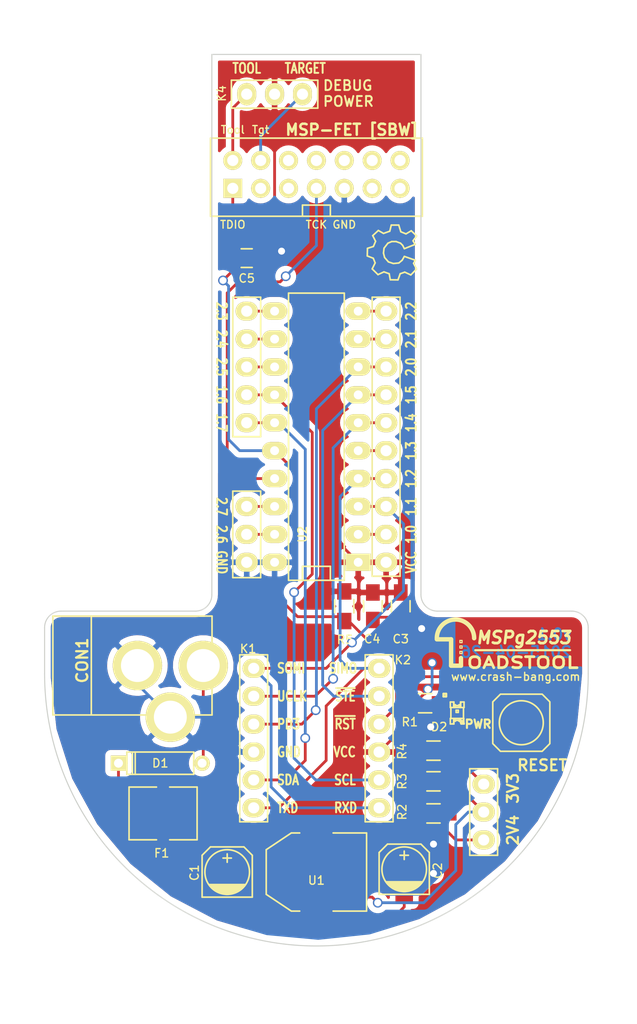
<source format=kicad_pcb>
(kicad_pcb (version 4) (host pcbnew "(2015-04-22 BZR 5620)-product")

  (general
    (links 69)
    (no_connects 0)
    (area 183.464999 47.701999 233.095001 128.955001)
    (thickness 1.6)
    (drawings 57)
    (tracks 204)
    (zones 0)
    (modules 27)
    (nets 39)
  )

  (page A4)
  (layers
    (0 F.Cu signal)
    (31 B.Cu signal)
    (32 B.Adhes user)
    (33 F.Adhes user)
    (34 B.Paste user)
    (35 F.Paste user)
    (36 B.SilkS user)
    (37 F.SilkS user)
    (38 B.Mask user)
    (39 F.Mask user)
    (40 Dwgs.User user)
    (41 Cmts.User user)
    (42 Eco1.User user)
    (43 Eco2.User user)
    (44 Edge.Cuts user)
    (45 Margin user)
    (46 B.CrtYd user)
    (47 F.CrtYd user)
    (48 B.Fab user)
    (49 F.Fab user)
  )

  (setup
    (last_trace_width 0.254)
    (trace_clearance 0.254)
    (zone_clearance 0.508)
    (zone_45_only no)
    (trace_min 0.254)
    (segment_width 0.2)
    (edge_width 0.1)
    (via_size 0.889)
    (via_drill 0.635)
    (via_min_size 0.889)
    (via_min_drill 0.508)
    (uvia_size 0.508)
    (uvia_drill 0.127)
    (uvias_allowed no)
    (uvia_min_size 0.508)
    (uvia_min_drill 0.127)
    (pcb_text_width 0.3)
    (pcb_text_size 1.5 1.5)
    (mod_edge_width 0.2)
    (mod_text_size 1 1)
    (mod_text_width 0.15)
    (pad_size 2.032 1.7272)
    (pad_drill 1.016)
    (pad_to_mask_clearance 0)
    (aux_axis_origin 0 0)
    (visible_elements 7FFFFFFF)
    (pcbplotparams
      (layerselection 0x010e0_80000001)
      (usegerberextensions true)
      (excludeedgelayer true)
      (linewidth 0.100000)
      (plotframeref false)
      (viasonmask false)
      (mode 1)
      (useauxorigin false)
      (hpglpennumber 1)
      (hpglpenspeed 20)
      (hpglpendiameter 15)
      (hpglpenoverlay 2)
      (psnegative false)
      (psa4output false)
      (plotreference true)
      (plotvalue true)
      (plotinvisibletext false)
      (padsonsilk false)
      (subtractmaskfromsilk false)
      (outputformat 1)
      (mirror false)
      (drillshape 0)
      (scaleselection 1)
      (outputdirectory Gerber/))
  )

  (net 0 "")
  (net 1 "Net-(C1-Pad1)")
  (net 2 GND)
  (net 3 VCC)
  (net 4 "Net-(CON1-Pad1)")
  (net 5 "Net-(D1-Pad2)")
  (net 6 "Net-(D2-Pad1)")
  (net 7 /RST)
  (net 8 "Net-(K3-Pad2)")
  (net 9 /P1.1)
  (net 10 /P1.4)
  (net 11 /P2.0)
  (net 12 /P1.7)
  (net 13 /P1.2)
  (net 14 /P1.5)
  (net 15 /P1.6)
  (net 16 "Net-(K4-Pad3)")
  (net 17 /P2.6)
  (net 18 /P2.7)
  (net 19 /P1.0)
  (net 20 /P1.3)
  (net 21 /P2.1)
  (net 22 /P2.2)
  (net 23 /P2.5)
  (net 24 /P2.4)
  (net 25 /P2.3)
  (net 26 "Net-(K4-Pad1)")
  (net 27 "Net-(K6-Pad3)")
  (net 28 "Net-(K6-Pad5)")
  (net 29 "Net-(K6-Pad6)")
  (net 30 "Net-(K6-Pad7)")
  (net 31 "Net-(K6-Pad8)")
  (net 32 "Net-(K6-Pad10)")
  (net 33 "Net-(K6-Pad11)")
  (net 34 "Net-(K6-Pad12)")
  (net 35 "Net-(K6-Pad13)")
  (net 36 "Net-(K6-Pad14)")
  (net 37 /2.4V)
  (net 38 /3.3V)

  (net_class Default "This is the default net class."
    (clearance 0.254)
    (trace_width 0.254)
    (via_dia 0.889)
    (via_drill 0.635)
    (uvia_dia 0.508)
    (uvia_drill 0.127)
    (add_net /2.4V)
    (add_net /3.3V)
    (add_net /P1.0)
    (add_net /P1.1)
    (add_net /P1.2)
    (add_net /P1.3)
    (add_net /P1.4)
    (add_net /P1.5)
    (add_net /P1.6)
    (add_net /P1.7)
    (add_net /P2.0)
    (add_net /P2.1)
    (add_net /P2.2)
    (add_net /P2.3)
    (add_net /P2.4)
    (add_net /P2.5)
    (add_net /P2.6)
    (add_net /P2.7)
    (add_net /RST)
    (add_net GND)
    (add_net "Net-(C1-Pad1)")
    (add_net "Net-(CON1-Pad1)")
    (add_net "Net-(D1-Pad2)")
    (add_net "Net-(D2-Pad1)")
    (add_net "Net-(K3-Pad2)")
    (add_net "Net-(K4-Pad1)")
    (add_net "Net-(K4-Pad3)")
    (add_net "Net-(K6-Pad10)")
    (add_net "Net-(K6-Pad11)")
    (add_net "Net-(K6-Pad12)")
    (add_net "Net-(K6-Pad13)")
    (add_net "Net-(K6-Pad14)")
    (add_net "Net-(K6-Pad3)")
    (add_net "Net-(K6-Pad5)")
    (add_net "Net-(K6-Pad6)")
    (add_net "Net-(K6-Pad7)")
    (add_net "Net-(K6-Pad8)")
    (add_net VCC)
  )

  (module Toadstool:Toadstool_Logo (layer F.Cu) (tedit 5517922F) (tstamp 54A98245)
    (at 225.552 101.092)
    (fp_text reference Toadstool_Logo (at 12.954 1.524) (layer F.SilkS) hide
      (effects (font (size 1 1) (thickness 0.15)))
    )
    (fp_text value LOGO** (at 0 -1.4) (layer F.SilkS) hide
      (effects (font (size 1 1) (thickness 0.15)))
    )
    (fp_line (start -4.2 0.2) (end -4.2 0) (layer F.SilkS) (width 0.1))
    (fp_line (start -4.2 0) (end -4 0) (layer F.SilkS) (width 0.1))
    (fp_line (start -4 0) (end -4 0.2) (layer F.SilkS) (width 0.1))
    (fp_line (start -4 0.2) (end -4.2 0.2) (layer F.SilkS) (width 0.1))
    (fp_line (start -4.2 0.7) (end -4.2 0.5) (layer F.SilkS) (width 0.1))
    (fp_line (start -4.2 0.5) (end -4 0.5) (layer F.SilkS) (width 0.1))
    (fp_line (start -4 0.5) (end -4 0.7) (layer F.SilkS) (width 0.1))
    (fp_line (start -4 0.7) (end -4.2 0.7) (layer F.SilkS) (width 0.1))
    (fp_line (start -4.2 1.2) (end -4.2 1) (layer F.SilkS) (width 0.1))
    (fp_line (start -4.2 1) (end -4 1) (layer F.SilkS) (width 0.1))
    (fp_line (start -4 1) (end -4 1.2) (layer F.SilkS) (width 0.1))
    (fp_line (start -4 1.2) (end -4.2 1.2) (layer F.SilkS) (width 0.1))
    (fp_text user OADSTOOL (at 1.524 2.032) (layer F.SilkS)
      (effects (font (size 1 1.35) (thickness 0.25)))
    )
    (fp_line (start -5 2.3) (end -4.1 2.3) (layer F.SilkS) (width 0.4))
    (fp_line (start -4.1 2.3) (end -4.1 1.6) (layer F.SilkS) (width 0.4))
    (fp_line (start -5 -0.1) (end -5 2.3) (layer F.SilkS) (width 0.4))
    (fp_line (start -6.3 -0.1) (end -5 -0.1) (layer F.SilkS) (width 0.4))
    (fp_arc (start -4.6 -0.2) (end -6.3 -0.2) (angle 180) (layer F.SilkS) (width 0.4))
  )

  (module Toadstool:LED-0805 (layer F.Cu) (tedit 553CD9F8) (tstamp 551069BF)
    (at 221.107 107.696 270)
    (descr "LED 0805 smd package")
    (tags "LED 0805 SMD")
    (path /546E3CA7)
    (attr smd)
    (fp_text reference D2 (at 1.27 1.651 540) (layer F.SilkS)
      (effects (font (size 0.762 0.762) (thickness 0.127)))
    )
    (fp_text value PWR (at 1.016 -1.905 360) (layer F.SilkS)
      (effects (font (size 0.762 0.762) (thickness 0.1905)))
    )
    (fp_line (start -1.75 1) (end -1.5 1) (layer F.SilkS) (width 0.2))
    (fp_line (start -1.5 1) (end -1.5 1.25) (layer F.SilkS) (width 0.2))
    (fp_line (start -1.5 1.25) (end -1.75 1.25) (layer F.SilkS) (width 0.2))
    (fp_line (start -1.75 1.25) (end -1.75 1) (layer F.SilkS) (width 0.2))
    (fp_line (start 0.49784 0.29972) (end 0.49784 0.62484) (layer F.SilkS) (width 0.15))
    (fp_line (start 0.49784 0.62484) (end 0.99822 0.62484) (layer F.SilkS) (width 0.15))
    (fp_line (start 0.99822 0.29972) (end 0.99822 0.62484) (layer F.SilkS) (width 0.15))
    (fp_line (start 0.49784 0.29972) (end 0.99822 0.29972) (layer F.SilkS) (width 0.15))
    (fp_line (start 0.49784 -0.32258) (end 0.49784 -0.17272) (layer F.SilkS) (width 0.15))
    (fp_line (start 0.49784 -0.17272) (end 0.7493 -0.17272) (layer F.SilkS) (width 0.15))
    (fp_line (start 0.7493 -0.32258) (end 0.7493 -0.17272) (layer F.SilkS) (width 0.15))
    (fp_line (start 0.49784 -0.32258) (end 0.7493 -0.32258) (layer F.SilkS) (width 0.15))
    (fp_line (start 0.49784 0.17272) (end 0.49784 0.32258) (layer F.SilkS) (width 0.15))
    (fp_line (start 0.49784 0.32258) (end 0.7493 0.32258) (layer F.SilkS) (width 0.15))
    (fp_line (start 0.7493 0.17272) (end 0.7493 0.32258) (layer F.SilkS) (width 0.15))
    (fp_line (start 0.49784 0.17272) (end 0.7493 0.17272) (layer F.SilkS) (width 0.15))
    (fp_line (start 0.49784 -0.19812) (end 0.49784 0.19812) (layer F.SilkS) (width 0.15))
    (fp_line (start 0.49784 0.19812) (end 0.6731 0.19812) (layer F.SilkS) (width 0.15))
    (fp_line (start 0.6731 -0.19812) (end 0.6731 0.19812) (layer F.SilkS) (width 0.15))
    (fp_line (start 0.49784 -0.19812) (end 0.6731 -0.19812) (layer F.SilkS) (width 0.15))
    (fp_line (start -0.99822 0.29972) (end -0.99822 0.62484) (layer F.SilkS) (width 0.15))
    (fp_line (start -0.99822 0.62484) (end -0.49784 0.62484) (layer F.SilkS) (width 0.15))
    (fp_line (start -0.49784 0.29972) (end -0.49784 0.62484) (layer F.SilkS) (width 0.15))
    (fp_line (start -0.99822 0.29972) (end -0.49784 0.29972) (layer F.SilkS) (width 0.15))
    (fp_line (start -0.99822 -0.62484) (end -0.99822 -0.29972) (layer F.SilkS) (width 0.15))
    (fp_line (start -0.99822 -0.29972) (end -0.49784 -0.29972) (layer F.SilkS) (width 0.15))
    (fp_line (start -0.49784 -0.62484) (end -0.49784 -0.29972) (layer F.SilkS) (width 0.15))
    (fp_line (start -0.99822 -0.62484) (end -0.49784 -0.62484) (layer F.SilkS) (width 0.15))
    (fp_line (start -0.7493 0.17272) (end -0.7493 0.32258) (layer F.SilkS) (width 0.15))
    (fp_line (start -0.7493 0.32258) (end -0.49784 0.32258) (layer F.SilkS) (width 0.15))
    (fp_line (start -0.49784 0.17272) (end -0.49784 0.32258) (layer F.SilkS) (width 0.15))
    (fp_line (start -0.7493 0.17272) (end -0.49784 0.17272) (layer F.SilkS) (width 0.15))
    (fp_line (start -0.7493 -0.32258) (end -0.7493 -0.17272) (layer F.SilkS) (width 0.15))
    (fp_line (start -0.7493 -0.17272) (end -0.49784 -0.17272) (layer F.SilkS) (width 0.15))
    (fp_line (start -0.49784 -0.32258) (end -0.49784 -0.17272) (layer F.SilkS) (width 0.15))
    (fp_line (start -0.7493 -0.32258) (end -0.49784 -0.32258) (layer F.SilkS) (width 0.15))
    (fp_line (start -0.6731 -0.19812) (end -0.6731 0.19812) (layer F.SilkS) (width 0.15))
    (fp_line (start -0.6731 0.19812) (end -0.49784 0.19812) (layer F.SilkS) (width 0.15))
    (fp_line (start -0.49784 -0.19812) (end -0.49784 0.19812) (layer F.SilkS) (width 0.15))
    (fp_line (start -0.6731 -0.19812) (end -0.49784 -0.19812) (layer F.SilkS) (width 0.15))
    (fp_line (start -0.25 -0.09906) (end -0.25 0.09906) (layer F.SilkS) (width 0.15))
    (fp_line (start -0.25 0.09906) (end -0.05188 0.09906) (layer F.SilkS) (width 0.15))
    (fp_line (start -0.05188 -0.09906) (end -0.05188 0.09906) (layer F.SilkS) (width 0.15))
    (fp_line (start -0.25 -0.09906) (end -0.05188 -0.09906) (layer F.SilkS) (width 0.15))
    (fp_line (start 0.49784 -0.59944) (end 0.49784 -0.29972) (layer F.SilkS) (width 0.15))
    (fp_line (start 0.49784 -0.29972) (end 0.79756 -0.29972) (layer F.SilkS) (width 0.15))
    (fp_line (start 0.79756 -0.59944) (end 0.79756 -0.29972) (layer F.SilkS) (width 0.15))
    (fp_line (start 0.49784 -0.59944) (end 0.79756 -0.59944) (layer F.SilkS) (width 0.15))
    (fp_line (start 0.92456 -0.62484) (end 0.92456 -0.39878) (layer F.SilkS) (width 0.15))
    (fp_line (start 0.92456 -0.39878) (end 0.99822 -0.39878) (layer F.SilkS) (width 0.15))
    (fp_line (start 0.99822 -0.62484) (end 0.99822 -0.39878) (layer F.SilkS) (width 0.15))
    (fp_line (start 0.92456 -0.62484) (end 0.99822 -0.62484) (layer F.SilkS) (width 0.15))
    (fp_line (start 0.52324 0.57404) (end -0.52324 0.57404) (layer F.SilkS) (width 0.15))
    (fp_line (start -0.49784 -0.57404) (end 0.92456 -0.57404) (layer F.SilkS) (width 0.15))
    (fp_circle (center 0.84836 -0.44958) (end 0.89916 -0.50038) (layer F.SilkS) (width 0.15))
    (fp_arc (start 0.99822 0) (end 0.99822 0.34798) (angle 180) (layer F.SilkS) (width 0.15))
    (fp_arc (start -0.99822 0) (end -0.99822 -0.34798) (angle 180) (layer F.SilkS) (width 0.15))
    (pad 1 smd rect (at -1.04902 0 270) (size 1.19888 1.19888) (layers F.Cu F.Paste F.Mask)
      (net 6 "Net-(D2-Pad1)"))
    (pad 2 smd rect (at 1.04902 0 270) (size 1.19888 1.19888) (layers F.Cu F.Paste F.Mask)
      (net 2 GND))
    (model unused_3d.3dshapes/smd.led_0805.wrl
      (at (xyz 0 0 0))
      (scale (xyz 0.375 0.372 0.375))
      (rotate (xyz 0 0 0))
    )
  )

  (module Toadstool:c_elec_4x5.3 (layer F.Cu) (tedit 553A6581) (tstamp 5511B0E8)
    (at 200.152 122.174 90)
    (descr "SMT capacitor, aluminium electrolytic, 4x5.3")
    (path /546E36D5)
    (fp_text reference C1 (at -0.0635 -2.9845 90) (layer F.SilkS)
      (effects (font (size 0.762 0.762) (thickness 0.127)))
    )
    (fp_text value 10uF (at -7.366 -0.9525 90) (layer F.SilkS) hide
      (effects (font (size 1 1) (thickness 0.15)))
    )
    (fp_line (start 1.651 0) (end 0.889 0) (layer F.SilkS) (width 0.15))
    (fp_line (start 1.27 -0.381) (end 1.27 0.381) (layer F.SilkS) (width 0.15))
    (fp_line (start 1.524 2.286) (end -2.286 2.286) (layer F.SilkS) (width 0.15))
    (fp_line (start 2.286 -1.524) (end 2.286 1.524) (layer F.SilkS) (width 0.15))
    (fp_line (start 1.524 2.286) (end 2.286 1.524) (layer F.SilkS) (width 0.15))
    (fp_line (start 1.524 -2.286) (end -2.286 -2.286) (layer F.SilkS) (width 0.15))
    (fp_line (start 1.524 -2.286) (end 2.286 -1.524) (layer F.SilkS) (width 0.15))
    (fp_line (start -2.032 0.127) (end -2.032 -0.127) (layer F.SilkS) (width 0.15))
    (fp_line (start -1.905 -0.635) (end -1.905 0.635) (layer F.SilkS) (width 0.15))
    (fp_line (start -1.778 0.889) (end -1.778 -0.889) (layer F.SilkS) (width 0.15))
    (fp_line (start -1.651 1.143) (end -1.651 -1.143) (layer F.SilkS) (width 0.15))
    (fp_line (start -1.524 -1.27) (end -1.524 1.27) (layer F.SilkS) (width 0.15))
    (fp_line (start -1.397 1.397) (end -1.397 -1.397) (layer F.SilkS) (width 0.15))
    (fp_line (start -1.27 -1.524) (end -1.27 1.524) (layer F.SilkS) (width 0.15))
    (fp_line (start -1.143 -1.651) (end -1.143 1.651) (layer F.SilkS) (width 0.15))
    (fp_circle (center 0 0) (end -2.032 0) (layer F.SilkS) (width 0.15))
    (fp_line (start -2.286 -2.286) (end -2.286 2.286) (layer F.SilkS) (width 0.15))
    (pad 1 smd rect (at 1.80086 0 90) (size 2.60096 1.6002) (layers F.Cu F.Paste F.Mask)
      (net 1 "Net-(C1-Pad1)"))
    (pad 2 smd rect (at -1.80086 0 90) (size 2.60096 1.6002) (layers F.Cu F.Paste F.Mask)
      (net 2 GND))
    (model Capacitors_SMD.3dshapes/c_elec_4x5.3.wrl
      (at (xyz 0 0 0))
      (scale (xyz 1 1 1))
      (rotate (xyz 0 0 0))
    )
  )

  (module Toadstool:SOT-223 (layer F.Cu) (tedit 55130860) (tstamp 5511BC42)
    (at 208.28 122.174 90)
    (descr "module CMS SOT223 4 pins")
    (tags "CMS SOT")
    (path /546E3F9D)
    (attr smd)
    (fp_text reference U1 (at -0.762 0 180) (layer F.SilkS)
      (effects (font (size 0.762 0.762) (thickness 0.127)))
    )
    (fp_text value LD1117 (at 0 0.762 90) (layer F.SilkS) hide
      (effects (font (size 1.016 1.016) (thickness 0.2032)))
    )
    (fp_line (start -3.556 1.524) (end -3.556 4.572) (layer F.SilkS) (width 0.15))
    (fp_line (start -3.556 4.572) (end 3.556 4.572) (layer F.SilkS) (width 0.15))
    (fp_line (start 3.556 4.572) (end 3.556 1.524) (layer F.SilkS) (width 0.15))
    (fp_line (start -3.556 -1.524) (end -3.556 -2.286) (layer F.SilkS) (width 0.15))
    (fp_line (start -3.556 -2.286) (end -2.032 -4.572) (layer F.SilkS) (width 0.15))
    (fp_line (start -2.032 -4.572) (end 2.032 -4.572) (layer F.SilkS) (width 0.15))
    (fp_line (start 2.032 -4.572) (end 3.556 -2.286) (layer F.SilkS) (width 0.15))
    (fp_line (start 3.556 -2.286) (end 3.556 -1.524) (layer F.SilkS) (width 0.15))
    (pad 2 smd rect (at 0 -3.302 90) (size 3.6576 2.032) (layers F.Cu F.Paste F.Mask)
      (net 3 VCC))
    (pad 2 smd rect (at 0 3.302 90) (size 1.016 2.032) (layers F.Cu F.Paste F.Mask)
      (net 3 VCC))
    (pad 3 smd rect (at 2.286 3.302 90) (size 1.016 2.032) (layers F.Cu F.Paste F.Mask)
      (net 1 "Net-(C1-Pad1)"))
    (pad 1 smd rect (at -2.286 3.302 90) (size 1.016 2.032) (layers F.Cu F.Paste F.Mask)
      (net 8 "Net-(K3-Pad2)"))
    (model SMD_Packages.3dshapes/SOT-223.wrl
      (at (xyz 0 0 0))
      (scale (xyz 0.4 0.4 0.4))
      (rotate (xyz 0 0 0))
    )
  )

  (module Toadstool:Socket_Strip_Straight_1x06 (layer F.Cu) (tedit 553A64CF) (tstamp 5511AFB3)
    (at 202.565 103.632 270)
    (descr "Through hole socket strip")
    (tags "socket strip")
    (path /5511B90D)
    (fp_text reference K1 (at -1.778 0.508 360) (layer F.SilkS)
      (effects (font (size 0.762 0.762) (thickness 0.127)))
    )
    (fp_text value CAP_CONN_LHS (at 1.905 24.892 270) (layer F.SilkS) hide
      (effects (font (size 1 1) (thickness 0.15)))
    )
    (fp_line (start -1.75 -1.75) (end -1.75 1.75) (layer F.CrtYd) (width 0.05))
    (fp_line (start 14.45 -1.75) (end 14.45 1.75) (layer F.CrtYd) (width 0.05))
    (fp_line (start -1.75 -1.75) (end 14.45 -1.75) (layer F.CrtYd) (width 0.05))
    (fp_line (start -1.75 1.75) (end 14.45 1.75) (layer F.CrtYd) (width 0.05))
    (fp_line (start -1.22 1.27) (end 13.97 1.27) (layer F.SilkS) (width 0.15))
    (fp_line (start 13.97 1.27) (end 13.97 -1.27) (layer F.SilkS) (width 0.15))
    (fp_line (start 13.97 -1.27) (end -1.22 -1.27) (layer F.SilkS) (width 0.15))
    (fp_line (start -1.23 1.27) (end -1.23 -1.27) (layer F.SilkS) (width 0.15))
    (pad 1 thru_hole oval (at 0 0 270) (size 1.7272 2.032) (drill 1.016) (layers *.Cu *.Mask F.SilkS)
      (net 9 /P1.1))
    (pad 2 thru_hole oval (at 2.54 0 270) (size 1.7272 2.032) (drill 1.016) (layers *.Cu *.Mask F.SilkS)
      (net 10 /P1.4))
    (pad 3 thru_hole oval (at 5.08 0 270) (size 1.7272 2.032) (drill 1.016) (layers *.Cu *.Mask F.SilkS)
      (net 11 /P2.0))
    (pad 4 thru_hole oval (at 7.62 0 270) (size 1.7272 2.032) (drill 1.016) (layers *.Cu *.Mask F.SilkS)
      (net 2 GND))
    (pad 5 thru_hole oval (at 10.16 0 270) (size 1.7272 2.032) (drill 1.016) (layers *.Cu *.Mask F.SilkS)
      (net 12 /P1.7))
    (pad 6 thru_hole oval (at 12.7 0 270) (size 1.7272 2.032) (drill 1.016) (layers *.Cu *.Mask F.SilkS)
      (net 13 /P1.2))
    (model Socket_Strips.3dshapes/Socket_Strip_Straight_1x06.wrl
      (at (xyz 0.25 0 0))
      (scale (xyz 1 1 1))
      (rotate (xyz 0 0 180))
    )
  )

  (module Toadstool:Socket_Strip_Straight_1x06 (layer F.Cu) (tedit 553A6627) (tstamp 5511AFBD)
    (at 213.995 103.632 270)
    (descr "Through hole socket strip")
    (tags "socket strip")
    (path /5511B5B6)
    (fp_text reference K2 (at -0.762 -2.159 360) (layer F.SilkS)
      (effects (font (size 0.762 0.762) (thickness 0.127)))
    )
    (fp_text value CAP_CONN_RHS (at -11.4935 -13.9065 270) (layer F.SilkS) hide
      (effects (font (size 1 1) (thickness 0.15)))
    )
    (fp_line (start -1.75 -1.75) (end -1.75 1.75) (layer F.CrtYd) (width 0.05))
    (fp_line (start 14.45 -1.75) (end 14.45 1.75) (layer F.CrtYd) (width 0.05))
    (fp_line (start -1.75 -1.75) (end 14.45 -1.75) (layer F.CrtYd) (width 0.05))
    (fp_line (start -1.75 1.75) (end 14.45 1.75) (layer F.CrtYd) (width 0.05))
    (fp_line (start -1.22 1.27) (end 13.97 1.27) (layer F.SilkS) (width 0.15))
    (fp_line (start 13.97 1.27) (end 13.97 -1.27) (layer F.SilkS) (width 0.15))
    (fp_line (start 13.97 -1.27) (end -1.22 -1.27) (layer F.SilkS) (width 0.15))
    (fp_line (start -1.23 1.27) (end -1.23 -1.27) (layer F.SilkS) (width 0.15))
    (pad 1 thru_hole oval (at 0 0 270) (size 1.7272 2.032) (drill 1.016) (layers *.Cu *.Mask F.SilkS)
      (net 13 /P1.2))
    (pad 2 thru_hole oval (at 2.54 0 270) (size 1.7272 2.032) (drill 1.016) (layers *.Cu *.Mask F.SilkS)
      (net 14 /P1.5))
    (pad 3 thru_hole oval (at 5.08 0 270) (size 1.7272 2.032) (drill 1.016) (layers *.Cu *.Mask F.SilkS)
      (net 7 /RST))
    (pad 4 thru_hole oval (at 7.62 0 270) (size 1.7272 2.032) (drill 1.016) (layers *.Cu *.Mask F.SilkS)
      (net 3 VCC))
    (pad 5 thru_hole oval (at 10.16 0 270) (size 1.7272 2.032) (drill 1.016) (layers *.Cu *.Mask F.SilkS)
      (net 15 /P1.6))
    (pad 6 thru_hole oval (at 12.7 0 270) (size 1.7272 2.032) (drill 1.016) (layers *.Cu *.Mask F.SilkS)
      (net 9 /P1.1))
    (model Socket_Strips.3dshapes/Socket_Strip_Straight_1x06.wrl
      (at (xyz 0.25 0 0))
      (scale (xyz 1 1 1))
      (rotate (xyz 0 0 180))
    )
  )

  (module Toadstool:Diode_D3 (layer F.Cu) (tedit 553A65F7) (tstamp 550EFC52)
    (at 194.056 112.268 180)
    (descr "Diode 3")
    (tags DIODE)
    (path /546E3491)
    (fp_text reference D1 (at 0 0 180) (layer F.SilkS)
      (effects (font (size 0.762 0.762) (thickness 0.125)))
    )
    (fp_text value DIODE (at 10.7315 -3.81 180) (layer F.Fab) hide
      (effects (font (size 1 1) (thickness 0.15)))
    )
    (fp_line (start 3.81 0) (end 3.048 0) (layer F.SilkS) (width 0.15))
    (fp_line (start 3.048 0) (end 3.048 -1.016) (layer F.SilkS) (width 0.15))
    (fp_line (start 3.048 -1.016) (end -3.048 -1.016) (layer F.SilkS) (width 0.15))
    (fp_line (start -3.048 -1.016) (end -3.048 0) (layer F.SilkS) (width 0.15))
    (fp_line (start -3.048 0) (end -3.81 0) (layer F.SilkS) (width 0.15))
    (fp_line (start -3.048 0) (end -3.048 1.016) (layer F.SilkS) (width 0.15))
    (fp_line (start -3.048 1.016) (end 3.048 1.016) (layer F.SilkS) (width 0.15))
    (fp_line (start 3.048 1.016) (end 3.048 0) (layer F.SilkS) (width 0.15))
    (fp_line (start 2.54 -1.016) (end 2.54 1.016) (layer F.SilkS) (width 0.15))
    (fp_line (start 2.286 1.016) (end 2.286 -1.016) (layer F.SilkS) (width 0.15))
    (pad 2 thru_hole rect (at 3.81 0 180) (size 1.397 1.397) (drill 0.8128) (layers *.Cu *.Mask F.SilkS)
      (net 5 "Net-(D1-Pad2)"))
    (pad 1 thru_hole circle (at -3.81 0 180) (size 1.397 1.397) (drill 0.8128) (layers *.Cu *.Mask F.SilkS)
      (net 4 "Net-(CON1-Pad1)"))
    (model "E:/OneDrive/KiCad Projects/3D Components/diode.wrl"
      (at (xyz 0 0 0))
      (scale (xyz 1 1 1))
      (rotate (xyz 0 0 0))
    )
  )

  (module Toadstool:Symbol_OSHW-Logo_SilkScreen (layer F.Cu) (tedit 553A6507) (tstamp 55184E5C)
    (at 215.392 65.786 90)
    (descr "Symbol, OSHW-Logo, Silk Screen,")
    (tags "Symbol, OSHW-Logo, Silk Screen,")
    (fp_text reference REF** (at 7.4295 -2.667 90) (layer F.SilkS) hide
      (effects (font (size 1 1) (thickness 0.15)))
    )
    (fp_text value Symbol_OSHW-Logo_SilkScreen (at 0 3.175 90) (layer F.Fab) hide
      (effects (font (size 1 1) (thickness 0.15)))
    )
    (fp_line (start -1.78054 0.92964) (end -2.03962 1.49098) (layer F.SilkS) (width 0.15))
    (fp_line (start -2.03962 1.49098) (end -1.50114 2.00914) (layer F.SilkS) (width 0.15))
    (fp_line (start -1.50114 2.00914) (end -0.98044 1.7399) (layer F.SilkS) (width 0.15))
    (fp_line (start -0.98044 1.7399) (end -0.70104 1.89992) (layer F.SilkS) (width 0.15))
    (fp_line (start 0.73914 1.8796) (end 1.06934 1.6891) (layer F.SilkS) (width 0.15))
    (fp_line (start 1.06934 1.6891) (end 1.50876 2.0193) (layer F.SilkS) (width 0.15))
    (fp_line (start 1.50876 2.0193) (end 1.9812 1.52908) (layer F.SilkS) (width 0.15))
    (fp_line (start 1.9812 1.52908) (end 1.69926 1.04902) (layer F.SilkS) (width 0.15))
    (fp_line (start 1.69926 1.04902) (end 1.88976 0.57912) (layer F.SilkS) (width 0.15))
    (fp_line (start 1.88976 0.57912) (end 2.49936 0.39116) (layer F.SilkS) (width 0.15))
    (fp_line (start 2.49936 0.39116) (end 2.49936 -0.28956) (layer F.SilkS) (width 0.15))
    (fp_line (start 2.49936 -0.28956) (end 1.94056 -0.42926) (layer F.SilkS) (width 0.15))
    (fp_line (start 1.94056 -0.42926) (end 1.7399 -1.00076) (layer F.SilkS) (width 0.15))
    (fp_line (start 1.7399 -1.00076) (end 2.00914 -1.47066) (layer F.SilkS) (width 0.15))
    (fp_line (start 2.00914 -1.47066) (end 1.53924 -1.9812) (layer F.SilkS) (width 0.15))
    (fp_line (start 1.53924 -1.9812) (end 1.02108 -1.71958) (layer F.SilkS) (width 0.15))
    (fp_line (start 1.02108 -1.71958) (end 0.55118 -1.92024) (layer F.SilkS) (width 0.15))
    (fp_line (start 0.55118 -1.92024) (end 0.381 -2.46126) (layer F.SilkS) (width 0.15))
    (fp_line (start 0.381 -2.46126) (end -0.30988 -2.47904) (layer F.SilkS) (width 0.15))
    (fp_line (start -0.30988 -2.47904) (end -0.5207 -1.9304) (layer F.SilkS) (width 0.15))
    (fp_line (start -0.5207 -1.9304) (end -0.9398 -1.76022) (layer F.SilkS) (width 0.15))
    (fp_line (start -0.9398 -1.76022) (end -1.49098 -2.02946) (layer F.SilkS) (width 0.15))
    (fp_line (start -1.49098 -2.02946) (end -2.00914 -1.50114) (layer F.SilkS) (width 0.15))
    (fp_line (start -2.00914 -1.50114) (end -1.76022 -0.96012) (layer F.SilkS) (width 0.15))
    (fp_line (start -1.76022 -0.96012) (end -1.9304 -0.48006) (layer F.SilkS) (width 0.15))
    (fp_line (start -1.9304 -0.48006) (end -2.47904 -0.381) (layer F.SilkS) (width 0.15))
    (fp_line (start -2.47904 -0.381) (end -2.4892 0.32004) (layer F.SilkS) (width 0.15))
    (fp_line (start -2.4892 0.32004) (end -1.9304 0.5207) (layer F.SilkS) (width 0.15))
    (fp_line (start -1.9304 0.5207) (end -1.7907 0.91948) (layer F.SilkS) (width 0.15))
    (fp_line (start 0.35052 0.89916) (end 0.65024 0.7493) (layer F.SilkS) (width 0.15))
    (fp_line (start 0.65024 0.7493) (end 0.8509 0.55118) (layer F.SilkS) (width 0.15))
    (fp_line (start 0.8509 0.55118) (end 1.00076 0.14986) (layer F.SilkS) (width 0.15))
    (fp_line (start 1.00076 0.14986) (end 1.00076 -0.24892) (layer F.SilkS) (width 0.15))
    (fp_line (start 1.00076 -0.24892) (end 0.8509 -0.59944) (layer F.SilkS) (width 0.15))
    (fp_line (start 0.8509 -0.59944) (end 0.39878 -0.94996) (layer F.SilkS) (width 0.15))
    (fp_line (start 0.39878 -0.94996) (end -0.0508 -1.00076) (layer F.SilkS) (width 0.15))
    (fp_line (start -0.0508 -1.00076) (end -0.44958 -0.89916) (layer F.SilkS) (width 0.15))
    (fp_line (start -0.44958 -0.89916) (end -0.8509 -0.55118) (layer F.SilkS) (width 0.15))
    (fp_line (start -0.8509 -0.55118) (end -1.00076 -0.09906) (layer F.SilkS) (width 0.15))
    (fp_line (start -1.00076 -0.09906) (end -0.94996 0.39878) (layer F.SilkS) (width 0.15))
    (fp_line (start -0.94996 0.39878) (end -0.70104 0.70104) (layer F.SilkS) (width 0.15))
    (fp_line (start -0.70104 0.70104) (end -0.35052 0.89916) (layer F.SilkS) (width 0.15))
    (fp_line (start -0.35052 0.89916) (end -0.70104 1.89992) (layer F.SilkS) (width 0.15))
    (fp_line (start 0.35052 0.89916) (end 0.7493 1.89992) (layer F.SilkS) (width 0.15))
  )

  (module Toadstool:Switch_SMT_Alps_SKQGAxE010 (layer F.Cu) (tedit 553CD9E4) (tstamp 5532771A)
    (at 226.949 108.585 180)
    (path /5533EEA9)
    (fp_text reference SW1 (at 0.3 5.5 180) (layer F.SilkS) hide
      (effects (font (size 1 1) (thickness 0.15)))
    )
    (fp_text value RESET (at -1.905 -3.8735 180) (layer F.SilkS)
      (effects (font (size 1 1) (thickness 0.2)))
    )
    (fp_circle (center 0 0) (end -2 0.1) (layer F.SilkS) (width 0.15))
    (fp_line (start -1.9 2.6) (end -2.6 1.9) (layer F.SilkS) (width 0.15))
    (fp_line (start 2.6 1.9) (end 1.9 2.6) (layer F.SilkS) (width 0.15))
    (fp_line (start 1.9 -2.6) (end 2.6 -1.9) (layer F.SilkS) (width 0.15))
    (fp_line (start -2.6 -1.9) (end -1.9 -2.6) (layer F.SilkS) (width 0.15))
    (fp_line (start -1.85 -2.6) (end 1.85 -2.6) (layer F.SilkS) (width 0.15))
    (fp_line (start 2.6 -1.85) (end 2.6 1.85) (layer F.SilkS) (width 0.15))
    (fp_line (start 1.85 2.6) (end -1.85 2.6) (layer F.SilkS) (width 0.15))
    (fp_line (start -2.6 1.85) (end -2.6 -1.85) (layer F.SilkS) (width 0.15))
    (pad 1 smd rect (at -3.2 -1.85 180) (size 2.25 1.5) (layers F.Cu F.Paste F.Mask)
      (net 2 GND))
    (pad 1 smd rect (at 3.2 -1.85 180) (size 2.25 1.5) (layers F.Cu F.Paste F.Mask)
      (net 2 GND))
    (pad 2 smd rect (at -3.2 1.85 180) (size 2.25 1.5) (layers F.Cu F.Paste F.Mask)
      (net 7 /RST))
    (pad 2 smd rect (at 3.2 1.85 180) (size 2.25 1.5) (layers F.Cu F.Paste F.Mask)
      (net 7 /RST))
  )

  (module Toadstool:DIP-20_IC (layer F.Cu) (tedit 5536A3F3) (tstamp 5536AD86)
    (at 208.28 82.55 90)
    (descr "20 pins DIL package, elliptical pads")
    (tags DIL)
    (path /5533EC8D)
    (fp_text reference U2 (at -8.89 -1.27 90) (layer F.SilkS)
      (effects (font (size 0.762 0.762) (thickness 0.125)))
    )
    (fp_text value MSP430G2553 (at 3.556 1.016 90) (layer F.Fab) hide
      (effects (font (size 1 1) (thickness 0.15)))
    )
    (fp_line (start -13.07 -1.27) (end -11.8 -1.27) (layer F.SilkS) (width 0.15))
    (fp_line (start -11.8 -1.27) (end -11.8 1.27) (layer F.SilkS) (width 0.15))
    (fp_line (start -11.8 1.27) (end -13.07 1.27) (layer F.SilkS) (width 0.15))
    (fp_line (start -13.07 -2.54) (end 13.07 -2.54) (layer F.SilkS) (width 0.15))
    (fp_line (start 13.07 -2.54) (end 13.07 2.54) (layer F.SilkS) (width 0.15))
    (fp_line (start 13.07 2.54) (end -13.07 2.54) (layer F.SilkS) (width 0.15))
    (fp_line (start -13.07 2.54) (end -13.07 -2.54) (layer F.SilkS) (width 0.15))
    (pad 1 thru_hole rect (at -11.43 3.81 90) (size 1.5748 2.286) (drill 0.8128) (layers *.Cu *.Mask F.SilkS)
      (net 3 VCC))
    (pad 2 thru_hole oval (at -8.89 3.81 90) (size 1.5748 2.286) (drill 0.8128) (layers *.Cu *.Mask F.SilkS)
      (net 19 /P1.0))
    (pad 3 thru_hole oval (at -6.35 3.81 90) (size 1.5748 2.286) (drill 0.8128) (layers *.Cu *.Mask F.SilkS)
      (net 9 /P1.1))
    (pad 4 thru_hole oval (at -3.81 3.81 90) (size 1.5748 2.286) (drill 0.8128) (layers *.Cu *.Mask F.SilkS)
      (net 13 /P1.2))
    (pad 5 thru_hole oval (at -1.27 3.81 90) (size 1.5748 2.286) (drill 0.8128) (layers *.Cu *.Mask F.SilkS)
      (net 20 /P1.3))
    (pad 6 thru_hole oval (at 1.27 3.81 90) (size 1.5748 2.286) (drill 0.8128) (layers *.Cu *.Mask F.SilkS)
      (net 10 /P1.4))
    (pad 7 thru_hole oval (at 3.81 3.81 90) (size 1.5748 2.286) (drill 0.8128) (layers *.Cu *.Mask F.SilkS)
      (net 14 /P1.5))
    (pad 8 thru_hole oval (at 6.35 3.81 90) (size 1.5748 2.286) (drill 0.8128) (layers *.Cu *.Mask F.SilkS)
      (net 11 /P2.0))
    (pad 9 thru_hole oval (at 8.89 3.81 90) (size 1.5748 2.286) (drill 0.8128) (layers *.Cu *.Mask F.SilkS)
      (net 21 /P2.1))
    (pad 10 thru_hole oval (at 11.43 3.81 90) (size 1.5748 2.286) (drill 0.8128) (layers *.Cu *.Mask F.SilkS)
      (net 22 /P2.2))
    (pad 11 thru_hole oval (at 11.43 -3.81 90) (size 1.5748 2.286) (drill 0.8128) (layers *.Cu *.Mask F.SilkS)
      (net 25 /P2.3))
    (pad 12 thru_hole oval (at 8.89 -3.81 90) (size 1.5748 2.286) (drill 0.8128) (layers *.Cu *.Mask F.SilkS)
      (net 24 /P2.4))
    (pad 13 thru_hole oval (at 6.35 -3.81 90) (size 1.5748 2.286) (drill 0.8128) (layers *.Cu *.Mask F.SilkS)
      (net 23 /P2.5))
    (pad 14 thru_hole oval (at 3.81 -3.81 90) (size 1.5748 2.286) (drill 0.8128) (layers *.Cu *.Mask F.SilkS)
      (net 15 /P1.6))
    (pad 15 thru_hole oval (at 1.27 -3.81 90) (size 1.5748 2.286) (drill 0.8128) (layers *.Cu *.Mask F.SilkS)
      (net 12 /P1.7))
    (pad 16 thru_hole oval (at -1.27 -3.81 90) (size 1.5748 2.286) (drill 0.8128) (layers *.Cu *.Mask F.SilkS)
      (net 7 /RST))
    (pad 17 thru_hole oval (at -3.81 -3.81 90) (size 1.5748 2.286) (drill 0.8128) (layers *.Cu *.Mask F.SilkS)
      (net 30 "Net-(K6-Pad7)"))
    (pad 18 thru_hole oval (at -6.35 -3.81 90) (size 1.5748 2.286) (drill 0.8128) (layers *.Cu *.Mask F.SilkS)
      (net 18 /P2.7))
    (pad 19 thru_hole oval (at -8.89 -3.81 90) (size 1.5748 2.286) (drill 0.8128) (layers *.Cu *.Mask F.SilkS)
      (net 17 /P2.6))
    (pad 20 thru_hole oval (at -11.43 -3.81 90) (size 1.5748 2.286) (drill 0.8128) (layers *.Cu *.Mask F.SilkS)
      (net 2 GND))
    (model Sockets_DIP.3dshapes/DIP-20__300_ELL.wrl
      (at (xyz 0 0 0))
      (scale (xyz 1 1 1))
      (rotate (xyz 0 0 0))
    )
  )

  (module Toadstool:Pin_Header_Straight_1x03 (layer F.Cu) (tedit 553A64BA) (tstamp 5536B13B)
    (at 201.93 93.98 180)
    (descr "Through hole pin header")
    (tags "pin header")
    (path /5533ED74)
    (fp_text reference K5 (at -0.0635 -2.54 180) (layer F.SilkS) hide
      (effects (font (size 1 1) (thickness 0.15)))
    )
    (fp_text value PIN_18-20 (at 6.858 0.508 180) (layer F.SilkS) hide
      (effects (font (size 1 1) (thickness 0.15)))
    )
    (fp_line (start -1.75 -1.75) (end -1.75 6.85) (layer F.CrtYd) (width 0.05))
    (fp_line (start 1.75 -1.75) (end 1.75 6.85) (layer F.CrtYd) (width 0.05))
    (fp_line (start -1.75 -1.75) (end 1.75 -1.75) (layer F.CrtYd) (width 0.05))
    (fp_line (start -1.75 6.85) (end 1.75 6.85) (layer F.CrtYd) (width 0.05))
    (fp_line (start -1.27 -1.397) (end -1.27 6.477) (layer F.SilkS) (width 0.15))
    (fp_line (start -1.27 6.477) (end 1.27 6.477) (layer F.SilkS) (width 0.15))
    (fp_line (start 1.27 6.477) (end 1.27 -1.397) (layer F.SilkS) (width 0.15))
    (fp_line (start 1.27 -1.397) (end -1.27 -1.397) (layer F.SilkS) (width 0.15))
    (pad 1 thru_hole oval (at 0 0 180) (size 2.032 1.7272) (drill 1.016) (layers *.Cu *.Mask F.SilkS)
      (net 2 GND))
    (pad 2 thru_hole oval (at 0 2.54 180) (size 2.032 1.7272) (drill 1.016) (layers *.Cu *.Mask F.SilkS)
      (net 17 /P2.6))
    (pad 3 thru_hole oval (at 0 5.08 180) (size 2.032 1.7272) (drill 1.016) (layers *.Cu *.Mask F.SilkS)
      (net 18 /P2.7))
    (model Pin_Headers.3dshapes/Pin_Header_Straight_1x03.wrl
      (at (xyz 0 -0.1 -0.07000000000000001))
      (scale (xyz 1 1 1))
      (rotate (xyz 0 180 90))
    )
  )

  (module Toadstool:Pin_Header_Straight_1x05 (layer F.Cu) (tedit 55394805) (tstamp 5536B164)
    (at 201.93 81.28 180)
    (descr "Through hole pin header")
    (tags "pin header")
    (path /5533EDFF)
    (fp_text reference K8 (at 0 -5.1 180) (layer F.SilkS) hide
      (effects (font (size 1 1) (thickness 0.15)))
    )
    (fp_text value PIN_11-15 (at 7.9375 -3.2385 180) (layer F.Fab) hide
      (effects (font (size 1 1) (thickness 0.15)))
    )
    (fp_line (start -1.75 -1.75) (end -1.75 11.95) (layer F.CrtYd) (width 0.05))
    (fp_line (start 1.75 -1.75) (end 1.75 11.95) (layer F.CrtYd) (width 0.05))
    (fp_line (start -1.75 -1.75) (end 1.75 -1.75) (layer F.CrtYd) (width 0.05))
    (fp_line (start -1.75 11.95) (end 1.75 11.95) (layer F.CrtYd) (width 0.05))
    (fp_line (start 1.27 -1.27) (end 1.27 11.43) (layer F.SilkS) (width 0.15))
    (fp_line (start 1.27 11.43) (end -1.27 11.43) (layer F.SilkS) (width 0.15))
    (fp_line (start -1.27 11.43) (end -1.27 -1.27) (layer F.SilkS) (width 0.15))
    (fp_line (start 1.27 -1.27) (end -1.27 -1.27) (layer F.SilkS) (width 0.15))
    (pad 1 thru_hole oval (at 0 0 180) (size 2.032 1.7272) (drill 1.016) (layers *.Cu *.Mask F.SilkS)
      (net 12 /P1.7))
    (pad 2 thru_hole oval (at 0 2.54 180) (size 2.032 1.7272) (drill 1.016) (layers *.Cu *.Mask F.SilkS)
      (net 15 /P1.6))
    (pad 3 thru_hole oval (at 0 5.08 180) (size 2.032 1.7272) (drill 1.016) (layers *.Cu *.Mask F.SilkS)
      (net 23 /P2.5))
    (pad 4 thru_hole oval (at 0 7.62 180) (size 2.032 1.7272) (drill 1.016) (layers *.Cu *.Mask F.SilkS)
      (net 24 /P2.4))
    (pad 5 thru_hole oval (at 0 10.16 180) (size 2.032 1.7272) (drill 1.016) (layers *.Cu *.Mask F.SilkS)
      (net 25 /P2.3))
    (model Pin_Headers.3dshapes/Pin_Header_Straight_1x05.wrl
      (at (xyz 0 -0.2 -0.07000000000000001))
      (scale (xyz 1 1 1))
      (rotate (xyz 0 180 90))
    )
  )

  (module Toadstool:Pin_Header_Straight_1x03 (layer F.Cu) (tedit 553CC3CB) (tstamp 55394CE6)
    (at 201.93 51.3715 90)
    (descr "Through hole pin header")
    (tags "pin header")
    (path /5533EF57)
    (fp_text reference K4 (at 0.0635 -2.286 90) (layer F.SilkS)
      (effects (font (size 0.762 0.762) (thickness 0.125)))
    )
    (fp_text value DEBUG_PWR (at 2.667 -4.8895 90) (layer F.Fab) hide
      (effects (font (size 1 1) (thickness 0.15)))
    )
    (fp_line (start -1.75 -1.75) (end -1.75 6.85) (layer F.CrtYd) (width 0.05))
    (fp_line (start 1.75 -1.75) (end 1.75 6.85) (layer F.CrtYd) (width 0.05))
    (fp_line (start -1.75 -1.75) (end 1.75 -1.75) (layer F.CrtYd) (width 0.05))
    (fp_line (start -1.75 6.85) (end 1.75 6.85) (layer F.CrtYd) (width 0.05))
    (fp_line (start -1.27 -1.397) (end -1.27 6.477) (layer F.SilkS) (width 0.15))
    (fp_line (start -1.27 6.477) (end 1.27 6.477) (layer F.SilkS) (width 0.15))
    (fp_line (start 1.27 6.477) (end 1.27 -1.397) (layer F.SilkS) (width 0.15))
    (fp_line (start 1.27 -1.397) (end -1.27 -1.397) (layer F.SilkS) (width 0.15))
    (pad 1 thru_hole oval (at 0 0 90) (size 2.032 1.7272) (drill 1.016) (layers *.Cu *.Mask F.SilkS)
      (net 26 "Net-(K4-Pad1)"))
    (pad 2 thru_hole oval (at 0 2.54 90) (size 2.032 1.7272) (drill 1.016) (layers *.Cu *.Mask F.SilkS)
      (net 3 VCC))
    (pad 3 thru_hole oval (at 0 5.08 90) (size 2.032 1.7272) (drill 1.016) (layers *.Cu *.Mask F.SilkS)
      (net 16 "Net-(K4-Pad3)"))
    (model Pin_Headers.3dshapes/Pin_Header_Straight_1x03.wrl
      (at (xyz 0 -0.1 0))
      (scale (xyz 1 1 1))
      (rotate (xyz 0 0 90))
    )
  )

  (module Toadstool:c_elec_4x5.3 (layer F.Cu) (tedit 553A657B) (tstamp 553A6319)
    (at 216.281 121.92 90)
    (descr "SMT capacitor, aluminium electrolytic, 4x5.3")
    (path /546E3722)
    (fp_text reference C2 (at -0.127 3.048 90) (layer F.SilkS)
      (effects (font (size 0.762 0.762) (thickness 0.125)))
    )
    (fp_text value 10uF (at -5.207 5.3975 90) (layer F.Fab) hide
      (effects (font (size 1 1) (thickness 0.15)))
    )
    (fp_line (start 1.651 0) (end 0.889 0) (layer F.SilkS) (width 0.15))
    (fp_line (start 1.27 -0.381) (end 1.27 0.381) (layer F.SilkS) (width 0.15))
    (fp_line (start 1.524 2.286) (end -2.286 2.286) (layer F.SilkS) (width 0.15))
    (fp_line (start 2.286 -1.524) (end 2.286 1.524) (layer F.SilkS) (width 0.15))
    (fp_line (start 1.524 2.286) (end 2.286 1.524) (layer F.SilkS) (width 0.15))
    (fp_line (start 1.524 -2.286) (end -2.286 -2.286) (layer F.SilkS) (width 0.15))
    (fp_line (start 1.524 -2.286) (end 2.286 -1.524) (layer F.SilkS) (width 0.15))
    (fp_line (start -2.032 0.127) (end -2.032 -0.127) (layer F.SilkS) (width 0.15))
    (fp_line (start -1.905 -0.635) (end -1.905 0.635) (layer F.SilkS) (width 0.15))
    (fp_line (start -1.778 0.889) (end -1.778 -0.889) (layer F.SilkS) (width 0.15))
    (fp_line (start -1.651 1.143) (end -1.651 -1.143) (layer F.SilkS) (width 0.15))
    (fp_line (start -1.524 -1.27) (end -1.524 1.27) (layer F.SilkS) (width 0.15))
    (fp_line (start -1.397 1.397) (end -1.397 -1.397) (layer F.SilkS) (width 0.15))
    (fp_line (start -1.27 -1.524) (end -1.27 1.524) (layer F.SilkS) (width 0.15))
    (fp_line (start -1.143 -1.651) (end -1.143 1.651) (layer F.SilkS) (width 0.15))
    (fp_circle (center 0 0) (end -2.032 0) (layer F.SilkS) (width 0.15))
    (fp_line (start -2.286 -2.286) (end -2.286 2.286) (layer F.SilkS) (width 0.15))
    (pad 1 smd rect (at 1.80086 0 90) (size 2.60096 1.6002) (layers F.Cu F.Paste F.Mask)
      (net 3 VCC))
    (pad 2 smd rect (at -1.80086 0 90) (size 2.60096 1.6002) (layers F.Cu F.Paste F.Mask)
      (net 2 GND))
    (model Capacitors_SMD.3dshapes/c_elec_4x5.3.wrl
      (at (xyz 0 0 0))
      (scale (xyz 1 1 1))
      (rotate (xyz 0 0 0))
    )
  )

  (module Capacitors_SMD:C_0805_HandSoldering (layer F.Cu) (tedit 553A663E) (tstamp 553A631E)
    (at 215.9635 97.9805 90)
    (descr "Capacitor SMD 0805, hand soldering")
    (tags "capacitor 0805")
    (path /553706A3)
    (attr smd)
    (fp_text reference C3 (at -2.9845 0 180) (layer F.SilkS)
      (effects (font (size 0.762 0.762) (thickness 0.1256)))
    )
    (fp_text value 10uF (at 2.032 6.477 90) (layer F.Fab) hide
      (effects (font (size 1 1) (thickness 0.15)))
    )
    (fp_line (start -2.3 -1) (end 2.3 -1) (layer F.CrtYd) (width 0.05))
    (fp_line (start -2.3 1) (end 2.3 1) (layer F.CrtYd) (width 0.05))
    (fp_line (start -2.3 -1) (end -2.3 1) (layer F.CrtYd) (width 0.05))
    (fp_line (start 2.3 -1) (end 2.3 1) (layer F.CrtYd) (width 0.05))
    (fp_line (start 0.5 -0.85) (end -0.5 -0.85) (layer F.SilkS) (width 0.15))
    (fp_line (start -0.5 0.85) (end 0.5 0.85) (layer F.SilkS) (width 0.15))
    (pad 1 smd rect (at -1.25 0 90) (size 1.5 1.25) (layers F.Cu F.Paste F.Mask)
      (net 2 GND))
    (pad 2 smd rect (at 1.25 0 90) (size 1.5 1.25) (layers F.Cu F.Paste F.Mask)
      (net 3 VCC))
    (model Capacitors_SMD.3dshapes/C_0805_HandSoldering.wrl
      (at (xyz 0 0 0))
      (scale (xyz 1 1 1))
      (rotate (xyz 0 0 0))
    )
  )

  (module Capacitors_SMD:C_0805_HandSoldering (layer F.Cu) (tedit 553A662B) (tstamp 553A6323)
    (at 213.4235 97.9805 90)
    (descr "Capacitor SMD 0805, hand soldering")
    (tags "capacitor 0805")
    (path /55370633)
    (attr smd)
    (fp_text reference C4 (at -2.9845 -0.0635 180) (layer F.SilkS)
      (effects (font (size 0.762 0.762) (thickness 0.125)))
    )
    (fp_text value 100nF (at 3.302 5.969 90) (layer F.Fab) hide
      (effects (font (size 1 1) (thickness 0.15)))
    )
    (fp_line (start -2.3 -1) (end 2.3 -1) (layer F.CrtYd) (width 0.05))
    (fp_line (start -2.3 1) (end 2.3 1) (layer F.CrtYd) (width 0.05))
    (fp_line (start -2.3 -1) (end -2.3 1) (layer F.CrtYd) (width 0.05))
    (fp_line (start 2.3 -1) (end 2.3 1) (layer F.CrtYd) (width 0.05))
    (fp_line (start 0.5 -0.85) (end -0.5 -0.85) (layer F.SilkS) (width 0.15))
    (fp_line (start -0.5 0.85) (end 0.5 0.85) (layer F.SilkS) (width 0.15))
    (pad 1 smd rect (at -1.25 0 90) (size 1.5 1.25) (layers F.Cu F.Paste F.Mask)
      (net 2 GND))
    (pad 2 smd rect (at 1.25 0 90) (size 1.5 1.25) (layers F.Cu F.Paste F.Mask)
      (net 3 VCC))
    (model Capacitors_SMD.3dshapes/C_0805_HandSoldering.wrl
      (at (xyz 0 0 0))
      (scale (xyz 1 1 1))
      (rotate (xyz 0 0 0))
    )
  )

  (module Capacitors_SMD:C_0805_HandSoldering (layer F.Cu) (tedit 553A6651) (tstamp 553A6328)
    (at 201.93 66.294)
    (descr "Capacitor SMD 0805, hand soldering")
    (tags "capacitor 0805")
    (path /5533F0BA)
    (attr smd)
    (fp_text reference C5 (at 0 1.8415) (layer F.SilkS)
      (effects (font (size 0.762 0.762) (thickness 0.125)))
    )
    (fp_text value 1nF (at -5.334 2.032) (layer F.Fab) hide
      (effects (font (size 1 1) (thickness 0.15)))
    )
    (fp_line (start -2.3 -1) (end 2.3 -1) (layer F.CrtYd) (width 0.05))
    (fp_line (start -2.3 1) (end 2.3 1) (layer F.CrtYd) (width 0.05))
    (fp_line (start -2.3 -1) (end -2.3 1) (layer F.CrtYd) (width 0.05))
    (fp_line (start 2.3 -1) (end 2.3 1) (layer F.CrtYd) (width 0.05))
    (fp_line (start 0.5 -0.85) (end -0.5 -0.85) (layer F.SilkS) (width 0.15))
    (fp_line (start -0.5 0.85) (end 0.5 0.85) (layer F.SilkS) (width 0.15))
    (pad 1 smd rect (at -1.25 0) (size 1.5 1.25) (layers F.Cu F.Paste F.Mask)
      (net 7 /RST))
    (pad 2 smd rect (at 1.25 0) (size 1.5 1.25) (layers F.Cu F.Paste F.Mask)
      (net 2 GND))
    (model Capacitors_SMD.3dshapes/C_0805_HandSoldering.wrl
      (at (xyz 0 0 0))
      (scale (xyz 1 1 1))
      (rotate (xyz 0 0 0))
    )
  )

  (module Toadstool:BARREL_JACK_No_Slot (layer F.Cu) (tedit 548834CA) (tstamp 553A632D)
    (at 191.77 103.378)
    (descr "DC Barrel Jack No Slot")
    (tags "Power Jack")
    (path /546E3458)
    (fp_text reference CON1 (at -4.826 -0.4572 270) (layer F.SilkS)
      (effects (font (size 1.016 1.016) (thickness 0.2032)))
    )
    (fp_text value BARREL_JACK (at 0 -5.99948) (layer F.SilkS) hide
      (effects (font (size 1.016 1.016) (thickness 0.2032)))
    )
    (fp_line (start -4.0005 -4.50088) (end -4.0005 4.50088) (layer F.SilkS) (width 0.15))
    (fp_line (start -7.50062 -4.50088) (end -7.50062 4.50088) (layer F.SilkS) (width 0.15))
    (fp_line (start -7.50062 4.50088) (end 7.00024 4.50088) (layer F.SilkS) (width 0.15))
    (fp_line (start 7.00024 4.50088) (end 7.00024 -4.50088) (layer F.SilkS) (width 0.15))
    (fp_line (start 7.00024 -4.50088) (end -7.50062 -4.50088) (layer F.SilkS) (width 0.15))
    (pad 1 thru_hole circle (at 6.20014 0) (size 4.5 4.5) (drill 3) (layers *.Cu *.Mask F.SilkS)
      (net 4 "Net-(CON1-Pad1)"))
    (pad 2 thru_hole circle (at 0.20066 0) (size 4.5 4.5) (drill 3) (layers *.Cu *.Mask F.SilkS)
      (net 2 GND))
    (pad 3 thru_hole circle (at 3.2004 4.699) (size 4.5 4.5) (drill 3) (layers *.Cu *.Mask F.SilkS)
      (net 2 GND))
    (model "E:/OneDrive/KiCad Projects/3D Components/DC Jack 4uConn.wrl"
      (at (xyz -0.01 0 0))
      (scale (xyz 1 1 1))
      (rotate (xyz 0 0 180))
    )
  )

  (module Toadstool:MiniSMDPTC-4532 (layer F.Cu) (tedit 553A6566) (tstamp 553A6333)
    (at 194.31 116.84 180)
    (path /546E3600)
    (fp_text reference F1 (at 0.127 -3.6195 180) (layer F.SilkS)
      (effects (font (size 0.762 0.762) (thickness 0.125)))
    )
    (fp_text value 750mA (at 3.937 -9.5885 180) (layer F.Fab) hide
      (effects (font (size 1.5 1.5) (thickness 0.15)))
    )
    (fp_line (start 0.6 -2.4) (end 3.1 -2.4) (layer F.SilkS) (width 0.15))
    (fp_line (start 3.1 -2.4) (end 3.1 2.4) (layer F.SilkS) (width 0.15))
    (fp_line (start 3.1 2.4) (end 0.6 2.4) (layer F.SilkS) (width 0.15))
    (fp_line (start -0.6 -2.4) (end -3.1 -2.4) (layer F.SilkS) (width 0.15))
    (fp_line (start -3.1 -2.4) (end -3.1 2.4) (layer F.SilkS) (width 0.15))
    (fp_line (start -3.1 2.4) (end -0.6 2.4) (layer F.SilkS) (width 0.15))
    (pad 1 smd rect (at -1.6 0 180) (size 1.7 3.15) (layers F.Cu F.Paste F.Mask)
      (net 1 "Net-(C1-Pad1)"))
    (pad 2 smd rect (at 1.5 0 180) (size 1.7 3.15) (layers F.Cu F.Paste F.Mask)
      (net 5 "Net-(D1-Pad2)"))
  )

  (module Toadstool:Pin_Header_Straight_1x03 (layer F.Cu) (tedit 553A64E4) (tstamp 553A6338)
    (at 223.52 119.253 180)
    (descr "Through hole pin header")
    (tags "pin header")
    (path /546E3889)
    (fp_text reference K3 (at 0 -2.413 180) (layer F.SilkS) hide
      (effects (font (size 1 1) (thickness 0.15)))
    )
    (fp_text value V-SELECT (at -3.4925 -5.334 180) (layer F.Fab) hide
      (effects (font (size 1 1) (thickness 0.15)))
    )
    (fp_line (start -1.75 -1.75) (end -1.75 6.85) (layer F.CrtYd) (width 0.05))
    (fp_line (start 1.75 -1.75) (end 1.75 6.85) (layer F.CrtYd) (width 0.05))
    (fp_line (start -1.75 -1.75) (end 1.75 -1.75) (layer F.CrtYd) (width 0.05))
    (fp_line (start -1.75 6.85) (end 1.75 6.85) (layer F.CrtYd) (width 0.05))
    (fp_line (start -1.27 -1.397) (end -1.27 6.477) (layer F.SilkS) (width 0.15))
    (fp_line (start -1.27 6.477) (end 1.27 6.477) (layer F.SilkS) (width 0.15))
    (fp_line (start 1.27 6.477) (end 1.27 -1.397) (layer F.SilkS) (width 0.15))
    (fp_line (start 1.27 -1.397) (end -1.27 -1.397) (layer F.SilkS) (width 0.15))
    (pad 1 thru_hole oval (at 0 0 180) (size 2.032 1.7272) (drill 1.016) (layers *.Cu *.Mask F.SilkS)
      (net 37 /2.4V))
    (pad 2 thru_hole oval (at 0 2.54 180) (size 2.032 1.7272) (drill 1.016) (layers *.Cu *.Mask F.SilkS)
      (net 8 "Net-(K3-Pad2)"))
    (pad 3 thru_hole oval (at 0 5.08 180) (size 2.032 1.7272) (drill 1.016) (layers *.Cu *.Mask F.SilkS)
      (net 38 /3.3V))
    (model Pin_Headers.3dshapes/Pin_Header_Straight_1x03.wrl
      (at (xyz 0 -0.1 0))
      (scale (xyz 1 1 1))
      (rotate (xyz 0 0 90))
    )
  )

  (module Toadstool:Pin_Header_Straight_1x10 (layer F.Cu) (tedit 553A6530) (tstamp 553A633E)
    (at 214.63 93.98 180)
    (descr "Through hole pin header")
    (tags "pin header")
    (path /5533ED51)
    (fp_text reference K7 (at -2.3495 -0.889 180) (layer F.SilkS) hide
      (effects (font (size 1 1) (thickness 0.15)))
    )
    (fp_text value PIN_1-10 (at -8.9535 1.016 180) (layer F.Fab) hide
      (effects (font (size 1 1) (thickness 0.15)))
    )
    (fp_line (start -1.75 -1.75) (end -1.75 24.65) (layer F.CrtYd) (width 0.05))
    (fp_line (start 1.75 -1.75) (end 1.75 24.65) (layer F.CrtYd) (width 0.05))
    (fp_line (start -1.75 -1.75) (end 1.75 -1.75) (layer F.CrtYd) (width 0.05))
    (fp_line (start -1.75 24.65) (end 1.75 24.65) (layer F.CrtYd) (width 0.05))
    (fp_line (start 1.27 -1.27) (end 1.27 24.13) (layer F.SilkS) (width 0.15))
    (fp_line (start 1.27 24.13) (end -1.27 24.13) (layer F.SilkS) (width 0.15))
    (fp_line (start -1.27 24.13) (end -1.27 -1.27) (layer F.SilkS) (width 0.15))
    (fp_line (start 1.27 -1.27) (end -1.27 -1.27) (layer F.SilkS) (width 0.15))
    (pad 1 thru_hole oval (at 0 0 180) (size 2.032 1.7272) (drill 1.016) (layers *.Cu *.Mask F.SilkS)
      (net 3 VCC))
    (pad 2 thru_hole oval (at 0 2.54 180) (size 2.032 1.7272) (drill 1.016) (layers *.Cu *.Mask F.SilkS)
      (net 19 /P1.0))
    (pad 3 thru_hole oval (at 0 5.08 180) (size 2.032 1.7272) (drill 1.016) (layers *.Cu *.Mask F.SilkS)
      (net 9 /P1.1))
    (pad 4 thru_hole oval (at 0 7.62 180) (size 2.032 1.7272) (drill 1.016) (layers *.Cu *.Mask F.SilkS)
      (net 13 /P1.2))
    (pad 5 thru_hole oval (at 0 10.16 180) (size 2.032 1.7272) (drill 1.016) (layers *.Cu *.Mask F.SilkS)
      (net 20 /P1.3))
    (pad 6 thru_hole oval (at 0 12.7 180) (size 2.032 1.7272) (drill 1.016) (layers *.Cu *.Mask F.SilkS)
      (net 10 /P1.4))
    (pad 7 thru_hole oval (at 0 15.24 180) (size 2.032 1.7272) (drill 1.016) (layers *.Cu *.Mask F.SilkS)
      (net 14 /P1.5))
    (pad 8 thru_hole oval (at 0 17.78 180) (size 2.032 1.7272) (drill 1.016) (layers *.Cu *.Mask F.SilkS)
      (net 11 /P2.0))
    (pad 9 thru_hole oval (at 0 20.32 180) (size 2.032 1.7272) (drill 1.016) (layers *.Cu *.Mask F.SilkS)
      (net 21 /P2.1))
    (pad 10 thru_hole oval (at 0 22.86 180) (size 2.032 1.7272) (drill 1.016) (layers *.Cu *.Mask F.SilkS)
      (net 22 /P2.2))
    (model Pin_Headers.3dshapes/Pin_Header_Straight_1x10.wrl
      (at (xyz 0 -0.45 -0.07000000000000001))
      (scale (xyz 1 1 1))
      (rotate (xyz 0 180 90))
    )
  )

  (module Resistors_SMD:R_0805_HandSoldering (layer F.Cu) (tedit 553A65DC) (tstamp 553A634B)
    (at 218.186 106.807 180)
    (descr "Resistor SMD 0805, hand soldering")
    (tags "resistor 0805")
    (path /546E4104)
    (attr smd)
    (fp_text reference R1 (at 1.397 -1.7145 180) (layer F.SilkS)
      (effects (font (size 0.762 0.762) (thickness 0.125)))
    )
    (fp_text value R330 (at -19.304 1.397 180) (layer F.Fab) hide
      (effects (font (size 1 1) (thickness 0.15)))
    )
    (fp_line (start -2.4 -1) (end 2.4 -1) (layer F.CrtYd) (width 0.05))
    (fp_line (start -2.4 1) (end 2.4 1) (layer F.CrtYd) (width 0.05))
    (fp_line (start -2.4 -1) (end -2.4 1) (layer F.CrtYd) (width 0.05))
    (fp_line (start 2.4 -1) (end 2.4 1) (layer F.CrtYd) (width 0.05))
    (fp_line (start 0.6 0.875) (end -0.6 0.875) (layer F.SilkS) (width 0.15))
    (fp_line (start -0.6 -0.875) (end 0.6 -0.875) (layer F.SilkS) (width 0.15))
    (pad 1 smd rect (at -1.35 0 180) (size 1.5 1.3) (layers F.Cu F.Paste F.Mask)
      (net 6 "Net-(D2-Pad1)"))
    (pad 2 smd rect (at 1.35 0 180) (size 1.5 1.3) (layers F.Cu F.Paste F.Mask)
      (net 3 VCC))
    (model Resistors_SMD.3dshapes/R_0805_HandSoldering.wrl
      (at (xyz 0 0 0))
      (scale (xyz 1 1 1))
      (rotate (xyz 0 0 0))
    )
  )

  (module Resistors_SMD:R_0805_HandSoldering (layer F.Cu) (tedit 553A65AD) (tstamp 553A6350)
    (at 218.948 113.919 180)
    (descr "Resistor SMD 0805, hand soldering")
    (tags "resistor 0805")
    (path /546E4257)
    (attr smd)
    (fp_text reference R2 (at 2.8575 -2.794 270) (layer F.SilkS)
      (effects (font (size 0.762 0.762) (thickness 0.125)))
    )
    (fp_text value 120R (at -17.272 2.413 180) (layer F.Fab) hide
      (effects (font (size 1 1) (thickness 0.15)))
    )
    (fp_line (start -2.4 -1) (end 2.4 -1) (layer F.CrtYd) (width 0.05))
    (fp_line (start -2.4 1) (end 2.4 1) (layer F.CrtYd) (width 0.05))
    (fp_line (start -2.4 -1) (end -2.4 1) (layer F.CrtYd) (width 0.05))
    (fp_line (start 2.4 -1) (end 2.4 1) (layer F.CrtYd) (width 0.05))
    (fp_line (start 0.6 0.875) (end -0.6 0.875) (layer F.SilkS) (width 0.15))
    (fp_line (start -0.6 -0.875) (end 0.6 -0.875) (layer F.SilkS) (width 0.15))
    (pad 1 smd rect (at -1.35 0 180) (size 1.5 1.3) (layers F.Cu F.Paste F.Mask)
      (net 8 "Net-(K3-Pad2)"))
    (pad 2 smd rect (at 1.35 0 180) (size 1.5 1.3) (layers F.Cu F.Paste F.Mask)
      (net 3 VCC))
    (model Resistors_SMD.3dshapes/R_0805_HandSoldering.wrl
      (at (xyz 0 0 0))
      (scale (xyz 1 1 1))
      (rotate (xyz 0 0 0))
    )
  )

  (module Resistors_SMD:R_0805_HandSoldering (layer F.Cu) (tedit 553A65A7) (tstamp 553A6355)
    (at 218.948 116.84)
    (descr "Resistor SMD 0805, hand soldering")
    (tags "resistor 0805")
    (path /546E41B5)
    (attr smd)
    (fp_text reference R3 (at -2.8575 -2.921 90) (layer F.SilkS)
      (effects (font (size 0.762 0.762) (thickness 0.125)))
    )
    (fp_text value 110R (at 9.0805 5.588) (layer F.Fab) hide
      (effects (font (size 1 1) (thickness 0.15)))
    )
    (fp_line (start -2.4 -1) (end 2.4 -1) (layer F.CrtYd) (width 0.05))
    (fp_line (start -2.4 1) (end 2.4 1) (layer F.CrtYd) (width 0.05))
    (fp_line (start -2.4 -1) (end -2.4 1) (layer F.CrtYd) (width 0.05))
    (fp_line (start 2.4 -1) (end 2.4 1) (layer F.CrtYd) (width 0.05))
    (fp_line (start 0.6 0.875) (end -0.6 0.875) (layer F.SilkS) (width 0.15))
    (fp_line (start -0.6 -0.875) (end 0.6 -0.875) (layer F.SilkS) (width 0.15))
    (pad 1 smd rect (at -1.35 0) (size 1.5 1.3) (layers F.Cu F.Paste F.Mask)
      (net 2 GND))
    (pad 2 smd rect (at 1.35 0) (size 1.5 1.3) (layers F.Cu F.Paste F.Mask)
      (net 37 /2.4V))
    (model Resistors_SMD.3dshapes/R_0805_HandSoldering.wrl
      (at (xyz 0 0 0))
      (scale (xyz 1 1 1))
      (rotate (xyz 0 0 0))
    )
  )

  (module Resistors_SMD:R_0805_HandSoldering (layer F.Cu) (tedit 553A65BF) (tstamp 553A635A)
    (at 218.948 111.125)
    (descr "Resistor SMD 0805, hand soldering")
    (tags "resistor 0805")
    (path /546E461F)
    (attr smd)
    (fp_text reference R4 (at -2.8575 0.0635 90) (layer F.SilkS)
      (effects (font (size 0.762 0.762) (thickness 0.125)))
    )
    (fp_text value 200R (at 17.526 2.54) (layer F.Fab) hide
      (effects (font (size 1 1) (thickness 0.15)))
    )
    (fp_line (start -2.4 -1) (end 2.4 -1) (layer F.CrtYd) (width 0.05))
    (fp_line (start -2.4 1) (end 2.4 1) (layer F.CrtYd) (width 0.05))
    (fp_line (start -2.4 -1) (end -2.4 1) (layer F.CrtYd) (width 0.05))
    (fp_line (start 2.4 -1) (end 2.4 1) (layer F.CrtYd) (width 0.05))
    (fp_line (start 0.6 0.875) (end -0.6 0.875) (layer F.SilkS) (width 0.15))
    (fp_line (start -0.6 -0.875) (end 0.6 -0.875) (layer F.SilkS) (width 0.15))
    (pad 1 smd rect (at -1.35 0) (size 1.5 1.3) (layers F.Cu F.Paste F.Mask)
      (net 2 GND))
    (pad 2 smd rect (at 1.35 0) (size 1.5 1.3) (layers F.Cu F.Paste F.Mask)
      (net 38 /3.3V))
    (model Resistors_SMD.3dshapes/R_0805_HandSoldering.wrl
      (at (xyz 0 0 0))
      (scale (xyz 1 1 1))
      (rotate (xyz 0 0 0))
    )
  )

  (module Resistors_SMD:R_0805_HandSoldering (layer F.Cu) (tedit 553A660A) (tstamp 553A635F)
    (at 210.82 97.9805 90)
    (descr "Resistor SMD 0805, hand soldering")
    (tags "resistor 0805")
    (path /5533F03D)
    (attr smd)
    (fp_text reference R5 (at -3.048 0.0635 180) (layer F.SilkS)
      (effects (font (size 0.762 0.762) (thickness 0.1256)))
    )
    (fp_text value 47k (at 2.286 13.843 90) (layer F.Fab) hide
      (effects (font (size 1 1) (thickness 0.15)))
    )
    (fp_line (start -2.4 -1) (end 2.4 -1) (layer F.CrtYd) (width 0.05))
    (fp_line (start -2.4 1) (end 2.4 1) (layer F.CrtYd) (width 0.05))
    (fp_line (start -2.4 -1) (end -2.4 1) (layer F.CrtYd) (width 0.05))
    (fp_line (start 2.4 -1) (end 2.4 1) (layer F.CrtYd) (width 0.05))
    (fp_line (start 0.6 0.875) (end -0.6 0.875) (layer F.SilkS) (width 0.15))
    (fp_line (start -0.6 -0.875) (end 0.6 -0.875) (layer F.SilkS) (width 0.15))
    (pad 1 smd rect (at -1.35 0 90) (size 1.5 1.3) (layers F.Cu F.Paste F.Mask)
      (net 7 /RST))
    (pad 2 smd rect (at 1.35 0 90) (size 1.5 1.3) (layers F.Cu F.Paste F.Mask)
      (net 3 VCC))
    (model Resistors_SMD.3dshapes/R_0805_HandSoldering.wrl
      (at (xyz 0 0 0))
      (scale (xyz 1 1 1))
      (rotate (xyz 0 0 0))
    )
  )

  (module Toadstool:MSP-FET_Header (layer F.Cu) (tedit 553CC1A3) (tstamp 5536B14D)
    (at 200.66 59.944 90)
    (descr "MSP FET 7 pin header")
    (tags MSP-FET)
    (path /5533EE62)
    (fp_text reference K6 (at 1.524 -3.048 90) (layer F.SilkS) hide
      (effects (font (size 0.762 0.762) (thickness 0.125)))
    )
    (fp_text value MSP-FET (at 0.889 18.796 90) (layer F.Fab) hide
      (effects (font (size 1 1) (thickness 0.15)))
    )
    (fp_line (start -2.54 6.35) (end -1.524 6.35) (layer F.SilkS) (width 0.15))
    (fp_line (start -1.524 6.35) (end -1.524 8.89) (layer F.SilkS) (width 0.15))
    (fp_line (start -1.524 8.89) (end -2.54 8.89) (layer F.SilkS) (width 0.15))
    (fp_line (start -1.75 -1.75) (end -1.75 17) (layer F.CrtYd) (width 0.05))
    (fp_line (start 4.3 -1.75) (end 4.3 17) (layer F.CrtYd) (width 0.05))
    (fp_line (start -1.75 -1.75) (end 4.3 -1.75) (layer F.CrtYd) (width 0.05))
    (fp_line (start -1.75 17) (end 4.3 17) (layer F.CrtYd) (width 0.05))
    (fp_line (start 4.572 17.272) (end 4.572 -2.032) (layer F.SilkS) (width 0.15))
    (fp_line (start -2.54 -2.032) (end -2.54 17.272) (layer F.SilkS) (width 0.15))
    (fp_line (start 4.572 17.272) (end -2.54 17.272) (layer F.SilkS) (width 0.15))
    (fp_line (start 4.572 -2.032) (end -2.54 -2.032) (layer F.SilkS) (width 0.15))
    (pad 1 thru_hole rect (at 0 0 90) (size 1.7272 1.7272) (drill 1.016) (layers *.Cu *.Mask F.SilkS)
      (net 7 /RST))
    (pad 2 thru_hole oval (at 2.54 0 90) (size 1.7272 1.7272) (drill 1.016) (layers *.Cu *.Mask F.SilkS)
      (net 26 "Net-(K4-Pad1)"))
    (pad 3 thru_hole oval (at 0 2.54 90) (size 1.7272 1.7272) (drill 1.016) (layers *.Cu *.Mask F.SilkS)
      (net 27 "Net-(K6-Pad3)"))
    (pad 4 thru_hole oval (at 2.54 2.54 90) (size 1.7272 1.7272) (drill 1.016) (layers *.Cu *.Mask F.SilkS)
      (net 16 "Net-(K4-Pad3)"))
    (pad 5 thru_hole oval (at 0 5.08 90) (size 1.7272 1.7272) (drill 1.016) (layers *.Cu *.Mask F.SilkS)
      (net 28 "Net-(K6-Pad5)"))
    (pad 6 thru_hole oval (at 2.54 5.08 90) (size 1.7272 1.7272) (drill 1.016) (layers *.Cu *.Mask F.SilkS)
      (net 29 "Net-(K6-Pad6)"))
    (pad 7 thru_hole oval (at 0 7.62 90) (size 1.7272 1.7272) (drill 1.016) (layers *.Cu *.Mask F.SilkS)
      (net 30 "Net-(K6-Pad7)"))
    (pad 8 thru_hole oval (at 2.54 7.62 90) (size 1.7272 1.7272) (drill 1.016) (layers *.Cu *.Mask F.SilkS)
      (net 31 "Net-(K6-Pad8)"))
    (pad 9 thru_hole oval (at 0 10.16 90) (size 1.7272 1.7272) (drill 1.016) (layers *.Cu *.Mask F.SilkS)
      (net 2 GND))
    (pad 10 thru_hole oval (at 2.54 10.16 90) (size 1.7272 1.7272) (drill 1.016) (layers *.Cu *.Mask F.SilkS)
      (net 32 "Net-(K6-Pad10)"))
    (pad 11 thru_hole oval (at 0 12.7 90) (size 1.7272 1.7272) (drill 1.016) (layers *.Cu *.Mask F.SilkS)
      (net 33 "Net-(K6-Pad11)"))
    (pad 12 thru_hole oval (at 2.54 12.7 90) (size 1.7272 1.7272) (drill 1.016) (layers *.Cu *.Mask F.SilkS)
      (net 34 "Net-(K6-Pad12)"))
    (pad 13 thru_hole oval (at 0 15.24 90) (size 1.7272 1.7272) (drill 1.016) (layers *.Cu *.Mask F.SilkS)
      (net 35 "Net-(K6-Pad13)"))
    (pad 14 thru_hole oval (at 2.54 15.24 90) (size 1.7272 1.7272) (drill 1.016) (layers *.Cu *.Mask F.SilkS)
      (net 36 "Net-(K6-Pad14)"))
    (model Pin_Headers.3dshapes/Pin_Header_Straight_2x07.wrl
      (at (xyz 0.05 -0.3 0))
      (scale (xyz 1 1 1))
      (rotate (xyz 0 0 90))
    )
  )

  (gr_text "DEBUG\nPOWER" (at 208.788 51.308) (layer F.SilkS)
    (effects (font (size 0.9 0.9) (thickness 0.175)) (justify left))
  )
  (gr_text TOOL (at 201.93 49.022) (layer F.SilkS)
    (effects (font (size 0.9 0.7) (thickness 0.175)))
  )
  (gr_text TARGET (at 207.264 49.022) (layer F.SilkS)
    (effects (font (size 0.9 0.7) (thickness 0.175)))
  )
  (gr_text Tgt (at 203.2 54.61) (layer F.SilkS)
    (effects (font (size 0.7 0.7) (thickness 0.125)))
  )
  (gr_text GND (at 210.82 63.246) (layer F.SilkS)
    (effects (font (size 0.7 0.7) (thickness 0.125)))
  )
  (gr_text TCK (at 208.28 63.246) (layer F.SilkS)
    (effects (font (size 0.7 0.7) (thickness 0.125)))
  )
  (gr_text TDIO (at 200.66 63.246) (layer F.SilkS)
    (effects (font (size 0.7 0.7) (thickness 0.125)))
  )
  (gr_text Tool (at 200.66 54.61) (layer F.SilkS)
    (effects (font (size 0.7 0.7) (thickness 0.125)))
  )
  (gr_text "MSP-FET [SBW]" (at 217.678 54.61) (layer F.SilkS)
    (effects (font (size 1 1) (thickness 0.225)) (justify right))
  )
  (gr_text 2.2 (at 216.916 71.12 90) (layer F.SilkS)
    (effects (font (size 0.9 0.7) (thickness 0.175)))
  )
  (gr_text 2.1 (at 216.916 73.66 90) (layer F.SilkS)
    (effects (font (size 0.9 0.7) (thickness 0.175)))
  )
  (gr_text VCC (at 216.916 93.98 90) (layer F.SilkS)
    (effects (font (size 0.9 0.7) (thickness 0.175)))
  )
  (gr_text SOMI (at 204.597 103.632) (layer F.SilkS)
    (effects (font (size 0.9 0.7) (thickness 0.175)) (justify left))
  )
  (gr_text UCLK (at 204.597 106.172) (layer F.SilkS)
    (effects (font (size 0.9 0.7) (thickness 0.175)) (justify left))
  )
  (gr_text PD3 (at 204.597 108.712) (layer F.SilkS)
    (effects (font (size 0.9 0.7) (thickness 0.175)) (justify left))
  )
  (gr_text SDA (at 204.597 113.792) (layer F.SilkS)
    (effects (font (size 0.9 0.7) (thickness 0.175)) (justify left))
  )
  (gr_text TXD (at 204.597 116.332) (layer F.SilkS)
    (effects (font (size 0.9 0.7) (thickness 0.175)) (justify left))
  )
  (gr_text RXD (at 212.09 116.332) (layer F.SilkS)
    (effects (font (size 0.9 0.7) (thickness 0.175)) (justify right))
  )
  (gr_text SCL (at 211.963 113.792) (layer F.SilkS)
    (effects (font (size 0.9 0.7) (thickness 0.175)) (justify right))
  )
  (gr_text SIMO (at 212.09 103.632) (layer F.SilkS)
    (effects (font (size 0.9 0.7) (thickness 0.175)) (justify right))
  )
  (gr_text ~STE (at 211.963 106.172) (layer F.SilkS)
    (effects (font (size 0.9 0.7) (thickness 0.175)) (justify right))
  )
  (gr_text ~RST (at 211.963 108.712) (layer F.SilkS)
    (effects (font (size 0.9 0.7) (thickness 0.175)) (justify right))
  )
  (gr_text VCC (at 211.963 111.252) (layer F.SilkS)
    (effects (font (size 0.9 0.7) (thickness 0.175)) (justify right))
  )
  (gr_text GND (at 204.597 111.252) (layer F.SilkS)
    (effects (font (size 0.9 0.7) (thickness 0.175)) (justify left))
  )
  (gr_line (start 222.758 101.981) (end 231.394 101.981) (angle 90) (layer F.SilkS) (width 0.2) (tstamp 54A98297))
  (gr_arc (start 219.305 96.925) (end 219.305 98.425) (angle 90) (layer Edge.Cuts) (width 0.1))
  (gr_arc (start 197.255 96.925) (end 198.755 96.925) (angle 90) (layer Edge.Cuts) (width 0.1) (tstamp 54A94D71))
  (gr_arc (start 231.545 99.925) (end 231.545 98.425) (angle 90) (layer Edge.Cuts) (width 0.1))
  (gr_arc (start 185.015 99.925) (end 183.515 99.925) (angle 90) (layer Edge.Cuts) (width 0.1) (tstamp 54A8ED23))
  (gr_text GND (at 199.644 93.98 270) (layer F.SilkS)
    (effects (font (size 0.9 0.7) (thickness 0.175)))
  )
  (gr_text 2.6 (at 199.644 91.44 270) (layer F.SilkS)
    (effects (font (size 0.9 0.7) (thickness 0.175)))
  )
  (gr_text 2.7 (at 199.644 88.9 270) (layer F.SilkS)
    (effects (font (size 0.9 0.7) (thickness 0.175)))
  )
  (gr_text 2.4 (at 199.644 73.66 270) (layer F.SilkS)
    (effects (font (size 0.9 0.7) (thickness 0.175)))
  )
  (gr_text 2.3 (at 199.644 71.12 270) (layer F.SilkS)
    (effects (font (size 0.9 0.7) (thickness 0.175)))
  )
  (gr_text 1.7 (at 199.644 81.28 270) (layer F.SilkS)
    (effects (font (size 0.9 0.7) (thickness 0.175)))
  )
  (gr_text 1.6 (at 199.644 78.74 270) (layer F.SilkS)
    (effects (font (size 0.9 0.7) (thickness 0.175)))
  )
  (gr_text 2.5 (at 199.644 76.2 270) (layer F.SilkS)
    (effects (font (size 0.9 0.7) (thickness 0.175)))
  )
  (gr_text 2.0 (at 216.916 76.2 90) (layer F.SilkS)
    (effects (font (size 0.9 0.7) (thickness 0.175)))
  )
  (gr_text 1.5 (at 216.916 78.74 90) (layer F.SilkS)
    (effects (font (size 0.9 0.7) (thickness 0.175)))
  )
  (gr_text 1.4 (at 216.916 81.28 90) (layer F.SilkS)
    (effects (font (size 0.9 0.7) (thickness 0.175)))
  )
  (gr_text 1.3 (at 216.916 83.82 90) (layer F.SilkS)
    (effects (font (size 0.9 0.7) (thickness 0.175)))
  )
  (gr_text 1.2 (at 216.916 86.36 90) (layer F.SilkS)
    (effects (font (size 0.9 0.7) (thickness 0.175)))
  )
  (gr_text 1.1 (at 216.916 88.9 90) (layer F.SilkS)
    (effects (font (size 0.9 0.7) (thickness 0.175)))
  )
  (gr_text 1.0 (at 216.916 91.44 90) (layer F.SilkS)
    (effects (font (size 0.9 0.7) (thickness 0.175)))
  )
  (gr_text "v0.1\n2015-04-26" (at 231.648 101.346) (layer B.Cu)
    (effects (font (size 1 1) (thickness 0.2)) (justify left mirror))
  )
  (gr_text www.crash-bang.com (at 220.472 104.394) (layer F.SilkS)
    (effects (font (size 0.729 0.729) (thickness 0.127)) (justify left))
  )
  (gr_text MSPg2553 (at 231.648 100.838) (layer F.SilkS) (tstamp 550FF192)
    (effects (font (size 1.1 1.1) (thickness 0.25) italic) (justify right))
  )
  (gr_text 3V3 (at 226.187 114.554 90) (layer F.SilkS)
    (effects (font (size 1 1) (thickness 0.2)))
  )
  (gr_text 2V4 (at 226.187 118.364 90) (layer F.SilkS)
    (effects (font (size 1 1) (thickness 0.2)))
  )
  (gr_line (start 183.515 99.925) (end 183.515 104.14) (angle 90) (layer Edge.Cuts) (width 0.1) (tstamp 54A8E670))
  (gr_line (start 233.045 99.925) (end 233.045 104.14) (angle 90) (layer Edge.Cuts) (width 0.1))
  (gr_arc (start 208.28 104.14) (end 233.045 104.14) (angle 180) (layer Edge.Cuts) (width 0.1) (tstamp 54794431))
  (gr_line (start 197.255 98.425) (end 185.015 98.425) (angle 90) (layer Edge.Cuts) (width 0.1) (tstamp 54A8EBDB))
  (gr_line (start 219.305 98.425) (end 231.545 98.425) (angle 90) (layer Edge.Cuts) (width 0.1))
  (gr_line (start 198.755 96.925) (end 198.755 47.752) (angle 90) (layer Edge.Cuts) (width 0.1))
  (gr_line (start 217.805 47.752) (end 217.805 96.925) (angle 90) (layer Edge.Cuts) (width 0.1) (tstamp 54A94E14))
  (gr_line (start 198.755 47.752) (end 217.805 47.752) (angle 90) (layer Edge.Cuts) (width 0.1))

  (segment (start 195.91 116.84) (end 195.91 117.932) (width 0.254) (layer F.Cu) (net 1))
  (segment (start 195.91 117.932) (end 198.35114 120.37314) (width 0.254) (layer F.Cu) (net 1) (tstamp 5511BB5F))
  (segment (start 198.35114 120.37314) (end 200.152 120.37314) (width 0.254) (layer F.Cu) (net 1) (tstamp 5511BB61))
  (segment (start 201.06386 120.37314) (end 202.311 119.126) (width 0.254) (layer F.Cu) (net 1) (tstamp 5511BC4D))
  (segment (start 202.311 119.126) (end 208.4705 119.126) (width 0.254) (layer F.Cu) (net 1) (tstamp 5511BC4E))
  (segment (start 208.4705 119.126) (end 209.2325 119.888) (width 0.254) (layer F.Cu) (net 1) (tstamp 5511BC50))
  (segment (start 209.2325 119.888) (end 211.582 119.888) (width 0.254) (layer F.Cu) (net 1) (tstamp 5511BC51))
  (segment (start 200.152 120.37314) (end 201.06386 120.37314) (width 0.254) (layer F.Cu) (net 1))
  (segment (start 203.18 66.294) (end 204.47 66.294) (width 0.254) (layer F.Cu) (net 2))
  (via (at 205.105 65.659) (size 0.889) (layers F.Cu B.Cu) (net 2))
  (segment (start 204.47 66.294) (end 205.105 65.659) (width 0.254) (layer F.Cu) (net 2) (tstamp 553CC731))
  (segment (start 222.05902 108.74502) (end 223.749 110.435) (width 0.254) (layer F.Cu) (net 2) (tstamp 55327735))
  (segment (start 230.149 110.435) (end 223.749 110.435) (width 0.254) (layer F.Cu) (net 2))
  (segment (start 221.107 108.74502) (end 218.91498 108.74502) (width 0.254) (layer F.Cu) (net 2))
  (segment (start 217.998 109.662) (end 217.998 111.125) (width 0.254) (layer F.Cu) (net 2))
  (via (at 218.694 108.966) (size 0.889) (layers F.Cu B.Cu) (net 2))
  (segment (start 217.998 109.662) (end 218.694 108.966) (width 0.254) (layer F.Cu) (net 2) (tstamp 5511BF7C))
  (segment (start 218.91498 108.74502) (end 218.694 108.966) (width 0.254) (layer F.Cu) (net 2) (tstamp 5532773B))
  (segment (start 221.107 108.74502) (end 222.05902 108.74502) (width 0.254) (layer F.Cu) (net 2))
  (segment (start 216.8144 123.51766) (end 217.24366 123.51766) (width 0.254) (layer F.Cu) (net 2))
  (segment (start 191.97066 103.378) (end 191.97066 105.07726) (width 0.254) (layer B.Cu) (net 2))
  (segment (start 191.97066 105.07726) (end 194.9704 108.077) (width 0.254) (layer B.Cu) (net 2) (tstamp 5511BA68))
  (segment (start 203.2 111.252) (end 201.549 111.252) (width 0.254) (layer B.Cu) (net 2))
  (segment (start 198.374 108.077) (end 194.9704 108.077) (width 0.254) (layer B.Cu) (net 2) (tstamp 5511B4C6))
  (segment (start 201.549 111.252) (end 198.374 108.077) (width 0.254) (layer B.Cu) (net 2) (tstamp 5511B4BD))
  (segment (start 216.281 125.349) (end 216.281 123.72086) (width 0.254) (layer F.Cu) (net 2) (tstamp 5511BFC8))
  (segment (start 215.011 126.619) (end 216.281 125.349) (width 0.254) (layer F.Cu) (net 2) (tstamp 5511BFC6))
  (segment (start 202.311 126.619) (end 215.011 126.619) (width 0.254) (layer F.Cu) (net 2) (tstamp 5511BFC1))
  (segment (start 200.152 124.46) (end 202.311 126.619) (width 0.254) (layer F.Cu) (net 2) (tstamp 5511BFBD))
  (segment (start 200.152 123.97486) (end 200.152 124.46) (width 0.254) (layer F.Cu) (net 2))
  (segment (start 217.998 118.684) (end 218.948 119.634) (width 0.254) (layer F.Cu) (net 2) (tstamp 5511C236))
  (via (at 218.948 119.634) (size 0.889) (layers F.Cu B.Cu) (net 2))
  (segment (start 218.948 119.634) (end 218.948 122.301) (width 0.254) (layer B.Cu) (net 2) (tstamp 5511C23F))
  (via (at 218.948 122.301) (size 0.889) (layers F.Cu B.Cu) (net 2))
  (segment (start 218.948 122.301) (end 217.52814 123.72086) (width 0.254) (layer F.Cu) (net 2) (tstamp 5511C246))
  (segment (start 217.52814 123.72086) (end 216.281 123.72086) (width 0.254) (layer F.Cu) (net 2) (tstamp 5511C247))
  (segment (start 217.998 116.84) (end 217.998 118.684) (width 0.254) (layer F.Cu) (net 2))
  (segment (start 201.93 93.98) (end 204.47 93.98) (width 0.254) (layer F.Cu) (net 2))
  (segment (start 213.4235 98.9805) (end 215.9635 98.9805) (width 0.254) (layer F.Cu) (net 2))
  (segment (start 216.8365 98.9805) (end 217.8685 100.0125) (width 0.254) (layer F.Cu) (net 2) (tstamp 55394FC6))
  (via (at 217.8685 100.0125) (size 0.889) (layers F.Cu B.Cu) (net 2))
  (segment (start 215.9635 98.9805) (end 216.8365 98.9805) (width 0.254) (layer F.Cu) (net 2))
  (segment (start 212.0925 93.9825) (end 212.09 93.98) (width 0.254) (layer F.Cu) (net 3) (tstamp 5511BC71))
  (segment (start 216.8144 119.91594) (end 216.43594 119.91594) (width 0.254) (layer F.Cu) (net 3))
  (segment (start 212.979 122.174) (end 215.03386 120.11914) (width 0.254) (layer F.Cu) (net 3) (tstamp 5511BC54))
  (segment (start 215.03386 120.11914) (end 216.281 120.11914) (width 0.254) (layer F.Cu) (net 3) (tstamp 5511BC56))
  (segment (start 211.582 122.174) (end 212.979 122.174) (width 0.254) (layer F.Cu) (net 3))
  (segment (start 216.281 114.554) (end 216.916 113.919) (width 0.254) (layer F.Cu) (net 3) (tstamp 5511BF45))
  (segment (start 216.916 113.919) (end 217.998 113.919) (width 0.254) (layer F.Cu) (net 3) (tstamp 5511BF4C))
  (segment (start 216.281 120.11914) (end 216.281 114.554) (width 0.254) (layer F.Cu) (net 3))
  (segment (start 216.281 112.395) (end 215.138 111.252) (width 0.254) (layer F.Cu) (net 3) (tstamp 5511BF50))
  (segment (start 215.138 111.252) (end 213.36 111.252) (width 0.254) (layer F.Cu) (net 3) (tstamp 5511BF58))
  (segment (start 216.281 114.554) (end 216.281 112.395) (width 0.254) (layer F.Cu) (net 3))
  (segment (start 212.09 93.98) (end 214.63 93.98) (width 0.254) (layer F.Cu) (net 3))
  (segment (start 204.47 61.9125) (end 205.359 62.8015) (width 0.254) (layer F.Cu) (net 3) (tstamp 55395170))
  (segment (start 205.359 62.8015) (end 209.1055 62.8015) (width 0.254) (layer F.Cu) (net 3) (tstamp 55395171))
  (segment (start 209.1055 62.8015) (end 210.185 63.881) (width 0.254) (layer F.Cu) (net 3) (tstamp 55395172))
  (segment (start 210.185 63.881) (end 210.185 92.075) (width 0.254) (layer F.Cu) (net 3) (tstamp 55395173))
  (segment (start 210.185 92.075) (end 212.09 93.98) (width 0.254) (layer F.Cu) (net 3) (tstamp 55395175))
  (segment (start 204.47 51.3715) (end 204.47 61.9125) (width 0.254) (layer F.Cu) (net 3))
  (segment (start 217.236 108.011) (end 213.995 111.252) (width 0.254) (layer F.Cu) (net 3) (tstamp 553951B0))
  (segment (start 217.236 106.807) (end 217.236 108.011) (width 0.254) (layer F.Cu) (net 3))
  (segment (start 218.44 105.603) (end 217.236 106.807) (width 0.254) (layer F.Cu) (net 3) (tstamp 553951C5))
  (segment (start 218.44 105.537) (end 218.44 105.603) (width 0.254) (layer F.Cu) (net 3) (tstamp 553951C4))
  (via (at 218.44 105.537) (size 0.889) (layers F.Cu B.Cu) (net 3))
  (segment (start 218.821 105.156) (end 218.44 105.537) (width 0.254) (layer B.Cu) (net 3) (tstamp 553951C2))
  (segment (start 218.821 103.124) (end 218.821 105.156) (width 0.254) (layer B.Cu) (net 3) (tstamp 553951C1))
  (via (at 218.821 103.124) (size 0.889) (layers F.Cu B.Cu) (net 3))
  (segment (start 218.821 99.5045) (end 218.821 103.124) (width 0.254) (layer F.Cu) (net 3) (tstamp 553951BE))
  (segment (start 216.297 96.9805) (end 218.821 99.5045) (width 0.254) (layer F.Cu) (net 3) (tstamp 553951BD))
  (segment (start 215.9635 96.9805) (end 216.297 96.9805) (width 0.254) (layer F.Cu) (net 3))
  (segment (start 197.97014 103.378) (end 197.97014 112.16386) (width 0.254) (layer F.Cu) (net 4))
  (segment (start 197.97014 112.16386) (end 197.866 112.268) (width 0.254) (layer F.Cu) (net 4) (tstamp 5511BA61))
  (segment (start 190.246 112.268) (end 190.246 116.205) (width 0.254) (layer F.Cu) (net 5))
  (segment (start 190.881 116.84) (end 192.81 116.84) (width 0.254) (layer F.Cu) (net 5) (tstamp 5511BA6E))
  (segment (start 190.246 116.205) (end 190.881 116.84) (width 0.254) (layer F.Cu) (net 5) (tstamp 5511BA6C))
  (segment (start 220.94698 106.807) (end 221.107 106.64698) (width 0.254) (layer F.Cu) (net 6) (tstamp 5511C086))
  (segment (start 219.136 106.807) (end 220.94698 106.807) (width 0.254) (layer F.Cu) (net 6))
  (segment (start 200.68 66.294) (end 200.68 67.417) (width 0.254) (layer F.Cu) (net 7))
  (segment (start 201.295 83.82) (end 204.47 83.82) (width 0.254) (layer B.Cu) (net 7) (tstamp 553CC728))
  (segment (start 200.279 82.804) (end 201.295 83.82) (width 0.254) (layer B.Cu) (net 7) (tstamp 553CC726))
  (segment (start 200.279 68.834) (end 200.279 82.804) (width 0.254) (layer B.Cu) (net 7) (tstamp 553CC725))
  (segment (start 199.771 68.326) (end 200.279 68.834) (width 0.254) (layer B.Cu) (net 7) (tstamp 553CC724))
  (via (at 199.771 68.326) (size 0.889) (layers F.Cu B.Cu) (net 7))
  (segment (start 200.68 67.417) (end 199.771 68.326) (width 0.254) (layer F.Cu) (net 7) (tstamp 553CC722))
  (segment (start 200.66 59.944) (end 200.66 66.274) (width 0.254) (layer F.Cu) (net 7))
  (segment (start 200.66 66.274) (end 200.68 66.294) (width 0.254) (layer F.Cu) (net 7) (tstamp 553CC71F))
  (segment (start 212.1865 100.297) (end 212.918 101.0285) (width 0.254) (layer F.Cu) (net 7))
  (segment (start 215.5825 103.1875) (end 216.82075 104.42575) (width 0.254) (layer F.Cu) (net 7))
  (segment (start 215.5825 103.1875) (end 215.5825 101.6635) (width 0.254) (layer F.Cu) (net 7) (tstamp 55394FB8))
  (segment (start 214.9475 101.0285) (end 215.5825 101.6635) (width 0.254) (layer F.Cu) (net 7) (tstamp 553A6377))
  (segment (start 212.918 101.0285) (end 214.9475 101.0285) (width 0.254) (layer F.Cu) (net 7) (tstamp 553A6376))
  (segment (start 223.749 106.735) (end 230.149 106.735) (width 0.254) (layer F.Cu) (net 7))
  (segment (start 206.502 85.852) (end 204.47 83.82) (width 0.254) (layer F.Cu) (net 7) (tstamp 55394F6A))
  (segment (start 210.82 98.9305) (end 206.563 98.9305) (width 0.254) (layer F.Cu) (net 7))
  (segment (start 206.563 98.9305) (end 205.105 97.4725) (width 0.254) (layer F.Cu) (net 7) (tstamp 55394F62))
  (segment (start 205.105 97.4725) (end 205.105 96.0755) (width 0.254) (layer F.Cu) (net 7) (tstamp 55394F64))
  (segment (start 205.105 96.0755) (end 206.502 94.6785) (width 0.254) (layer F.Cu) (net 7) (tstamp 55394F66))
  (segment (start 206.502 94.6785) (end 206.502 85.852) (width 0.254) (layer F.Cu) (net 7) (tstamp 55394F68))
  (segment (start 221.408 104.394) (end 216.8525 104.394) (width 0.254) (layer F.Cu) (net 7) (tstamp 55394FAC))
  (segment (start 223.749 106.735) (end 221.408 104.394) (width 0.254) (layer F.Cu) (net 7))
  (segment (start 216.8525 104.394) (end 216.82075 104.42575) (width 0.254) (layer F.Cu) (net 7) (tstamp 55394FAE))
  (segment (start 216.82075 104.42575) (end 215.5825 105.664) (width 0.254) (layer F.Cu) (net 7) (tstamp 55394FB6))
  (segment (start 215.5825 107.1245) (end 213.995 108.712) (width 0.254) (layer F.Cu) (net 7) (tstamp 55394FB2))
  (segment (start 215.5825 105.664) (end 215.5825 107.1245) (width 0.254) (layer F.Cu) (net 7) (tstamp 55394FB0))
  (segment (start 212.2195 100.33) (end 212.1865 100.297) (width 0.254) (layer F.Cu) (net 7) (tstamp 55394FBE))
  (segment (start 212.1865 100.297) (end 210.82 98.9305) (width 0.254) (layer F.Cu) (net 7) (tstamp 553A6374))
  (segment (start 200.66 59.944) (end 200.7395 60.0235) (width 0.254) (layer F.Cu) (net 7))
  (segment (start 223.52 116.713) (end 220.726 113.919) (width 0.254) (layer F.Cu) (net 8))
  (segment (start 220.726 113.919) (end 220.298 113.919) (width 0.254) (layer F.Cu) (net 8) (tstamp 553A6380))
  (segment (start 219.898 113.919) (end 220.345 113.919) (width 0.254) (layer F.Cu) (net 8))
  (segment (start 213.36 124.46) (end 213.868 124.968) (width 0.254) (layer F.Cu) (net 8) (tstamp 5511BE7E))
  (via (at 213.868 124.968) (size 0.889) (layers F.Cu B.Cu) (net 8))
  (segment (start 213.868 124.968) (end 218.059 124.968) (width 0.254) (layer B.Cu) (net 8) (tstamp 5511BE8B))
  (segment (start 218.059 124.968) (end 220.98 122.047) (width 0.254) (layer B.Cu) (net 8) (tstamp 5511BE8C))
  (segment (start 220.98 122.047) (end 220.98 117.856) (width 0.254) (layer B.Cu) (net 8) (tstamp 5511BE91))
  (segment (start 220.98 117.856) (end 222.123 116.713) (width 0.254) (layer B.Cu) (net 8) (tstamp 5511BE9A))
  (segment (start 222.123 116.713) (end 223.52 116.713) (width 0.254) (layer B.Cu) (net 8) (tstamp 5511BE9C))
  (segment (start 211.582 124.46) (end 213.36 124.46) (width 0.254) (layer F.Cu) (net 8))
  (segment (start 212.09 88.9) (end 214.63 88.9) (width 0.254) (layer F.Cu) (net 9))
  (segment (start 204.1525 105.2195) (end 204.1525 114.427) (width 0.254) (layer B.Cu) (net 9) (tstamp 55394EAF))
  (segment (start 204.1525 114.427) (end 206.0575 116.332) (width 0.254) (layer B.Cu) (net 9) (tstamp 55394EB1))
  (segment (start 206.0575 116.332) (end 213.995 116.332) (width 0.254) (layer B.Cu) (net 9) (tstamp 55394EB3))
  (segment (start 202.565 103.632) (end 204.1525 105.2195) (width 0.254) (layer B.Cu) (net 9))
  (segment (start 209.169 103.632) (end 211.5185 101.2825) (width 0.254) (layer F.Cu) (net 9) (tstamp 55394F3B))
  (via (at 211.5185 101.2825) (size 0.889) (layers F.Cu B.Cu) (net 9))
  (segment (start 211.5185 101.2825) (end 216.2175 96.5835) (width 0.254) (layer B.Cu) (net 9) (tstamp 55394F3E))
  (segment (start 216.2175 96.5835) (end 216.2175 90.4875) (width 0.254) (layer B.Cu) (net 9) (tstamp 55394F3F))
  (segment (start 216.2175 90.4875) (end 214.63 88.9) (width 0.254) (layer B.Cu) (net 9) (tstamp 55394F41))
  (segment (start 202.565 103.632) (end 209.169 103.632) (width 0.254) (layer F.Cu) (net 9))
  (segment (start 214.63 81.28) (end 212.09 81.28) (width 0.254) (layer F.Cu) (net 10))
  (segment (start 208.153 106.172) (end 209.804 104.5845) (width 0.254) (layer F.Cu) (net 10) (tstamp 55394DC0))
  (via (at 209.804 104.5845) (size 0.889) (layers F.Cu B.Cu) (net 10))
  (segment (start 209.804 104.5845) (end 209.804 104.521) (width 0.254) (layer B.Cu) (net 10) (tstamp 55394DC3))
  (segment (start 209.804 104.521) (end 209.804 83.566) (width 0.254) (layer B.Cu) (net 10) (tstamp 55394DC4))
  (segment (start 209.804 83.566) (end 212.09 81.28) (width 0.254) (layer B.Cu) (net 10) (tstamp 55394DC5))
  (segment (start 202.565 106.172) (end 208.153 106.172) (width 0.254) (layer F.Cu) (net 10))
  (segment (start 203.2 108.712) (end 203.327 108.712) (width 0.254) (layer F.Cu) (net 11))
  (segment (start 214.63 76.2) (end 212.09 76.2) (width 0.254) (layer F.Cu) (net 11))
  (segment (start 206.9465 108.712) (end 208.2165 107.442) (width 0.254) (layer F.Cu) (net 11) (tstamp 55394E9A))
  (via (at 208.2165 107.442) (size 0.889) (layers F.Cu B.Cu) (net 11))
  (segment (start 208.2165 107.442) (end 208.28 107.3785) (width 0.254) (layer B.Cu) (net 11) (tstamp 55394E9D))
  (segment (start 208.28 107.3785) (end 208.28 80.01) (width 0.254) (layer B.Cu) (net 11) (tstamp 55394E9E))
  (segment (start 208.28 80.01) (end 212.09 76.2) (width 0.254) (layer B.Cu) (net 11) (tstamp 55394E9F))
  (segment (start 202.565 108.712) (end 206.9465 108.712) (width 0.254) (layer F.Cu) (net 11))
  (segment (start 201.93 81.28) (end 204.47 81.28) (width 0.254) (layer F.Cu) (net 12))
  (segment (start 204.851 81.28) (end 204.47 81.28) (width 0.254) (layer B.Cu) (net 12) (tstamp 55394ED5))
  (segment (start 205.486 113.792) (end 207.264 112.014) (width 0.254) (layer F.Cu) (net 12) (tstamp 55394ECE))
  (segment (start 207.264 112.014) (end 207.264 109.982) (width 0.254) (layer F.Cu) (net 12) (tstamp 55394ED0))
  (via (at 207.264 109.982) (size 0.889) (layers F.Cu B.Cu) (net 12))
  (segment (start 207.264 109.982) (end 207.264 83.693) (width 0.254) (layer B.Cu) (net 12) (tstamp 55394ED3))
  (segment (start 207.264 83.693) (end 204.851 81.28) (width 0.254) (layer B.Cu) (net 12) (tstamp 55394ED4))
  (segment (start 202.565 113.792) (end 205.486 113.792) (width 0.254) (layer F.Cu) (net 12))
  (segment (start 212.09 86.36) (end 214.63 86.36) (width 0.254) (layer F.Cu) (net 13))
  (segment (start 211.201 103.632) (end 210.439 102.87) (width 0.254) (layer B.Cu) (net 13) (tstamp 55394DBA))
  (segment (start 210.439 102.87) (end 210.439 88.011) (width 0.254) (layer B.Cu) (net 13) (tstamp 55394DBB))
  (segment (start 210.439 88.011) (end 212.09 86.36) (width 0.254) (layer B.Cu) (net 13) (tstamp 55394DBC))
  (segment (start 213.995 103.632) (end 211.201 103.632) (width 0.254) (layer B.Cu) (net 13))
  (segment (start 204.851 116.332) (end 209.169 112.014) (width 0.254) (layer F.Cu) (net 13) (tstamp 55394E38))
  (segment (start 209.169 112.014) (end 209.169 107.061) (width 0.254) (layer F.Cu) (net 13) (tstamp 55394E3A))
  (segment (start 209.169 107.061) (end 212.598 103.632) (width 0.254) (layer F.Cu) (net 13) (tstamp 55394E3C))
  (segment (start 212.598 103.632) (end 213.995 103.632) (width 0.254) (layer F.Cu) (net 13) (tstamp 55394E3E))
  (segment (start 202.565 116.332) (end 204.851 116.332) (width 0.254) (layer F.Cu) (net 13))
  (segment (start 214.63 78.74) (end 212.09 78.74) (width 0.254) (layer F.Cu) (net 14))
  (segment (start 209.8675 106.172) (end 208.8515 105.156) (width 0.254) (layer B.Cu) (net 14) (tstamp 55394EA4))
  (segment (start 208.8515 105.156) (end 208.8515 81.9785) (width 0.254) (layer B.Cu) (net 14) (tstamp 55394EA5))
  (segment (start 208.8515 81.9785) (end 212.09 78.74) (width 0.254) (layer B.Cu) (net 14) (tstamp 55394EA7))
  (segment (start 213.995 106.172) (end 209.8675 106.172) (width 0.254) (layer B.Cu) (net 14))
  (segment (start 201.93 78.74) (end 204.47 78.74) (width 0.254) (layer F.Cu) (net 15))
  (segment (start 208.2165 113.792) (end 206.248 111.8235) (width 0.254) (layer B.Cu) (net 15) (tstamp 55394F56))
  (segment (start 206.248 111.8235) (end 206.248 96.7105) (width 0.254) (layer B.Cu) (net 15) (tstamp 55394F58))
  (via (at 206.248 96.7105) (size 0.889) (layers F.Cu B.Cu) (net 15))
  (segment (start 206.248 96.7105) (end 207.899 95.0595) (width 0.254) (layer F.Cu) (net 15) (tstamp 55394F5B))
  (segment (start 207.899 95.0595) (end 207.899 82.169) (width 0.254) (layer F.Cu) (net 15) (tstamp 55394F5C))
  (segment (start 207.899 82.169) (end 204.47 78.74) (width 0.254) (layer F.Cu) (net 15) (tstamp 55394F5E))
  (segment (start 213.995 113.792) (end 208.2165 113.792) (width 0.254) (layer B.Cu) (net 15))
  (segment (start 203.2 55.1815) (end 203.2 57.404) (width 0.254) (layer B.Cu) (net 16) (tstamp 5539516C))
  (segment (start 207.01 51.3715) (end 203.2 55.1815) (width 0.254) (layer B.Cu) (net 16))
  (segment (start 201.93 91.44) (end 204.47 91.44) (width 0.254) (layer F.Cu) (net 17))
  (segment (start 201.93 88.9) (end 204.47 88.9) (width 0.254) (layer F.Cu) (net 18))
  (segment (start 214.63 91.44) (end 212.09 91.44) (width 0.254) (layer F.Cu) (net 19))
  (segment (start 212.09 83.82) (end 214.63 83.82) (width 0.254) (layer F.Cu) (net 20))
  (segment (start 214.63 73.66) (end 212.09 73.66) (width 0.254) (layer F.Cu) (net 21))
  (segment (start 214.63 71.12) (end 212.09 71.12) (width 0.254) (layer F.Cu) (net 22))
  (segment (start 201.93 76.2) (end 204.47 76.2) (width 0.254) (layer F.Cu) (net 23))
  (segment (start 201.93 73.66) (end 204.47 73.66) (width 0.254) (layer F.Cu) (net 24))
  (segment (start 201.93 71.12) (end 204.47 71.12) (width 0.254) (layer F.Cu) (net 25))
  (segment (start 200.66 52.6415) (end 200.66 57.404) (width 0.254) (layer F.Cu) (net 26) (tstamp 55395167))
  (segment (start 201.93 51.3715) (end 200.66 52.6415) (width 0.254) (layer F.Cu) (net 26))
  (segment (start 208.28 59.944) (end 208.28 65.151) (width 0.254) (layer B.Cu) (net 30))
  (segment (start 200.914 86.36) (end 204.47 86.36) (width 0.254) (layer F.Cu) (net 30) (tstamp 553CC71C))
  (segment (start 200.152 85.598) (end 200.914 86.36) (width 0.254) (layer F.Cu) (net 30) (tstamp 553CC71B))
  (segment (start 200.152 69.469) (end 200.152 85.598) (width 0.254) (layer F.Cu) (net 30) (tstamp 553CC719))
  (segment (start 201.168 68.453) (end 200.152 69.469) (width 0.254) (layer F.Cu) (net 30) (tstamp 553CC717))
  (segment (start 204.978 68.453) (end 201.168 68.453) (width 0.254) (layer F.Cu) (net 30) (tstamp 553CC716))
  (segment (start 205.486 67.945) (end 204.978 68.453) (width 0.254) (layer F.Cu) (net 30) (tstamp 553CC715))
  (via (at 205.486 67.945) (size 0.889) (layers F.Cu B.Cu) (net 30))
  (segment (start 208.28 65.151) (end 205.486 67.945) (width 0.254) (layer B.Cu) (net 30) (tstamp 553CC712))
  (segment (start 219.898 118.171) (end 220.98 119.253) (width 0.254) (layer F.Cu) (net 37) (tstamp 5511BE58))
  (segment (start 220.98 119.253) (end 223.52 119.253) (width 0.254) (layer F.Cu) (net 37) (tstamp 5511BE5A))
  (segment (start 219.898 116.84) (end 219.898 118.171) (width 0.254) (layer F.Cu) (net 37))
  (segment (start 223.52 114.173) (end 220.472 111.125) (width 0.254) (layer F.Cu) (net 38))
  (segment (start 220.472 111.125) (end 220.298 111.125) (width 0.254) (layer F.Cu) (net 38) (tstamp 553A637C))
  (segment (start 219.898 111.125) (end 220.472 111.125) (width 0.254) (layer F.Cu) (net 38))

  (zone (net 2) (net_name GND) (layer B.Cu) (tstamp 55334DB3) (hatch edge 0.508)
    (connect_pads (clearance 0.508))
    (min_thickness 0.254)
    (fill yes (arc_segments 32) (thermal_gap 0.508) (thermal_bridge_width 0.508))
    (polygon
      (pts
        (xy 179.705 43.053) (xy 237.236 43.053) (xy 237.236 135.382) (xy 179.578 135.382)
      )
    )
    (filled_polygon
      (pts
        (xy 232.36 104.106495) (xy 231.898177 108.816525) (xy 230.540031 113.314924) (xy 228.334008 117.46385) (xy 225.364132 121.105276)
        (xy 225.178951 121.258471) (xy 225.178951 119.263462) (xy 225.152444 118.97219) (xy 225.069866 118.691615) (xy 224.934363 118.432422)
        (xy 224.751097 118.204485) (xy 224.527048 118.016485) (xy 224.467413 117.9837) (xy 224.509701 117.961216) (xy 224.736353 117.776363)
        (xy 224.922784 117.551006) (xy 225.061892 117.293731) (xy 225.148379 117.014335) (xy 225.178951 116.723462) (xy 225.152444 116.43219)
        (xy 225.069866 116.151615) (xy 224.934363 115.892422) (xy 224.751097 115.664485) (xy 224.527048 115.476485) (xy 224.467413 115.4437)
        (xy 224.509701 115.421216) (xy 224.736353 115.236363) (xy 224.922784 115.011006) (xy 225.061892 114.753731) (xy 225.148379 114.474335)
        (xy 225.178951 114.183462) (xy 225.152444 113.89219) (xy 225.069866 113.611615) (xy 224.934363 113.352422) (xy 224.751097 113.124485)
        (xy 224.527048 112.936485) (xy 224.270749 112.795584) (xy 223.991964 112.707148) (xy 223.701312 112.674546) (xy 223.680388 112.6744)
        (xy 223.359612 112.6744) (xy 223.068532 112.702941) (xy 222.78854 112.787475) (xy 222.530299 112.924784) (xy 222.303647 113.109637)
        (xy 222.117216 113.334994) (xy 221.978108 113.592269) (xy 221.891621 113.871665) (xy 221.861049 114.162538) (xy 221.887556 114.45381)
        (xy 221.970134 114.734385) (xy 222.105637 114.993578) (xy 222.288903 115.221515) (xy 222.512952 115.409515) (xy 222.572586 115.442299)
        (xy 222.530299 115.464784) (xy 222.303647 115.649637) (xy 222.117216 115.874994) (xy 222.073495 115.955853) (xy 222.05289 115.957874)
        (xy 221.982829 115.964004) (xy 221.978985 115.96512) (xy 221.974993 115.965512) (xy 221.907552 115.985873) (xy 221.840018 116.005494)
        (xy 221.836462 116.007337) (xy 221.832624 116.008496) (xy 221.770446 116.041556) (xy 221.707986 116.073933) (xy 221.704855 116.076431)
        (xy 221.701316 116.078314) (xy 221.646769 116.1228) (xy 221.59176 116.166714) (xy 221.586185 116.172212) (xy 221.586069 116.172307)
        (xy 221.585979 116.172414) (xy 221.584185 116.174185) (xy 220.441185 117.317185) (xy 220.396487 117.371599) (xy 220.351264 117.425495)
        (xy 220.349335 117.429002) (xy 220.346789 117.432103) (xy 220.31351 117.494168) (xy 220.279619 117.555816) (xy 220.278407 117.559636)
        (xy 220.276514 117.563167) (xy 220.255939 117.630464) (xy 220.234652 117.697571) (xy 220.234205 117.701554) (xy 220.233034 117.705385)
        (xy 220.225924 117.775372) (xy 220.218074 117.845361) (xy 220.218019 117.853197) (xy 220.218005 117.85334) (xy 220.218017 117.853473)
        (xy 220.218 117.856) (xy 220.218 121.73137) (xy 219.900546 122.048824) (xy 219.900546 103.01815) (xy 219.859426 102.810481)
        (xy 219.778754 102.614753) (xy 219.6616 102.438423) (xy 219.512428 102.288207) (xy 219.336921 102.169825) (xy 219.141761 102.087788)
        (xy 218.934384 102.045219) (xy 218.722689 102.043741) (xy 218.514738 102.08341) (xy 218.318452 102.162715) (xy 218.141308 102.278634)
        (xy 217.990054 102.426753) (xy 217.87045 102.601431) (xy 217.787052 102.796012) (xy 217.743037 103.003087) (xy 217.740081 103.214767)
        (xy 217.778297 103.42299) (xy 217.85623 103.619825) (xy 217.97091 103.797773) (xy 218.059 103.888993) (xy 218.059 104.526606)
        (xy 217.937452 104.575715) (xy 217.760308 104.691634) (xy 217.609054 104.839753) (xy 217.48945 105.014431) (xy 217.406052 105.209012)
        (xy 217.362037 105.416087) (xy 217.359081 105.627767) (xy 217.397297 105.83599) (xy 217.47523 106.032825) (xy 217.58991 106.210773)
        (xy 217.736969 106.363058) (xy 217.910807 106.483879) (xy 218.104802 106.568633) (xy 218.311564 106.614093) (xy 218.523219 106.618526)
        (xy 218.731704 106.581765) (xy 218.929077 106.505208) (xy 219.107822 106.391773) (xy 219.26113 106.24578) (xy 219.383161 106.07279)
        (xy 219.469268 105.879392) (xy 219.51617 105.672952) (xy 219.519139 105.460261) (xy 219.521381 105.456184) (xy 219.522592 105.452363)
        (xy 219.524486 105.448833) (xy 219.54506 105.381535) (xy 219.566348 105.314429) (xy 219.566794 105.310445) (xy 219.567966 105.306615)
        (xy 219.575075 105.236627) (xy 219.582926 105.166639) (xy 219.58298 105.158802) (xy 219.582995 105.15866) (xy 219.582982 105.158526)
        (xy 219.583 105.156) (xy 219.583 103.889088) (xy 219.64213 103.83278) (xy 219.764161 103.65979) (xy 219.850268 103.466392)
        (xy 219.89717 103.259952) (xy 219.900546 103.01815) (xy 219.900546 122.048824) (xy 217.74337 124.206) (xy 214.632708 124.206)
        (xy 214.559428 124.132207) (xy 214.383921 124.013825) (xy 214.188761 123.931788) (xy 213.981384 123.889219) (xy 213.769689 123.887741)
        (xy 213.561738 123.92741) (xy 213.365452 124.006715) (xy 213.188308 124.122634) (xy 213.037054 124.270753) (xy 212.91745 124.445431)
        (xy 212.834052 124.640012) (xy 212.790037 124.847087) (xy 212.787081 125.058767) (xy 212.825297 125.26699) (xy 212.90323 125.463825)
        (xy 213.01791 125.641773) (xy 213.164969 125.794058) (xy 213.338807 125.914879) (xy 213.532802 125.999633) (xy 213.739564 126.045093)
        (xy 213.951219 126.049526) (xy 214.159704 126.012765) (xy 214.357077 125.936208) (xy 214.535822 125.822773) (xy 214.633243 125.73)
        (xy 218.059 125.73) (xy 218.129113 125.723125) (xy 218.19917 125.716996) (xy 218.203012 125.715879) (xy 218.207007 125.715488)
        (xy 218.274459 125.695122) (xy 218.341982 125.675506) (xy 218.345537 125.673662) (xy 218.349376 125.672504) (xy 218.411553 125.639443)
        (xy 218.474014 125.607067) (xy 218.477144 125.604568) (xy 218.480684 125.602686) (xy 218.53523 125.558199) (xy 218.59024 125.514286)
        (xy 218.595814 125.508787) (xy 218.595931 125.508693) (xy 218.59602 125.508585) (xy 218.597815 125.506815) (xy 221.518815 122.585815)
        (xy 221.563512 122.5314) (xy 221.608736 122.477505) (xy 221.610664 122.473997) (xy 221.613211 122.470897) (xy 221.646509 122.408796)
        (xy 221.680381 122.347184) (xy 221.681591 122.343368) (xy 221.683487 122.339833) (xy 221.704088 122.272448) (xy 221.725348 122.205429)
        (xy 221.725794 122.201451) (xy 221.726967 122.197615) (xy 221.73408 122.127577) (xy 221.741926 122.057639) (xy 221.74198 122.049802)
        (xy 221.741995 122.04966) (xy 221.741982 122.049526) (xy 221.742 122.047) (xy 221.742 118.17163) (xy 222.227938 117.685691)
        (xy 222.288903 117.761515) (xy 222.512952 117.949515) (xy 222.572586 117.982299) (xy 222.530299 118.004784) (xy 222.303647 118.189637)
        (xy 222.117216 118.414994) (xy 221.978108 118.672269) (xy 221.891621 118.951665) (xy 221.861049 119.242538) (xy 221.887556 119.53381)
        (xy 221.970134 119.814385) (xy 222.105637 120.073578) (xy 222.288903 120.301515) (xy 222.512952 120.489515) (xy 222.769251 120.630416)
        (xy 223.048036 120.718852) (xy 223.338688 120.751454) (xy 223.359612 120.7516) (xy 223.680388 120.7516) (xy 223.971468 120.723059)
        (xy 224.25146 120.638525) (xy 224.509701 120.501216) (xy 224.736353 120.316363) (xy 224.922784 120.091006) (xy 225.061892 119.833731)
        (xy 225.148379 119.554335) (xy 225.178951 119.263462) (xy 225.178951 121.258471) (xy 221.743527 124.100501) (xy 217.610103 126.335435)
        (xy 213.121292 127.724955) (xy 208.448084 128.216127) (xy 203.768472 127.79025) (xy 200.855263 126.932845) (xy 200.855263 103.095111)
        (xy 200.74537 102.540109) (xy 200.529769 102.017021) (xy 200.216672 101.545773) (xy 199.818006 101.144314) (xy 199.348955 100.827935)
        (xy 198.827386 100.608687) (xy 198.273164 100.494922) (xy 197.7074 100.490972) (xy 197.151644 100.596988) (xy 196.627064 100.808932)
        (xy 196.153641 101.118731) (xy 195.749409 101.514585) (xy 195.429763 101.981416) (xy 195.206879 102.501442) (xy 195.089248 103.054856)
        (xy 195.081348 103.620579) (xy 195.183482 104.177061) (xy 195.391758 104.703108) (xy 195.698245 105.178682) (xy 195.84042 105.325908)
        (xy 195.523007 105.231199) (xy 194.957201 105.178072) (xy 194.869588 105.187103) (xy 194.391902 105.236348) (xy 194.098942 105.326674)
        (xy 193.996001 105.223733) (xy 194.388364 104.977584) (xy 194.653972 104.475178) (xy 194.816461 103.930607) (xy 194.869588 103.364801)
        (xy 194.811312 102.799502) (xy 194.64387 102.256434) (xy 194.388364 101.778416) (xy 193.996 101.532265) (xy 193.816395 101.71187)
        (xy 193.816395 101.35266) (xy 193.570244 100.960296) (xy 193.067838 100.694688) (xy 192.523267 100.532199) (xy 191.957461 100.479072)
        (xy 191.392162 100.537348) (xy 190.849094 100.70479) (xy 190.371076 100.960296) (xy 190.124925 101.35266) (xy 191.97066 103.198395)
        (xy 193.816395 101.35266) (xy 193.816395 101.71187) (xy 192.150265 103.378) (xy 192.164407 103.392142) (xy 191.984802 103.571747)
        (xy 191.97066 103.557605) (xy 191.791055 103.73721) (xy 191.791055 103.378) (xy 189.94532 101.532265) (xy 189.552956 101.778416)
        (xy 189.287348 102.280822) (xy 189.124859 102.825393) (xy 189.071732 103.391199) (xy 189.130008 103.956498) (xy 189.29745 104.499566)
        (xy 189.552956 104.977584) (xy 189.94532 105.223735) (xy 191.791055 103.378) (xy 191.791055 103.73721) (xy 190.124925 105.40334)
        (xy 190.371076 105.795704) (xy 190.873482 106.061312) (xy 191.418053 106.223801) (xy 191.983859 106.276928) (xy 192.549158 106.218652)
        (xy 192.842117 106.128325) (xy 192.945058 106.231266) (xy 192.552696 106.477416) (xy 192.287088 106.979822) (xy 192.124599 107.524393)
        (xy 192.071472 108.090199) (xy 192.129748 108.655498) (xy 192.29719 109.198566) (xy 192.552696 109.676584) (xy 192.94506 109.922735)
        (xy 194.790795 108.077) (xy 194.776652 108.062857) (xy 194.956257 107.883252) (xy 194.9704 107.897395) (xy 194.984542 107.883252)
        (xy 195.164147 108.062857) (xy 195.150005 108.077) (xy 196.99574 109.922735) (xy 197.388104 109.676584) (xy 197.653712 109.174178)
        (xy 197.816201 108.629607) (xy 197.869328 108.063801) (xy 197.811052 107.498502) (xy 197.64361 106.955434) (xy 197.388104 106.477416)
        (xy 196.995741 106.231266) (xy 197.088757 106.13825) (xy 197.626892 106.256566) (xy 198.192545 106.268415) (xy 198.749728 106.170169)
        (xy 199.277216 105.96557) (xy 199.754917 105.662411) (xy 200.164638 105.27224) (xy 200.49077 104.809917) (xy 200.720893 104.293054)
        (xy 200.84624 103.741336) (xy 200.855263 103.095111) (xy 200.855263 126.932845) (xy 199.260702 126.463541) (xy 199.199557 126.431575)
        (xy 199.199557 112.137244) (xy 199.148762 111.880711) (xy 199.049107 111.638931) (xy 198.904388 111.421111) (xy 198.720118 111.235549)
        (xy 198.503314 111.089313) (xy 198.262235 110.987973) (xy 198.006063 110.935388) (xy 197.869328 110.934433) (xy 197.744557 110.933563)
        (xy 197.487676 110.982565) (xy 197.245206 111.08053) (xy 197.026381 111.223725) (xy 196.839537 111.406695) (xy 196.816135 111.440872)
        (xy 196.816135 110.10234) (xy 194.9704 108.256605) (xy 194.790795 108.43621) (xy 193.124665 110.10234) (xy 193.370816 110.494704)
        (xy 193.873222 110.760312) (xy 194.417793 110.922801) (xy 194.983599 110.975928) (xy 195.548898 110.917652) (xy 196.091966 110.75021)
        (xy 196.569984 110.494704) (xy 196.816135 110.10234) (xy 196.816135 111.440872) (xy 196.691791 111.622473) (xy 196.58877 111.862839)
        (xy 196.534399 112.118637) (xy 196.530747 112.380124) (xy 196.577955 112.637341) (xy 196.674225 112.880489) (xy 196.815888 113.100308)
        (xy 196.99755 113.288425) (xy 197.212291 113.437674) (xy 197.451932 113.54237) (xy 197.707344 113.598526) (xy 197.9688 113.604003)
        (xy 198.22634 113.558592) (xy 198.470154 113.464022) (xy 198.690957 113.323897) (xy 198.880337 113.143552) (xy 199.031081 112.929858)
        (xy 199.137448 112.690955) (xy 199.195386 112.435941) (xy 199.199557 112.137244) (xy 199.199557 126.431575) (xy 195.096477 124.286536)
        (xy 191.582572 121.461283) (xy 191.582572 112.9665) (xy 191.582572 111.5695) (xy 191.574197 111.466457) (xy 191.520727 111.295459)
        (xy 191.421826 111.146066) (xy 191.285292 111.030058) (xy 191.121889 110.956581) (xy 190.9445 110.931428) (xy 189.5475 110.931428)
        (xy 189.444457 110.939803) (xy 189.273459 110.993273) (xy 189.124066 111.092174) (xy 189.008058 111.228708) (xy 188.934581 111.392111)
        (xy 188.909428 111.5695) (xy 188.909428 112.9665) (xy 188.917803 113.069543) (xy 188.971273 113.240541) (xy 189.070174 113.389934)
        (xy 189.206708 113.505942) (xy 189.370111 113.579419) (xy 189.5475 113.604572) (xy 190.9445 113.604572) (xy 191.047543 113.596197)
        (xy 191.218541 113.542727) (xy 191.367934 113.443826) (xy 191.483942 113.307292) (xy 191.557419 113.143889) (xy 191.582572 112.9665)
        (xy 191.582572 121.461283) (xy 191.434403 121.342153) (xy 188.413976 117.742549) (xy 186.150239 113.624826) (xy 184.729419 109.145829)
        (xy 184.202146 104.445089) (xy 184.2 104.137653) (xy 184.2 99.958503) (xy 184.218743 99.767336) (xy 184.264532 99.615678)
        (xy 184.338904 99.475804) (xy 184.43903 99.353038) (xy 184.561093 99.252059) (xy 184.700449 99.176709) (xy 184.85178 99.129864)
        (xy 185.040782 99.11) (xy 197.255 99.11) (xy 197.255121 99.109988) (xy 197.25742 99.109996) (xy 197.267892 99.109959)
        (xy 197.297648 99.106935) (xy 197.327554 99.107144) (xy 197.337073 99.106211) (xy 197.628218 99.075611) (xy 197.689054 99.063122)
        (xy 197.750021 99.051493) (xy 197.759177 99.048729) (xy 198.038833 98.962161) (xy 198.096062 98.938103) (xy 198.153632 98.914844)
        (xy 198.162076 98.910354) (xy 198.162077 98.910354) (xy 198.419593 98.771115) (xy 198.471065 98.736395) (xy 198.523012 98.702403)
        (xy 198.530424 98.696358) (xy 198.530426 98.696356) (xy 198.755991 98.509753) (xy 198.799738 98.465699) (xy 198.844096 98.422261)
        (xy 198.850193 98.414891) (xy 199.035219 98.188027) (xy 199.06958 98.136309) (xy 199.104652 98.085088) (xy 199.109201 98.076675)
        (xy 199.246638 97.818194) (xy 199.270311 97.760758) (xy 199.294754 97.70373) (xy 199.297583 97.694593) (xy 199.382197 97.414339)
        (xy 199.394258 97.353423) (xy 199.407164 97.292707) (xy 199.408164 97.283196) (xy 199.436731 96.991844) (xy 199.43673 96.963112)
        (xy 199.439933 96.934564) (xy 199.44 96.925) (xy 199.44 69.358555) (xy 199.517 69.375485) (xy 199.517 82.804)
        (xy 199.523874 82.874113) (xy 199.530004 82.94417) (xy 199.53112 82.948012) (xy 199.531512 82.952007) (xy 199.551877 83.019459)
        (xy 199.571494 83.086982) (xy 199.573337 83.090537) (xy 199.574496 83.094376) (xy 199.607556 83.156553) (xy 199.639933 83.219014)
        (xy 199.642431 83.222144) (xy 199.644314 83.225684) (xy 199.6888 83.28023) (xy 199.732714 83.33524) (xy 199.738212 83.340814)
        (xy 199.738307 83.340931) (xy 199.738414 83.34102) (xy 199.740185 83.342815) (xy 200.756185 84.358815) (xy 200.810599 84.403512)
        (xy 200.864495 84.448736) (xy 200.868002 84.450664) (xy 200.871103 84.453211) (xy 200.933168 84.486489) (xy 200.994816 84.520381)
        (xy 200.998636 84.521592) (xy 201.002167 84.523486) (xy 201.069464 84.54406) (xy 201.136571 84.565348) (xy 201.140554 84.565794)
        (xy 201.144385 84.566966) (xy 201.214372 84.574075) (xy 201.284361 84.581926) (xy 201.292197 84.58198) (xy 201.29234 84.581995)
        (xy 201.292473 84.581982) (xy 201.295 84.582) (xy 202.906772 84.582) (xy 202.915583 84.598854) (xy 203.089531 84.815201)
        (xy 203.302188 84.993641) (xy 203.478214 85.090412) (xy 203.318653 85.175253) (xy 203.103525 85.350707) (xy 202.926574 85.564604)
        (xy 202.794539 85.808798) (xy 202.712449 86.073987) (xy 202.683432 86.35007) (xy 202.708592 86.626531) (xy 202.786971 86.89284)
        (xy 202.915583 87.138854) (xy 203.089531 87.355201) (xy 203.302188 87.533641) (xy 203.478214 87.630412) (xy 203.318653 87.715253)
        (xy 203.156423 87.847563) (xy 202.937048 87.663485) (xy 202.680749 87.522584) (xy 202.401964 87.434148) (xy 202.111312 87.401546)
        (xy 202.090388 87.4014) (xy 201.769612 87.4014) (xy 201.478532 87.429941) (xy 201.19854 87.514475) (xy 200.940299 87.651784)
        (xy 200.713647 87.836637) (xy 200.527216 88.061994) (xy 200.388108 88.319269) (xy 200.301621 88.598665) (xy 200.271049 88.889538)
        (xy 200.297556 89.18081) (xy 200.380134 89.461385) (xy 200.515637 89.720578) (xy 200.698903 89.948515) (xy 200.922952 90.136515)
        (xy 200.982586 90.169299) (xy 200.940299 90.191784) (xy 200.713647 90.376637) (xy 200.527216 90.601994) (xy 200.388108 90.859269)
        (xy 200.301621 91.138665) (xy 200.271049 91.429538) (xy 200.297556 91.72081) (xy 200.380134 92.001385) (xy 200.515637 92.260578)
        (xy 200.698903 92.488515) (xy 200.922952 92.676515) (xy 200.984872 92.710555) (xy 200.778271 92.861514) (xy 200.579267 93.077965)
        (xy 200.426314 93.329081) (xy 200.325291 93.605211) (xy 200.322642 93.620974) (xy 200.443783 93.853) (xy 201.803 93.853)
        (xy 201.803 93.833) (xy 202.057 93.833) (xy 202.057 93.853) (xy 202.857148 93.853) (xy 203.416217 93.853)
        (xy 204.343 93.853) (xy 204.343 93.833) (xy 204.597 93.833) (xy 204.597 93.853) (xy 206.082852 93.853)
        (xy 206.20501 93.63294) (xy 206.188328 93.553004) (xy 206.078841 93.295354) (xy 205.921192 93.064014) (xy 205.72144 92.867875)
        (xy 205.487262 92.714474) (xy 205.467553 92.70652) (xy 205.621347 92.624747) (xy 205.836475 92.449293) (xy 206.013426 92.235396)
        (xy 206.145461 91.991202) (xy 206.227551 91.726013) (xy 206.256568 91.44993) (xy 206.231408 91.173469) (xy 206.153029 90.90716)
        (xy 206.024417 90.661146) (xy 205.850469 90.444799) (xy 205.637812 90.266359) (xy 205.461785 90.169587) (xy 205.621347 90.084747)
        (xy 205.836475 89.909293) (xy 206.013426 89.695396) (xy 206.145461 89.451202) (xy 206.227551 89.186013) (xy 206.256568 88.90993)
        (xy 206.231408 88.633469) (xy 206.153029 88.36716) (xy 206.024417 88.121146) (xy 205.850469 87.904799) (xy 205.637812 87.726359)
        (xy 205.461785 87.629587) (xy 205.621347 87.544747) (xy 205.836475 87.369293) (xy 206.013426 87.155396) (xy 206.145461 86.911202)
        (xy 206.227551 86.646013) (xy 206.256568 86.36993) (xy 206.231408 86.093469) (xy 206.153029 85.82716) (xy 206.024417 85.581146)
        (xy 205.850469 85.364799) (xy 205.637812 85.186359) (xy 205.461785 85.089587) (xy 205.621347 85.004747) (xy 205.836475 84.829293)
        (xy 206.013426 84.615396) (xy 206.145461 84.371202) (xy 206.227551 84.106013) (xy 206.256568 83.82993) (xy 206.249886 83.756517)
        (xy 206.502 84.00863) (xy 206.502 95.660583) (xy 206.361384 95.631719) (xy 206.20501 95.630627) (xy 206.20501 94.32706)
        (xy 206.082852 94.107) (xy 204.597 94.107) (xy 204.597 95.4024) (xy 204.9526 95.4024) (xy 205.227656 95.350293)
        (xy 205.487262 95.245526) (xy 205.72144 95.092125) (xy 205.921192 94.895986) (xy 206.078841 94.664646) (xy 206.188328 94.406996)
        (xy 206.20501 94.32706) (xy 206.20501 95.630627) (xy 206.149689 95.630241) (xy 205.941738 95.66991) (xy 205.745452 95.749215)
        (xy 205.568308 95.865134) (xy 205.417054 96.013253) (xy 205.29745 96.187931) (xy 205.214052 96.382512) (xy 205.170037 96.589587)
        (xy 205.167081 96.801267) (xy 205.205297 97.00949) (xy 205.28323 97.206325) (xy 205.39791 97.384273) (xy 205.486 97.475493)
        (xy 205.486 111.8235) (xy 205.492874 111.893613) (xy 205.499004 111.96367) (xy 205.50012 111.967512) (xy 205.500512 111.971507)
        (xy 205.520877 112.038959) (xy 205.540494 112.106482) (xy 205.542337 112.110037) (xy 205.543496 112.113876) (xy 205.576556 112.176053)
        (xy 205.608933 112.238514) (xy 205.611431 112.241644) (xy 205.613314 112.245184) (xy 205.6578 112.29973) (xy 205.701714 112.35474)
        (xy 205.707212 112.360314) (xy 205.707307 112.360431) (xy 205.707414 112.36052) (xy 205.709185 112.362315) (xy 207.677684 114.330815)
        (xy 207.732097 114.37551) (xy 207.785995 114.420736) (xy 207.789506 114.422666) (xy 207.792603 114.42521) (xy 207.854629 114.458468)
        (xy 207.916316 114.492381) (xy 207.920136 114.493592) (xy 207.923667 114.495486) (xy 207.990964 114.51606) (xy 208.058071 114.537348)
        (xy 208.062054 114.537794) (xy 208.065885 114.538966) (xy 208.135872 114.546075) (xy 208.205861 114.553926) (xy 208.213697 114.55398)
        (xy 208.21384 114.553995) (xy 208.213973 114.553982) (xy 208.2165 114.554) (xy 212.550013 114.554) (xy 212.580637 114.612578)
        (xy 212.763903 114.840515) (xy 212.987952 115.028515) (xy 213.047586 115.061299) (xy 213.005299 115.083784) (xy 212.778647 115.268637)
        (xy 212.592216 115.493994) (xy 212.551119 115.57) (xy 206.37313 115.57) (xy 204.9145 114.11137) (xy 204.9145 105.2195)
        (xy 204.907625 105.14939) (xy 204.901496 105.079329) (xy 204.900379 105.075485) (xy 204.899988 105.071493) (xy 204.879626 105.004052)
        (xy 204.860006 104.936518) (xy 204.858162 104.932962) (xy 204.857004 104.929124) (xy 204.823943 104.866946) (xy 204.791567 104.804486)
        (xy 204.789068 104.801355) (xy 204.787186 104.797816) (xy 204.742699 104.743269) (xy 204.698786 104.68826) (xy 204.693287 104.682685)
        (xy 204.693193 104.682569) (xy 204.693085 104.682479) (xy 204.691315 104.680685) (xy 204.343 104.33237) (xy 204.343 95.4024)
        (xy 204.343 94.107) (xy 203.416217 94.107) (xy 202.857148 94.107) (xy 202.057 94.107) (xy 202.057 95.320925)
        (xy 202.291914 95.465185) (xy 202.577633 95.395773) (xy 202.844321 95.271954) (xy 203.081729 95.098486) (xy 203.149721 95.024532)
        (xy 203.21856 95.092125) (xy 203.452738 95.245526) (xy 203.712344 95.350293) (xy 203.9874 95.4024) (xy 204.343 95.4024)
        (xy 204.343 104.33237) (xy 204.134422 104.123792) (xy 204.193379 103.933335) (xy 204.223951 103.642462) (xy 204.197444 103.35119)
        (xy 204.114866 103.070615) (xy 203.979363 102.811422) (xy 203.796097 102.583485) (xy 203.572048 102.395485) (xy 203.315749 102.254584)
        (xy 203.036964 102.166148) (xy 202.746312 102.133546) (xy 202.725388 102.1334) (xy 202.404612 102.1334) (xy 202.113532 102.161941)
        (xy 201.83354 102.246475) (xy 201.803 102.262713) (xy 201.803 95.320925) (xy 201.803 94.107) (xy 200.443783 94.107)
        (xy 200.322642 94.339026) (xy 200.325291 94.354789) (xy 200.426314 94.630919) (xy 200.579267 94.882035) (xy 200.778271 95.098486)
        (xy 201.015679 95.271954) (xy 201.282367 95.395773) (xy 201.568086 95.465185) (xy 201.803 95.320925) (xy 201.803 102.262713)
        (xy 201.575299 102.383784) (xy 201.348647 102.568637) (xy 201.162216 102.793994) (xy 201.023108 103.051269) (xy 200.936621 103.330665)
        (xy 200.906049 103.621538) (xy 200.932556 103.91281) (xy 201.015134 104.193385) (xy 201.150637 104.452578) (xy 201.333903 104.680515)
        (xy 201.557952 104.868515) (xy 201.617586 104.901299) (xy 201.575299 104.923784) (xy 201.348647 105.108637) (xy 201.162216 105.333994)
        (xy 201.023108 105.591269) (xy 200.936621 105.870665) (xy 200.906049 106.161538) (xy 200.932556 106.45281) (xy 201.015134 106.733385)
        (xy 201.150637 106.992578) (xy 201.333903 107.220515) (xy 201.557952 107.408515) (xy 201.617586 107.441299) (xy 201.575299 107.463784)
        (xy 201.348647 107.648637) (xy 201.162216 107.873994) (xy 201.023108 108.131269) (xy 200.936621 108.410665) (xy 200.906049 108.701538)
        (xy 200.932556 108.99281) (xy 201.015134 109.273385) (xy 201.150637 109.532578) (xy 201.333903 109.760515) (xy 201.557952 109.948515)
        (xy 201.619872 109.982555) (xy 201.413271 110.133514) (xy 201.214267 110.349965) (xy 201.061314 110.601081) (xy 200.960291 110.877211)
        (xy 200.957642 110.892974) (xy 201.078783 111.125) (xy 202.438 111.125) (xy 202.438 111.105) (xy 202.692 111.105)
        (xy 202.692 111.125) (xy 202.712 111.125) (xy 202.712 111.379) (xy 202.692 111.379) (xy 202.692 111.399)
        (xy 202.438 111.399) (xy 202.438 111.379) (xy 201.078783 111.379) (xy 200.957642 111.611026) (xy 200.960291 111.626789)
        (xy 201.061314 111.902919) (xy 201.214267 112.154035) (xy 201.413271 112.370486) (xy 201.618794 112.520656) (xy 201.575299 112.543784)
        (xy 201.348647 112.728637) (xy 201.162216 112.953994) (xy 201.023108 113.211269) (xy 200.936621 113.490665) (xy 200.906049 113.781538)
        (xy 200.932556 114.07281) (xy 201.015134 114.353385) (xy 201.150637 114.612578) (xy 201.333903 114.840515) (xy 201.557952 115.028515)
        (xy 201.617586 115.061299) (xy 201.575299 115.083784) (xy 201.348647 115.268637) (xy 201.162216 115.493994) (xy 201.023108 115.751269)
        (xy 200.936621 116.030665) (xy 200.906049 116.321538) (xy 200.932556 116.61281) (xy 201.015134 116.893385) (xy 201.150637 117.152578)
        (xy 201.333903 117.380515) (xy 201.557952 117.568515) (xy 201.814251 117.709416) (xy 202.093036 117.797852) (xy 202.383688 117.830454)
        (xy 202.404612 117.8306) (xy 202.725388 117.8306) (xy 203.016468 117.802059) (xy 203.29646 117.717525) (xy 203.554701 117.580216)
        (xy 203.781353 117.395363) (xy 203.967784 117.170006) (xy 204.106892 116.912731) (xy 204.193379 116.633335) (xy 204.223951 116.342462)
        (xy 204.197444 116.05119) (xy 204.114866 115.770615) (xy 203.979363 115.511422) (xy 203.796097 115.283485) (xy 203.572048 115.095485)
        (xy 203.512413 115.0627) (xy 203.554701 115.040216) (xy 203.628167 114.980297) (xy 205.518685 116.870815) (xy 205.573099 116.915512)
        (xy 205.626995 116.960736) (xy 205.630502 116.962664) (xy 205.633603 116.965211) (xy 205.695703 116.998509) (xy 205.757316 117.032381)
        (xy 205.761131 117.033591) (xy 205.764667 117.035487) (xy 205.832051 117.056088) (xy 205.899071 117.077348) (xy 205.903048 117.077794)
        (xy 205.906885 117.078967) (xy 205.976922 117.08608) (xy 206.046861 117.093926) (xy 206.054697 117.09398) (xy 206.05484 117.093995)
        (xy 206.054973 117.093982) (xy 206.0575 117.094) (xy 212.550013 117.094) (xy 212.580637 117.152578) (xy 212.763903 117.380515)
        (xy 212.987952 117.568515) (xy 213.244251 117.709416) (xy 213.523036 117.797852) (xy 213.813688 117.830454) (xy 213.834612 117.8306)
        (xy 214.155388 117.8306) (xy 214.446468 117.802059) (xy 214.72646 117.717525) (xy 214.984701 117.580216) (xy 215.211353 117.395363)
        (xy 215.397784 117.170006) (xy 215.536892 116.912731) (xy 215.623379 116.633335) (xy 215.653951 116.342462) (xy 215.627444 116.05119)
        (xy 215.544866 115.770615) (xy 215.409363 115.511422) (xy 215.226097 115.283485) (xy 215.002048 115.095485) (xy 214.942413 115.0627)
        (xy 214.984701 115.040216) (xy 215.211353 114.855363) (xy 215.397784 114.630006) (xy 215.536892 114.372731) (xy 215.623379 114.093335)
        (xy 215.653951 113.802462) (xy 215.627444 113.51119) (xy 215.544866 113.230615) (xy 215.409363 112.971422) (xy 215.226097 112.743485)
        (xy 215.002048 112.555485) (xy 214.942413 112.5227) (xy 214.984701 112.500216) (xy 215.211353 112.315363) (xy 215.397784 112.090006)
        (xy 215.536892 111.832731) (xy 215.623379 111.553335) (xy 215.653951 111.262462) (xy 215.627444 110.97119) (xy 215.544866 110.690615)
        (xy 215.409363 110.431422) (xy 215.226097 110.203485) (xy 215.002048 110.015485) (xy 214.942413 109.9827) (xy 214.984701 109.960216)
        (xy 215.211353 109.775363) (xy 215.397784 109.550006) (xy 215.536892 109.292731) (xy 215.623379 109.013335) (xy 215.653951 108.722462)
        (xy 215.627444 108.43119) (xy 215.544866 108.150615) (xy 215.409363 107.891422) (xy 215.226097 107.663485) (xy 215.002048 107.475485)
        (xy 214.942413 107.4427) (xy 214.984701 107.420216) (xy 215.211353 107.235363) (xy 215.397784 107.010006) (xy 215.536892 106.752731)
        (xy 215.623379 106.473335) (xy 215.653951 106.182462) (xy 215.627444 105.89119) (xy 215.544866 105.610615) (xy 215.409363 105.351422)
        (xy 215.226097 105.123485) (xy 215.002048 104.935485) (xy 214.942413 104.9027) (xy 214.984701 104.880216) (xy 215.211353 104.695363)
        (xy 215.397784 104.470006) (xy 215.536892 104.212731) (xy 215.623379 103.933335) (xy 215.653951 103.642462) (xy 215.627444 103.35119)
        (xy 215.544866 103.070615) (xy 215.409363 102.811422) (xy 215.226097 102.583485) (xy 215.002048 102.395485) (xy 214.745749 102.254584)
        (xy 214.466964 102.166148) (xy 214.176312 102.133546) (xy 214.155388 102.1334) (xy 213.834612 102.1334) (xy 213.543532 102.161941)
        (xy 213.26354 102.246475) (xy 213.005299 102.383784) (xy 212.778647 102.568637) (xy 212.592216 102.793994) (xy 212.551119 102.87)
        (xy 211.51663 102.87) (xy 211.201 102.554369) (xy 211.201 102.318024) (xy 211.390064 102.359593) (xy 211.601719 102.364026)
        (xy 211.810204 102.327265) (xy 212.007577 102.250708) (xy 212.186322 102.137273) (xy 212.33963 101.99128) (xy 212.461661 101.81829)
        (xy 212.547768 101.624892) (xy 212.59467 101.418452) (xy 212.596574 101.282055) (xy 216.756316 97.122315) (xy 216.801037 97.06787)
        (xy 216.846236 97.014005) (xy 216.848164 97.010497) (xy 216.850711 97.007397) (xy 216.883998 96.945315) (xy 216.917881 96.883684)
        (xy 216.919092 96.879865) (xy 216.920987 96.876332) (xy 216.941583 96.808962) (xy 216.962848 96.741929) (xy 216.963294 96.73795)
        (xy 216.964467 96.734115) (xy 216.971585 96.664033) (xy 216.979426 96.594139) (xy 216.97948 96.586313) (xy 216.979496 96.58616)
        (xy 216.979482 96.586017) (xy 216.9795 96.5835) (xy 216.9795 90.4875) (xy 216.972625 90.41739) (xy 216.966496 90.347329)
        (xy 216.965379 90.343485) (xy 216.964988 90.339493) (xy 216.944626 90.272052) (xy 216.925006 90.204518) (xy 216.923162 90.200962)
        (xy 216.922004 90.197124) (xy 216.888943 90.134946) (xy 216.856567 90.072486) (xy 216.854068 90.069355) (xy 216.852186 90.065816)
        (xy 216.807699 90.011269) (xy 216.763786 89.95626) (xy 216.758287 89.950685) (xy 216.758193 89.950569) (xy 216.758085 89.950479)
        (xy 216.756315 89.948685) (xy 216.199422 89.391792) (xy 216.258379 89.201335) (xy 216.288951 88.910462) (xy 216.262444 88.61919)
        (xy 216.179866 88.338615) (xy 216.044363 88.079422) (xy 215.861097 87.851485) (xy 215.637048 87.663485) (xy 215.577413 87.6307)
        (xy 215.619701 87.608216) (xy 215.846353 87.423363) (xy 216.032784 87.198006) (xy 216.171892 86.940731) (xy 216.258379 86.661335)
        (xy 216.288951 86.370462) (xy 216.262444 86.07919) (xy 216.179866 85.798615) (xy 216.044363 85.539422) (xy 215.861097 85.311485)
        (xy 215.637048 85.123485) (xy 215.577413 85.0907) (xy 215.619701 85.068216) (xy 215.846353 84.883363) (xy 216.032784 84.658006)
        (xy 216.171892 84.400731) (xy 216.258379 84.121335) (xy 216.288951 83.830462) (xy 216.262444 83.53919) (xy 216.179866 83.258615)
        (xy 216.044363 82.999422) (xy 215.861097 82.771485) (xy 215.637048 82.583485) (xy 215.577413 82.5507) (xy 215.619701 82.528216)
        (xy 215.846353 82.343363) (xy 216.032784 82.118006) (xy 216.171892 81.860731) (xy 216.258379 81.581335) (xy 216.288951 81.290462)
        (xy 216.262444 80.99919) (xy 216.179866 80.718615) (xy 216.044363 80.459422) (xy 215.861097 80.231485) (xy 215.637048 80.043485)
        (xy 215.577413 80.0107) (xy 215.619701 79.988216) (xy 215.846353 79.803363) (xy 216.032784 79.578006) (xy 216.171892 79.320731)
        (xy 216.258379 79.041335) (xy 216.288951 78.750462) (xy 216.262444 78.45919) (xy 216.179866 78.178615) (xy 216.044363 77.919422)
        (xy 215.861097 77.691485) (xy 215.637048 77.503485) (xy 215.577413 77.4707) (xy 215.619701 77.448216) (xy 215.846353 77.263363)
        (xy 216.032784 77.038006) (xy 216.171892 76.780731) (xy 216.258379 76.501335) (xy 216.288951 76.210462) (xy 216.262444 75.91919)
        (xy 216.179866 75.638615) (xy 216.044363 75.379422) (xy 215.861097 75.151485) (xy 215.637048 74.963485) (xy 215.577413 74.9307)
        (xy 215.619701 74.908216) (xy 215.846353 74.723363) (xy 216.032784 74.498006) (xy 216.171892 74.240731) (xy 216.258379 73.961335)
        (xy 216.288951 73.670462) (xy 216.262444 73.37919) (xy 216.179866 73.098615) (xy 216.044363 72.839422) (xy 215.861097 72.611485)
        (xy 215.637048 72.423485) (xy 215.577413 72.3907) (xy 215.619701 72.368216) (xy 215.846353 72.183363) (xy 216.032784 71.958006)
        (xy 216.171892 71.700731) (xy 216.258379 71.421335) (xy 216.288951 71.130462) (xy 216.262444 70.83919) (xy 216.179866 70.558615)
        (xy 216.044363 70.299422) (xy 215.861097 70.071485) (xy 215.637048 69.883485) (xy 215.380749 69.742584) (xy 215.101964 69.654148)
        (xy 214.811312 69.621546) (xy 214.790388 69.6214) (xy 214.469612 69.6214) (xy 214.178532 69.649941) (xy 213.89854 69.734475)
        (xy 213.640299 69.871784) (xy 213.413647 70.056637) (xy 213.403645 70.068727) (xy 213.257812 69.946359) (xy 213.014546 69.812622)
        (xy 212.749937 69.728683) (xy 212.474063 69.697739) (xy 212.454203 69.6976) (xy 211.725797 69.6976) (xy 211.449518 69.724689)
        (xy 211.183762 69.804926) (xy 210.938653 69.935253) (xy 210.723525 70.110707) (xy 210.546574 70.324604) (xy 210.414539 70.568798)
        (xy 210.332449 70.833987) (xy 210.303432 71.11007) (xy 210.328592 71.386531) (xy 210.406971 71.65284) (xy 210.535583 71.898854)
        (xy 210.709531 72.115201) (xy 210.922188 72.293641) (xy 211.098214 72.390412) (xy 210.938653 72.475253) (xy 210.723525 72.650707)
        (xy 210.546574 72.864604) (xy 210.414539 73.108798) (xy 210.332449 73.373987) (xy 210.303432 73.65007) (xy 210.328592 73.926531)
        (xy 210.406971 74.19284) (xy 210.535583 74.438854) (xy 210.709531 74.655201) (xy 210.922188 74.833641) (xy 211.098214 74.930412)
        (xy 210.938653 75.015253) (xy 210.723525 75.190707) (xy 210.546574 75.404604) (xy 210.414539 75.648798) (xy 210.332449 75.913987)
        (xy 210.303432 76.19007) (xy 210.328592 76.466531) (xy 210.406971 76.73284) (xy 210.43188 76.780488) (xy 207.741185 79.471185)
        (xy 207.696487 79.525599) (xy 207.651264 79.579495) (xy 207.649335 79.583002) (xy 207.646789 79.586103) (xy 207.61351 79.648168)
        (xy 207.579619 79.709816) (xy 207.578407 79.713636) (xy 207.576514 79.717167) (xy 207.555939 79.784464) (xy 207.534652 79.851571)
        (xy 207.534205 79.855554) (xy 207.533034 79.859385) (xy 207.525924 79.929372) (xy 207.518074 79.999361) (xy 207.518019 80.007197)
        (xy 207.518005 80.00734) (xy 207.518017 80.007473) (xy 207.518 80.01) (xy 207.518 82.869369) (xy 206.224499 81.575869)
        (xy 206.227551 81.566013) (xy 206.256568 81.28993) (xy 206.231408 81.013469) (xy 206.153029 80.74716) (xy 206.024417 80.501146)
        (xy 205.850469 80.284799) (xy 205.637812 80.106359) (xy 205.461785 80.009587) (xy 205.621347 79.924747) (xy 205.836475 79.749293)
        (xy 206.013426 79.535396) (xy 206.145461 79.291202) (xy 206.227551 79.026013) (xy 206.256568 78.74993) (xy 206.231408 78.473469)
        (xy 206.153029 78.20716) (xy 206.024417 77.961146) (xy 205.850469 77.744799) (xy 205.637812 77.566359) (xy 205.461785 77.469587)
        (xy 205.621347 77.384747) (xy 205.836475 77.209293) (xy 206.013426 76.995396) (xy 206.145461 76.751202) (xy 206.227551 76.486013)
        (xy 206.256568 76.20993) (xy 206.231408 75.933469) (xy 206.153029 75.66716) (xy 206.024417 75.421146) (xy 205.850469 75.204799)
        (xy 205.637812 75.026359) (xy 205.461785 74.929587) (xy 205.621347 74.844747) (xy 205.836475 74.669293) (xy 206.013426 74.455396)
        (xy 206.145461 74.211202) (xy 206.227551 73.946013) (xy 206.256568 73.66993) (xy 206.231408 73.393469) (xy 206.153029 73.12716)
        (xy 206.024417 72.881146) (xy 205.850469 72.664799) (xy 205.637812 72.486359) (xy 205.461785 72.389587) (xy 205.621347 72.304747)
        (xy 205.836475 72.129293) (xy 206.013426 71.915396) (xy 206.145461 71.671202) (xy 206.227551 71.406013) (xy 206.256568 71.12993)
        (xy 206.231408 70.853469) (xy 206.153029 70.58716) (xy 206.024417 70.341146) (xy 205.850469 70.124799) (xy 205.637812 69.946359)
        (xy 205.394546 69.812622) (xy 205.129937 69.728683) (xy 204.854063 69.697739) (xy 204.834203 69.6976) (xy 204.105797 69.6976)
        (xy 203.829518 69.724689) (xy 203.563762 69.804926) (xy 203.318653 69.935253) (xy 203.156423 70.067563) (xy 202.937048 69.883485)
        (xy 202.680749 69.742584) (xy 202.401964 69.654148) (xy 202.111312 69.621546) (xy 202.090388 69.6214) (xy 201.769612 69.6214)
        (xy 201.478532 69.649941) (xy 201.19854 69.734475) (xy 201.041 69.81824) (xy 201.041 68.834) (xy 201.034121 68.763849)
        (xy 201.027996 68.693829) (xy 201.026879 68.689985) (xy 201.026488 68.685993) (xy 201.006126 68.618552) (xy 200.986506 68.551018)
        (xy 200.984662 68.547462) (xy 200.983504 68.543624) (xy 200.950433 68.481427) (xy 200.918066 68.418985) (xy 200.915568 68.415856)
        (xy 200.913686 68.412316) (xy 200.869194 68.357763) (xy 200.848978 68.332439) (xy 200.850546 68.22015) (xy 200.809426 68.012481)
        (xy 200.728754 67.816753) (xy 200.6116 67.640423) (xy 200.462428 67.490207) (xy 200.286921 67.371825) (xy 200.091761 67.289788)
        (xy 199.884384 67.247219) (xy 199.672689 67.245741) (xy 199.464738 67.28541) (xy 199.44 67.295404) (xy 199.44 61.33378)
        (xy 199.455608 61.347042) (xy 199.619011 61.420519) (xy 199.7964 61.445672) (xy 201.5236 61.445672) (xy 201.626643 61.437297)
        (xy 201.797641 61.383827) (xy 201.947034 61.284926) (xy 202.063042 61.148392) (xy 202.130118 60.999223) (xy 202.136637 61.007216)
        (xy 202.361994 61.193647) (xy 202.619269 61.332755) (xy 202.898665 61.419242) (xy 203.189538 61.449814) (xy 203.48081 61.423307)
        (xy 203.761385 61.340729) (xy 204.020578 61.205226) (xy 204.248515 61.02196) (xy 204.436515 60.797911) (xy 204.469299 60.738276)
        (xy 204.491784 60.780564) (xy 204.676637 61.007216) (xy 204.901994 61.193647) (xy 205.159269 61.332755) (xy 205.438665 61.419242)
        (xy 205.729538 61.449814) (xy 206.02081 61.423307) (xy 206.301385 61.340729) (xy 206.560578 61.205226) (xy 206.788515 61.02196)
        (xy 206.976515 60.797911) (xy 207.009299 60.738276) (xy 207.031784 60.780564) (xy 207.216637 61.007216) (xy 207.441994 61.193647)
        (xy 207.518 61.234743) (xy 207.518 64.835369) (xy 205.487928 66.86544) (xy 205.387689 66.864741) (xy 205.179738 66.90441)
        (xy 204.983452 66.983715) (xy 204.806308 67.099634) (xy 204.655054 67.247753) (xy 204.53545 67.422431) (xy 204.452052 67.617012)
        (xy 204.408037 67.824087) (xy 204.405081 68.035767) (xy 204.443297 68.24399) (xy 204.52123 68.440825) (xy 204.63591 68.618773)
        (xy 204.782969 68.771058) (xy 204.956807 68.891879) (xy 205.150802 68.976633) (xy 205.357564 69.022093) (xy 205.569219 69.026526)
        (xy 205.777704 68.989765) (xy 205.975077 68.913208) (xy 206.153822 68.799773) (xy 206.30713 68.65378) (xy 206.429161 68.48079)
        (xy 206.515268 68.287392) (xy 206.56217 68.080952) (xy 206.564074 67.944555) (xy 208.818816 65.689815) (xy 208.863537 65.63537)
        (xy 208.908736 65.581505) (xy 208.910664 65.577997) (xy 208.913211 65.574897) (xy 208.946509 65.512796) (xy 208.980381 65.451184)
        (xy 208.981591 65.447368) (xy 208.983487 65.443833) (xy 209.004088 65.376448) (xy 209.025348 65.309429) (xy 209.025794 65.305451)
        (xy 209.026967 65.301615) (xy 209.03408 65.231577) (xy 209.041926 65.161639) (xy 209.04198 65.153802) (xy 209.041995 65.15366)
        (xy 209.041982 65.153526) (xy 209.042 65.151) (xy 209.042 61.235849) (xy 209.100578 61.205226) (xy 209.328515 61.02196)
        (xy 209.516515 60.797911) (xy 209.553077 60.731404) (xy 209.613183 60.832488) (xy 209.809707 61.050854) (xy 210.045056 61.226684)
        (xy 210.310186 61.353222) (xy 210.460974 61.398958) (xy 210.693 61.277817) (xy 210.693 60.071) (xy 210.673 60.071)
        (xy 210.673 59.817) (xy 210.693 59.817) (xy 210.693 59.797) (xy 210.947 59.797) (xy 210.947 59.817)
        (xy 210.967 59.817) (xy 210.967 60.071) (xy 210.947 60.071) (xy 210.947 61.277817) (xy 211.179026 61.398958)
        (xy 211.329814 61.353222) (xy 211.594944 61.226684) (xy 211.830293 61.050854) (xy 212.026817 60.832488) (xy 212.086248 60.732538)
        (xy 212.111784 60.780564) (xy 212.296637 61.007216) (xy 212.521994 61.193647) (xy 212.779269 61.332755) (xy 213.058665 61.419242)
        (xy 213.349538 61.449814) (xy 213.64081 61.423307) (xy 213.921385 61.340729) (xy 214.180578 61.205226) (xy 214.408515 61.02196)
        (xy 214.596515 60.797911) (xy 214.629299 60.738276) (xy 214.651784 60.780564) (xy 214.836637 61.007216) (xy 215.061994 61.193647)
        (xy 215.319269 61.332755) (xy 215.598665 61.419242) (xy 215.889538 61.449814) (xy 216.18081 61.423307) (xy 216.461385 61.340729)
        (xy 216.720578 61.205226) (xy 216.948515 61.02196) (xy 217.12 60.817592) (xy 217.12 96.925) (xy 217.120011 96.925121)
        (xy 217.120004 96.92742) (xy 217.120041 96.937892) (xy 217.123064 96.967648) (xy 217.122856 96.997554) (xy 217.123789 97.007073)
        (xy 217.154389 97.298218) (xy 217.166877 97.359054) (xy 217.178507 97.420021) (xy 217.181271 97.429177) (xy 217.267839 97.708833)
        (xy 217.291896 97.766062) (xy 217.315156 97.823632) (xy 217.319646 97.832077) (xy 217.458885 98.089593) (xy 217.493604 98.141065)
        (xy 217.527597 98.193012) (xy 217.533642 98.200424) (xy 217.533644 98.200426) (xy 217.720247 98.425991) (xy 217.7643 98.469738)
        (xy 217.807739 98.514096) (xy 217.815109 98.520193) (xy 218.041973 98.705219) (xy 218.09369 98.73958) (xy 218.144912 98.774652)
        (xy 218.153325 98.779201) (xy 218.411806 98.916638) (xy 218.469241 98.940311) (xy 218.52627 98.964754) (xy 218.535407 98.967583)
        (xy 218.815661 99.052197) (xy 218.876576 99.064258) (xy 218.937293 99.077164) (xy 218.946804 99.078164) (xy 219.238156 99.106731)
        (xy 219.266887 99.10673) (xy 219.295436 99.109933) (xy 219.305 99.11) (xy 220.817762 99.11) (xy 220.817762 103.581)
        (xy 232.36 103.581) (xy 232.36 104.106495)
      )
    )
  )
  (zone (net 3) (net_name VCC) (layer F.Cu) (tstamp 55334E01) (hatch edge 0.508)
    (connect_pads (clearance 0.508))
    (min_thickness 0.254)
    (fill yes (arc_segments 32) (thermal_gap 0.508) (thermal_bridge_width 0.508))
    (polygon
      (pts
        (xy 179.451 42.799) (xy 237.49 42.799) (xy 237.49 136.017) (xy 179.451 136.017)
      )
    )
    (filled_polygon
      (pts
        (xy 217.12 56.532839) (xy 216.963363 56.340784) (xy 216.738006 56.154353) (xy 216.480731 56.015245) (xy 216.201335 55.928758)
        (xy 215.910462 55.898186) (xy 215.61919 55.924693) (xy 215.338615 56.007271) (xy 215.079422 56.142774) (xy 214.851485 56.32604)
        (xy 214.663485 56.550089) (xy 214.6307 56.609723) (xy 214.608216 56.567436) (xy 214.423363 56.340784) (xy 214.198006 56.154353)
        (xy 213.940731 56.015245) (xy 213.661335 55.928758) (xy 213.370462 55.898186) (xy 213.07919 55.924693) (xy 212.798615 56.007271)
        (xy 212.539422 56.142774) (xy 212.311485 56.32604) (xy 212.123485 56.550089) (xy 212.0907 56.609723) (xy 212.068216 56.567436)
        (xy 211.883363 56.340784) (xy 211.658006 56.154353) (xy 211.400731 56.015245) (xy 211.121335 55.928758) (xy 210.830462 55.898186)
        (xy 210.53919 55.924693) (xy 210.258615 56.007271) (xy 209.999422 56.142774) (xy 209.771485 56.32604) (xy 209.583485 56.550089)
        (xy 209.5507 56.609723) (xy 209.528216 56.567436) (xy 209.343363 56.340784) (xy 209.118006 56.154353) (xy 208.860731 56.015245)
        (xy 208.581335 55.928758) (xy 208.5086 55.921113) (xy 208.5086 51.531888) (xy 208.5086 51.211112) (xy 208.480059 50.920032)
        (xy 208.395525 50.64004) (xy 208.258216 50.381799) (xy 208.073363 50.155147) (xy 207.848006 49.968716) (xy 207.590731 49.829608)
        (xy 207.311335 49.743121) (xy 207.020462 49.712549) (xy 206.72919 49.739056) (xy 206.448615 49.821634) (xy 206.189422 49.957137)
        (xy 205.961485 50.140403) (xy 205.773485 50.364452) (xy 205.739444 50.426372) (xy 205.588486 50.219771) (xy 205.372035 50.020767)
        (xy 205.120919 49.867814) (xy 204.844789 49.766791) (xy 204.829026 49.764142) (xy 204.597 49.885283) (xy 204.597 51.2445)
        (xy 204.617 51.2445) (xy 204.617 51.4985) (xy 204.597 51.4985) (xy 204.597 52.857717) (xy 204.829026 52.978858)
        (xy 204.844789 52.976209) (xy 205.120919 52.875186) (xy 205.372035 52.722233) (xy 205.588486 52.523229) (xy 205.738656 52.317705)
        (xy 205.761784 52.361201) (xy 205.946637 52.587853) (xy 206.171994 52.774284) (xy 206.429269 52.913392) (xy 206.708665 52.999879)
        (xy 206.999538 53.030451) (xy 207.29081 53.003944) (xy 207.571385 52.921366) (xy 207.830578 52.785863) (xy 208.058515 52.602597)
        (xy 208.246515 52.378548) (xy 208.387416 52.122249) (xy 208.475852 51.843464) (xy 208.508454 51.552812) (xy 208.5086 51.531888)
        (xy 208.5086 55.921113) (xy 208.290462 55.898186) (xy 207.99919 55.924693) (xy 207.718615 56.007271) (xy 207.459422 56.142774)
        (xy 207.231485 56.32604) (xy 207.043485 56.550089) (xy 207.0107 56.609723) (xy 206.988216 56.567436) (xy 206.803363 56.340784)
        (xy 206.578006 56.154353) (xy 206.320731 56.015245) (xy 206.041335 55.928758) (xy 205.750462 55.898186) (xy 205.45919 55.924693)
        (xy 205.178615 56.007271) (xy 204.919422 56.142774) (xy 204.691485 56.32604) (xy 204.503485 56.550089) (xy 204.4707 56.609723)
        (xy 204.448216 56.567436) (xy 204.263363 56.340784) (xy 204.038006 56.154353) (xy 203.780731 56.015245) (xy 203.501335 55.928758)
        (xy 203.210462 55.898186) (xy 202.91919 55.924693) (xy 202.638615 56.007271) (xy 202.379422 56.142774) (xy 202.151485 56.32604)
        (xy 201.963485 56.550089) (xy 201.9307 56.609723) (xy 201.908216 56.567436) (xy 201.723363 56.340784) (xy 201.498006 56.154353)
        (xy 201.422 56.113256) (xy 201.422 52.95713) (xy 201.438207 52.940922) (xy 201.628665 52.999879) (xy 201.919538 53.030451)
        (xy 202.21081 53.003944) (xy 202.491385 52.921366) (xy 202.750578 52.785863) (xy 202.978515 52.602597) (xy 203.166515 52.378548)
        (xy 203.200555 52.316627) (xy 203.351514 52.523229) (xy 203.567965 52.722233) (xy 203.819081 52.875186) (xy 204.095211 52.976209)
        (xy 204.110974 52.978858) (xy 204.343 52.857717) (xy 204.343 51.4985) (xy 204.323 51.4985) (xy 204.323 51.2445)
        (xy 204.343 51.2445) (xy 204.343 49.885283) (xy 204.110974 49.764142) (xy 204.095211 49.766791) (xy 203.819081 49.867814)
        (xy 203.567965 50.020767) (xy 203.351514 50.219771) (xy 203.201343 50.425294) (xy 203.178216 50.381799) (xy 202.993363 50.155147)
        (xy 202.768006 49.968716) (xy 202.510731 49.829608) (xy 202.231335 49.743121) (xy 201.940462 49.712549) (xy 201.64919 49.739056)
        (xy 201.368615 49.821634) (xy 201.109422 49.957137) (xy 200.881485 50.140403) (xy 200.693485 50.364452) (xy 200.552584 50.620751)
        (xy 200.464148 50.899536) (xy 200.431546 51.190188) (xy 200.4314 51.211112) (xy 200.4314 51.531888) (xy 200.454669 51.7692)
        (xy 200.121185 52.102685) (xy 200.076487 52.157099) (xy 200.031264 52.210995) (xy 200.029335 52.214502) (xy 200.026789 52.217603)
        (xy 199.99351 52.279668) (xy 199.959619 52.341316) (xy 199.958407 52.345136) (xy 199.956514 52.348667) (xy 199.935939 52.415964)
        (xy 199.914652 52.483071) (xy 199.914205 52.487054) (xy 199.913034 52.490885) (xy 199.905924 52.560872) (xy 199.898074 52.630861)
        (xy 199.898019 52.638697) (xy 199.898005 52.63884) (xy 199.898017 52.638973) (xy 199.898 52.6415) (xy 199.898 56.11215)
        (xy 199.839422 56.142774) (xy 199.611485 56.32604) (xy 199.44 56.530407) (xy 199.44 48.437) (xy 217.12 48.437)
        (xy 217.12 56.532839)
      )
    )
    (filled_polygon
      (pts
        (xy 217.12 95.632975) (xy 217.081737 95.575711) (xy 216.993289 95.487263) (xy 216.889285 95.41777) (xy 216.773723 95.369903)
        (xy 216.651042 95.3455) (xy 216.525958 95.3455) (xy 216.288951 95.3455) (xy 216.288951 91.450462) (xy 216.262444 91.15919)
        (xy 216.179866 90.878615) (xy 216.044363 90.619422) (xy 215.861097 90.391485) (xy 215.637048 90.203485) (xy 215.577413 90.1707)
        (xy 215.619701 90.148216) (xy 215.846353 89.963363) (xy 216.032784 89.738006) (xy 216.171892 89.480731) (xy 216.258379 89.201335)
        (xy 216.288951 88.910462) (xy 216.262444 88.61919) (xy 216.179866 88.338615) (xy 216.044363 88.079422) (xy 215.861097 87.851485)
        (xy 215.637048 87.663485) (xy 215.577413 87.6307) (xy 215.619701 87.608216) (xy 215.846353 87.423363) (xy 216.032784 87.198006)
        (xy 216.171892 86.940731) (xy 216.258379 86.661335) (xy 216.288951 86.370462) (xy 216.262444 86.07919) (xy 216.179866 85.798615)
        (xy 216.044363 85.539422) (xy 215.861097 85.311485) (xy 215.637048 85.123485) (xy 215.577413 85.0907) (xy 215.619701 85.068216)
        (xy 215.846353 84.883363) (xy 216.032784 84.658006) (xy 216.171892 84.400731) (xy 216.258379 84.121335) (xy 216.288951 83.830462)
        (xy 216.262444 83.53919) (xy 216.179866 83.258615) (xy 216.044363 82.999422) (xy 215.861097 82.771485) (xy 215.637048 82.583485)
        (xy 215.577413 82.5507) (xy 215.619701 82.528216) (xy 215.846353 82.343363) (xy 216.032784 82.118006) (xy 216.171892 81.860731)
        (xy 216.258379 81.581335) (xy 216.288951 81.290462) (xy 216.262444 80.99919) (xy 216.179866 80.718615) (xy 216.044363 80.459422)
        (xy 215.861097 80.231485) (xy 215.637048 80.043485) (xy 215.577413 80.0107) (xy 215.619701 79.988216) (xy 215.846353 79.803363)
        (xy 216.032784 79.578006) (xy 216.171892 79.320731) (xy 216.258379 79.041335) (xy 216.288951 78.750462) (xy 216.262444 78.45919)
        (xy 216.179866 78.178615) (xy 216.044363 77.919422) (xy 215.861097 77.691485) (xy 215.637048 77.503485) (xy 215.577413 77.4707)
        (xy 215.619701 77.448216) (xy 215.846353 77.263363) (xy 216.032784 77.038006) (xy 216.171892 76.780731) (xy 216.258379 76.501335)
        (xy 216.288951 76.210462) (xy 216.262444 75.91919) (xy 216.179866 75.638615) (xy 216.044363 75.379422) (xy 215.861097 75.151485)
        (xy 215.637048 74.963485) (xy 215.577413 74.9307) (xy 215.619701 74.908216) (xy 215.846353 74.723363) (xy 216.032784 74.498006)
        (xy 216.171892 74.240731) (xy 216.258379 73.961335) (xy 216.288951 73.670462) (xy 216.262444 73.37919) (xy 216.179866 73.098615)
        (xy 216.044363 72.839422) (xy 215.861097 72.611485) (xy 215.637048 72.423485) (xy 215.577413 72.3907) (xy 215.619701 72.368216)
        (xy 215.846353 72.183363) (xy 216.032784 71.958006) (xy 216.171892 71.700731) (xy 216.258379 71.421335) (xy 216.288951 71.130462)
        (xy 216.262444 70.83919) (xy 216.179866 70.558615) (xy 216.044363 70.299422) (xy 215.861097 70.071485) (xy 215.637048 69.883485)
        (xy 215.380749 69.742584) (xy 215.101964 69.654148) (xy 214.811312 69.621546) (xy 214.790388 69.6214) (xy 214.469612 69.6214)
        (xy 214.178532 69.649941) (xy 213.89854 69.734475) (xy 213.640299 69.871784) (xy 213.413647 70.056637) (xy 213.403645 70.068727)
        (xy 213.257812 69.946359) (xy 213.014546 69.812622) (xy 212.749937 69.728683) (xy 212.474063 69.697739) (xy 212.454203 69.6976)
        (xy 211.725797 69.6976) (xy 211.449518 69.724689) (xy 211.183762 69.804926) (xy 210.938653 69.935253) (xy 210.723525 70.110707)
        (xy 210.546574 70.324604) (xy 210.414539 70.568798) (xy 210.332449 70.833987) (xy 210.303432 71.11007) (xy 210.328592 71.386531)
        (xy 210.406971 71.65284) (xy 210.535583 71.898854) (xy 210.709531 72.115201) (xy 210.922188 72.293641) (xy 211.098214 72.390412)
        (xy 210.938653 72.475253) (xy 210.723525 72.650707) (xy 210.546574 72.864604) (xy 210.414539 73.108798) (xy 210.332449 73.373987)
        (xy 210.303432 73.65007) (xy 210.328592 73.926531) (xy 210.406971 74.19284) (xy 210.535583 74.438854) (xy 210.709531 74.655201)
        (xy 210.922188 74.833641) (xy 211.098214 74.930412) (xy 210.938653 75.015253) (xy 210.723525 75.190707) (xy 210.546574 75.404604)
        (xy 210.414539 75.648798) (xy 210.332449 75.913987) (xy 210.303432 76.19007) (xy 210.328592 76.466531) (xy 210.406971 76.73284)
        (xy 210.535583 76.978854) (xy 210.709531 77.195201) (xy 210.922188 77.373641) (xy 211.098214 77.470412) (xy 210.938653 77.555253)
        (xy 210.723525 77.730707) (xy 210.546574 77.944604) (xy 210.414539 78.188798) (xy 210.332449 78.453987) (xy 210.303432 78.73007)
        (xy 210.328592 79.006531) (xy 210.406971 79.27284) (xy 210.535583 79.518854) (xy 210.709531 79.735201) (xy 210.922188 79.913641)
        (xy 211.098214 80.010412) (xy 210.938653 80.095253) (xy 210.723525 80.270707) (xy 210.546574 80.484604) (xy 210.414539 80.728798)
        (xy 210.332449 80.993987) (xy 210.303432 81.27007) (xy 210.328592 81.546531) (xy 210.406971 81.81284) (xy 210.535583 82.058854)
        (xy 210.709531 82.275201) (xy 210.922188 82.453641) (xy 211.098214 82.550412) (xy 210.938653 82.635253) (xy 210.723525 82.810707)
        (xy 210.546574 83.024604) (xy 210.414539 83.268798) (xy 210.332449 83.533987) (xy 210.303432 83.81007) (xy 210.328592 84.086531)
        (xy 210.406971 84.35284) (xy 210.535583 84.598854) (xy 210.709531 84.815201) (xy 210.922188 84.993641) (xy 211.098214 85.090412)
        (xy 210.938653 85.175253) (xy 210.723525 85.350707) (xy 210.546574 85.564604) (xy 210.414539 85.808798) (xy 210.332449 86.073987)
        (xy 210.303432 86.35007) (xy 210.328592 86.626531) (xy 210.406971 86.89284) (xy 210.535583 87.138854) (xy 210.709531 87.355201)
        (xy 210.922188 87.533641) (xy 211.098214 87.630412) (xy 210.938653 87.715253) (xy 210.723525 87.890707) (xy 210.546574 88.104604)
        (xy 210.414539 88.348798) (xy 210.332449 88.613987) (xy 210.303432 88.89007) (xy 210.328592 89.166531) (xy 210.406971 89.43284)
        (xy 210.535583 89.678854) (xy 210.709531 89.895201) (xy 210.922188 90.073641) (xy 211.098214 90.170412) (xy 210.938653 90.255253)
        (xy 210.723525 90.430707) (xy 210.546574 90.644604) (xy 210.414539 90.888798) (xy 210.332449 91.153987) (xy 210.303432 91.43007)
        (xy 210.328592 91.706531) (xy 210.406971 91.97284) (xy 210.535583 92.218854) (xy 210.709531 92.435201) (xy 210.860969 92.562272)
        (xy 210.761777 92.582003) (xy 210.646215 92.62987) (xy 210.542211 92.699363) (xy 210.453763 92.787811) (xy 210.38427 92.891815)
        (xy 210.336403 93.007377) (xy 210.312 93.130058) (xy 210.312 93.69425) (xy 210.47075 93.853) (xy 211.963 93.853)
        (xy 211.963 93.833) (xy 212.217 93.833) (xy 212.217 93.853) (xy 213.143783 93.853) (xy 213.70925 93.853)
        (xy 214.503 93.853) (xy 214.503 93.833) (xy 214.757 93.833) (xy 214.757 93.853) (xy 216.116217 93.853)
        (xy 216.237358 93.620974) (xy 216.234709 93.605211) (xy 216.133686 93.329081) (xy 215.980733 93.077965) (xy 215.781729 92.861514)
        (xy 215.576205 92.711343) (xy 215.619701 92.688216) (xy 215.846353 92.503363) (xy 216.032784 92.278006) (xy 216.171892 92.020731)
        (xy 216.258379 91.741335) (xy 216.288951 91.450462) (xy 216.288951 95.3455) (xy 216.24925 95.3455) (xy 216.237358 95.357392)
        (xy 216.237358 94.339026) (xy 216.116217 94.107) (xy 214.757 94.107) (xy 214.757 95.320925) (xy 214.978803 95.457133)
        (xy 214.933711 95.487263) (xy 214.845263 95.575711) (xy 214.77577 95.679715) (xy 214.727903 95.795277) (xy 214.7035 95.917958)
        (xy 214.7035 96.44475) (xy 214.86225 96.6035) (xy 215.8365 96.6035) (xy 215.8365 95.50425) (xy 215.67775 95.3455)
        (xy 215.401042 95.3455) (xy 215.385913 95.3455) (xy 215.544321 95.271954) (xy 215.781729 95.098486) (xy 215.980733 94.882035)
        (xy 216.133686 94.630919) (xy 216.234709 94.354789) (xy 216.237358 94.339026) (xy 216.237358 95.357392) (xy 216.0905 95.50425)
        (xy 216.0905 96.6035) (xy 216.1105 96.6035) (xy 216.1105 96.8575) (xy 216.0905 96.8575) (xy 216.0905 96.8775)
        (xy 215.8365 96.8775) (xy 215.8365 96.8575) (xy 214.86225 96.8575) (xy 214.7035 97.01625) (xy 214.7035 97.543042)
        (xy 214.727903 97.665723) (xy 214.77577 97.781285) (xy 214.845263 97.885289) (xy 214.933711 97.973737) (xy 214.946561 97.982323)
        (xy 214.915066 98.003174) (xy 214.799058 98.139708) (xy 214.763627 98.2185) (xy 214.628492 98.2185) (xy 214.624727 98.206459)
        (xy 214.525826 98.057066) (xy 214.438994 97.983288) (xy 214.453289 97.973737) (xy 214.541737 97.885289) (xy 214.61123 97.781285)
        (xy 214.659097 97.665723) (xy 214.6835 97.543042) (xy 214.6835 97.01625) (xy 214.6835 96.44475) (xy 214.6835 95.917958)
        (xy 214.659097 95.795277) (xy 214.61123 95.679715) (xy 214.541737 95.575711) (xy 214.453289 95.487263) (xy 214.349285 95.41777)
        (xy 214.346903 95.416783) (xy 214.503 95.320925) (xy 214.503 94.107) (xy 213.70925 94.107) (xy 213.143783 94.107)
        (xy 212.217 94.107) (xy 212.217 95.24365) (xy 212.37575 95.4024) (xy 212.534821 95.4024) (xy 212.497715 95.41777)
        (xy 212.393711 95.487263) (xy 212.305263 95.575711) (xy 212.23577 95.679715) (xy 212.187903 95.795277) (xy 212.1635 95.917958)
        (xy 212.1635 96.44475) (xy 212.32225 96.6035) (xy 213.2965 96.6035) (xy 213.2965 96.5835) (xy 213.5505 96.5835)
        (xy 213.5505 96.6035) (xy 214.52475 96.6035) (xy 214.6835 96.44475) (xy 214.6835 97.01625) (xy 214.52475 96.8575)
        (xy 213.5505 96.8575) (xy 213.5505 96.8775) (xy 213.2965 96.8775) (xy 213.2965 96.8575) (xy 212.32225 96.8575)
        (xy 212.1635 97.01625) (xy 212.1635 97.543042) (xy 212.187903 97.665723) (xy 212.23577 97.781285) (xy 212.305263 97.885289)
        (xy 212.393711 97.973737) (xy 212.406561 97.982323) (xy 212.375066 98.003174) (xy 212.259058 98.139708) (xy 212.185581 98.303111)
        (xy 212.160428 98.4805) (xy 212.160428 99.193298) (xy 212.108072 99.140942) (xy 212.108072 98.5805) (xy 212.099697 98.477457)
        (xy 212.046227 98.306459) (xy 211.947326 98.157066) (xy 211.810792 98.041058) (xy 211.678366 97.98151) (xy 211.770785 97.94323)
        (xy 211.874789 97.873737) (xy 211.963237 97.785289) (xy 212.03273 97.681285) (xy 212.080597 97.565723) (xy 212.105 97.443042)
        (xy 212.105 96.91625) (xy 212.105 96.34475) (xy 212.105 95.817958) (xy 212.080597 95.695277) (xy 212.03273 95.579715)
        (xy 211.963237 95.475711) (xy 211.874789 95.387263) (xy 211.841577 95.365072) (xy 211.963 95.24365) (xy 211.963 94.107)
        (xy 210.47075 94.107) (xy 210.312 94.26575) (xy 210.312 94.829942) (xy 210.336403 94.952623) (xy 210.38427 95.068185)
        (xy 210.453763 95.172189) (xy 210.527074 95.2455) (xy 210.232542 95.2455) (xy 210.107458 95.2455) (xy 209.984777 95.269903)
        (xy 209.869215 95.31777) (xy 209.765211 95.387263) (xy 209.676763 95.475711) (xy 209.60727 95.579715) (xy 209.559403 95.695277)
        (xy 209.535 95.817958) (xy 209.535 96.34475) (xy 209.69375 96.5035) (xy 210.693 96.5035) (xy 210.693 96.4835)
        (xy 210.947 96.4835) (xy 210.947 96.5035) (xy 211.94625 96.5035) (xy 212.105 96.34475) (xy 212.105 96.91625)
        (xy 211.94625 96.7575) (xy 210.947 96.7575) (xy 210.947 96.7775) (xy 210.693 96.7775) (xy 210.693 96.7575)
        (xy 209.69375 96.7575) (xy 209.535 96.91625) (xy 209.535 97.443042) (xy 209.559403 97.565723) (xy 209.60727 97.681285)
        (xy 209.676763 97.785289) (xy 209.765211 97.873737) (xy 209.869215 97.94323) (xy 209.964696 97.982779) (xy 209.895959 98.004273)
        (xy 209.746566 98.103174) (xy 209.69106 98.1685) (xy 206.87863 98.1685) (xy 206.476533 97.766403) (xy 206.539704 97.755265)
        (xy 206.737077 97.678708) (xy 206.915822 97.565273) (xy 207.06913 97.41928) (xy 207.191161 97.24629) (xy 207.277268 97.052892)
        (xy 207.32417 96.846452) (xy 207.326074 96.710055) (xy 208.437816 95.598315) (xy 208.482537 95.54387) (xy 208.527736 95.490005)
        (xy 208.529664 95.486497) (xy 208.532211 95.483397) (xy 208.565498 95.421315) (xy 208.599381 95.359684) (xy 208.600592 95.355865)
        (xy 208.602487 95.352332) (xy 208.623083 95.284962) (xy 208.644348 95.217929) (xy 208.644794 95.21395) (xy 208.645967 95.210115)
        (xy 208.653085 95.140033) (xy 208.660926 95.070139) (xy 208.66098 95.062313) (xy 208.660996 95.06216) (xy 208.660982 95.062017)
        (xy 208.661 95.0595) (xy 208.661 82.169) (xy 208.654126 82.098894) (xy 208.647996 82.028829) (xy 208.646879 82.024985)
        (xy 208.646488 82.020993) (xy 208.626126 81.953552) (xy 208.606506 81.886018) (xy 208.604662 81.882462) (xy 208.603504 81.878624)
        (xy 208.570454 81.816467) (xy 208.538067 81.753985) (xy 208.535566 81.750852) (xy 208.533686 81.747316) (xy 208.489216 81.692791)
        (xy 208.445286 81.63776) (xy 208.439784 81.632181) (xy 208.439693 81.632069) (xy 208.439589 81.631983) (xy 208.437815 81.630184)
        (xy 206.129096 79.321466) (xy 206.145461 79.291202) (xy 206.227551 79.026013) (xy 206.256568 78.74993) (xy 206.231408 78.473469)
        (xy 206.153029 78.20716) (xy 206.024417 77.961146) (xy 205.850469 77.744799) (xy 205.637812 77.566359) (xy 205.461785 77.469587)
        (xy 205.621347 77.384747) (xy 205.836475 77.209293) (xy 206.013426 76.995396) (xy 206.145461 76.751202) (xy 206.227551 76.486013)
        (xy 206.256568 76.20993) (xy 206.231408 75.933469) (xy 206.153029 75.66716) (xy 206.024417 75.421146) (xy 205.850469 75.204799)
        (xy 205.637812 75.026359) (xy 205.461785 74.929587) (xy 205.621347 74.844747) (xy 205.836475 74.669293) (xy 206.013426 74.455396)
        (xy 206.145461 74.211202) (xy 206.227551 73.946013) (xy 206.256568 73.66993) (xy 206.231408 73.393469) (xy 206.153029 73.12716)
        (xy 206.024417 72.881146) (xy 205.850469 72.664799) (xy 205.637812 72.486359) (xy 205.461785 72.389587) (xy 205.621347 72.304747)
        (xy 205.836475 72.129293) (xy 206.013426 71.915396) (xy 206.145461 71.671202) (xy 206.227551 71.406013) (xy 206.256568 71.12993)
        (xy 206.231408 70.853469) (xy 206.153029 70.58716) (xy 206.024417 70.341146) (xy 205.850469 70.124799) (xy 205.637812 69.946359)
        (xy 205.394546 69.812622) (xy 205.129937 69.728683) (xy 204.854063 69.697739) (xy 204.834203 69.6976) (xy 204.105797 69.6976)
        (xy 203.829518 69.724689) (xy 203.563762 69.804926) (xy 203.318653 69.935253) (xy 203.156423 70.067563) (xy 202.937048 69.883485)
        (xy 202.680749 69.742584) (xy 202.401964 69.654148) (xy 202.111312 69.621546) (xy 202.090388 69.6214) (xy 201.769612 69.6214)
        (xy 201.478532 69.649941) (xy 201.19854 69.734475) (xy 200.940299 69.871784) (xy 200.914 69.893232) (xy 200.914 69.78463)
        (xy 201.48363 69.215) (xy 204.978 69.215) (xy 205.048113 69.208125) (xy 205.11817 69.201996) (xy 205.122012 69.200879)
        (xy 205.126007 69.200488) (xy 205.193459 69.180122) (xy 205.260982 69.160506) (xy 205.264537 69.158662) (xy 205.268376 69.157504)
        (xy 205.330553 69.124443) (xy 205.393014 69.092067) (xy 205.396144 69.089568) (xy 205.399684 69.087686) (xy 205.45423 69.043199)
        (xy 205.477522 69.024605) (xy 205.569219 69.026526) (xy 205.777704 68.989765) (xy 205.975077 68.913208) (xy 206.153822 68.799773)
        (xy 206.30713 68.65378) (xy 206.429161 68.48079) (xy 206.515268 68.287392) (xy 206.56217 68.080952) (xy 206.565546 67.83915)
        (xy 206.524426 67.631481) (xy 206.443754 67.435753) (xy 206.3266 67.259423) (xy 206.177428 67.109207) (xy 206.001921 66.990825)
        (xy 205.806761 66.908788) (xy 205.599384 66.866219) (xy 205.387689 66.864741) (xy 205.179738 66.90441) (xy 204.983452 66.983715)
        (xy 204.806308 67.099634) (xy 204.655054 67.247753) (xy 204.53545 67.422431) (xy 204.452052 67.617012) (xy 204.436325 67.691)
        (xy 201.389243 67.691) (xy 201.40406 67.642535) (xy 201.425348 67.575429) (xy 201.425794 67.571445) (xy 201.426966 67.567615)
        (xy 201.428036 67.557072) (xy 201.43 67.557072) (xy 201.533043 67.548697) (xy 201.704041 67.495227) (xy 201.853434 67.396326)
        (xy 201.929266 67.307076) (xy 201.952674 67.342434) (xy 202.089208 67.458442) (xy 202.252611 67.531919) (xy 202.43 67.557072)
        (xy 203.93 67.557072) (xy 204.033043 67.548697) (xy 204.204041 67.495227) (xy 204.353434 67.396326) (xy 204.469442 67.259792)
        (xy 204.542919 67.096389) (xy 204.54974 67.048283) (xy 204.61017 67.042996) (xy 204.614012 67.041879) (xy 204.618007 67.041488)
        (xy 204.685459 67.021122) (xy 204.752982 67.001506) (xy 204.756537 66.999662) (xy 204.760376 66.998504) (xy 204.822553 66.965443)
        (xy 204.885014 66.933067) (xy 204.888144 66.930568) (xy 204.891684 66.928686) (xy 204.94623 66.884199) (xy 205.00124 66.840286)
        (xy 205.006814 66.834787) (xy 205.006931 66.834693) (xy 205.00702 66.834585) (xy 205.008815 66.832815) (xy 205.102891 66.738738)
        (xy 205.188219 66.740526) (xy 205.396704 66.703765) (xy 205.594077 66.627208) (xy 205.772822 66.513773) (xy 205.92613 66.36778)
        (xy 206.048161 66.19479) (xy 206.134268 66.001392) (xy 206.18117 65.794952) (xy 206.184546 65.55315) (xy 206.143426 65.345481)
        (xy 206.062754 65.149753) (xy 205.9456 64.973423) (xy 205.796428 64.823207) (xy 205.620921 64.704825) (xy 205.425761 64.622788)
        (xy 205.218384 64.580219) (xy 205.006689 64.578741) (xy 204.798738 64.61841) (xy 204.602452 64.697715) (xy 204.425308 64.813634)
        (xy 204.274054 64.961753) (xy 204.185436 65.091176) (xy 204.107389 65.056081) (xy 203.93 65.030928) (xy 202.43 65.030928)
        (xy 202.326957 65.039303) (xy 202.155959 65.092773) (xy 202.006566 65.191674) (xy 201.930733 65.280923) (xy 201.907326 65.245566)
        (xy 201.770792 65.129558) (xy 201.607389 65.056081) (xy 201.43 65.030928) (xy 201.422 65.030928) (xy 201.422 61.445672)
        (xy 201.5236 61.445672) (xy 201.626643 61.437297) (xy 201.797641 61.383827) (xy 201.947034 61.284926) (xy 202.063042 61.148392)
        (xy 202.130118 60.999223) (xy 202.136637 61.007216) (xy 202.361994 61.193647) (xy 202.619269 61.332755) (xy 202.898665 61.419242)
        (xy 203.189538 61.449814) (xy 203.48081 61.423307) (xy 203.761385 61.340729) (xy 204.020578 61.205226) (xy 204.248515 61.02196)
        (xy 204.436515 60.797911) (xy 204.469299 60.738276) (xy 204.491784 60.780564) (xy 204.676637 61.007216) (xy 204.901994 61.193647)
        (xy 205.159269 61.332755) (xy 205.438665 61.419242) (xy 205.729538 61.449814) (xy 206.02081 61.423307) (xy 206.301385 61.340729)
        (xy 206.560578 61.205226) (xy 206.788515 61.02196) (xy 206.976515 60.797911) (xy 207.009299 60.738276) (xy 207.031784 60.780564)
        (xy 207.216637 61.007216) (xy 207.441994 61.193647) (xy 207.699269 61.332755) (xy 207.978665 61.419242) (xy 208.269538 61.449814)
        (xy 208.56081 61.423307) (xy 208.841385 61.340729) (xy 209.100578 61.205226) (xy 209.328515 61.02196) (xy 209.516515 60.797911)
        (xy 209.549299 60.738276) (xy 209.571784 60.780564) (xy 209.756637 61.007216) (xy 209.981994 61.193647) (xy 210.239269 61.332755)
        (xy 210.518665 61.419242) (xy 210.809538 61.449814) (xy 211.10081 61.423307) (xy 211.381385 61.340729) (xy 211.640578 61.205226)
        (xy 211.868515 61.02196) (xy 212.056515 60.797911) (xy 212.089299 60.738276) (xy 212.111784 60.780564) (xy 212.296637 61.007216)
        (xy 212.521994 61.193647) (xy 212.779269 61.332755) (xy 213.058665 61.419242) (xy 213.349538 61.449814) (xy 213.64081 61.423307)
        (xy 213.921385 61.340729) (xy 214.180578 61.205226) (xy 214.408515 61.02196) (xy 214.596515 60.797911) (xy 214.629299 60.738276)
        (xy 214.651784 60.780564) (xy 214.836637 61.007216) (xy 215.061994 61.193647) (xy 215.319269 61.332755) (xy 215.598665 61.419242)
        (xy 215.889538 61.449814) (xy 216.18081 61.423307) (xy 216.461385 61.340729) (xy 216.720578 61.205226) (xy 216.948515 61.02196)
        (xy 217.12 60.817592) (xy 217.12 95.632975)
      )
    )
    (filled_polygon
      (pts
        (xy 230.990447 111.823072) (xy 230.540031 113.314924) (xy 228.334008 117.46385) (xy 225.364132 121.105276) (xy 221.743527 124.100501)
        (xy 217.610103 126.335435) (xy 215.817197 126.890432) (xy 216.819815 125.887816) (xy 216.86451 125.833402) (xy 216.909736 125.779505)
        (xy 216.911666 125.775993) (xy 216.91421 125.772897) (xy 216.947468 125.71087) (xy 216.975758 125.659412) (xy 217.0811 125.659412)
        (xy 217.184143 125.651037) (xy 217.355141 125.597567) (xy 217.504534 125.498666) (xy 217.620542 125.362132) (xy 217.694019 125.198729)
        (xy 217.719172 125.02134) (xy 217.719172 124.455357) (xy 217.743599 124.447982) (xy 217.811122 124.428366) (xy 217.814677 124.426522)
        (xy 217.818516 124.425364) (xy 217.880693 124.392303) (xy 217.943154 124.359927) (xy 217.946284 124.357428) (xy 217.949824 124.355546)
        (xy 218.00437 124.311059) (xy 218.05938 124.267146) (xy 218.064954 124.261647) (xy 218.065071 124.261553) (xy 218.06516 124.261445)
        (xy 218.066955 124.259675) (xy 218.945891 123.380738) (xy 219.031219 123.382526) (xy 219.239704 123.345765) (xy 219.437077 123.269208)
        (xy 219.615822 123.155773) (xy 219.76913 123.00978) (xy 219.891161 122.83679) (xy 219.977268 122.643392) (xy 220.02417 122.436952)
        (xy 220.027546 122.19515) (xy 219.986426 121.987481) (xy 219.905754 121.791753) (xy 219.7886 121.615423) (xy 219.639428 121.465207)
        (xy 219.463921 121.346825) (xy 219.268761 121.264788) (xy 219.061384 121.222219) (xy 218.849689 121.220741) (xy 218.641738 121.26041)
        (xy 218.445452 121.339715) (xy 218.268308 121.455634) (xy 218.117054 121.603753) (xy 217.99745 121.778431) (xy 217.914052 121.973012)
        (xy 217.870037 122.180087) (xy 217.868319 122.303049) (xy 217.719172 122.452197) (xy 217.719172 122.42038) (xy 217.710797 122.317337)
        (xy 217.657327 122.146339) (xy 217.558426 121.996946) (xy 217.471093 121.922742) (xy 217.485889 121.912857) (xy 217.574337 121.824409)
        (xy 217.64383 121.720405) (xy 217.691697 121.604843) (xy 217.7161 121.482162) (xy 217.7161 120.40489) (xy 217.55735 120.24614)
        (xy 216.408 120.24614) (xy 216.408 120.26614) (xy 216.154 120.26614) (xy 216.154 120.24614) (xy 216.154 119.99214)
        (xy 216.154 118.34241) (xy 215.99525 118.18366) (xy 215.653951 118.18366) (xy 215.653951 116.342462) (xy 215.627444 116.05119)
        (xy 215.544866 115.770615) (xy 215.409363 115.511422) (xy 215.226097 115.283485) (xy 215.002048 115.095485) (xy 214.942413 115.0627)
        (xy 214.984701 115.040216) (xy 215.211353 114.855363) (xy 215.397784 114.630006) (xy 215.536892 114.372731) (xy 215.623379 114.093335)
        (xy 215.653951 113.802462) (xy 215.627444 113.51119) (xy 215.544866 113.230615) (xy 215.409363 112.971422) (xy 215.226097 112.743485)
        (xy 215.002048 112.555485) (xy 214.940127 112.521444) (xy 215.146729 112.370486) (xy 215.345733 112.154035) (xy 215.498686 111.902919)
        (xy 215.599709 111.626789) (xy 215.602358 111.611026) (xy 215.481217 111.379) (xy 214.122 111.379) (xy 214.122 111.399)
        (xy 213.868 111.399) (xy 213.868 111.379) (xy 212.508783 111.379) (xy 212.387642 111.611026) (xy 212.390291 111.626789)
        (xy 212.491314 111.902919) (xy 212.644267 112.154035) (xy 212.843271 112.370486) (xy 213.048794 112.520656) (xy 213.005299 112.543784)
        (xy 212.778647 112.728637) (xy 212.592216 112.953994) (xy 212.453108 113.211269) (xy 212.366621 113.490665) (xy 212.336049 113.781538)
        (xy 212.362556 114.07281) (xy 212.445134 114.353385) (xy 212.580637 114.612578) (xy 212.763903 114.840515) (xy 212.987952 115.028515)
        (xy 213.047586 115.061299) (xy 213.005299 115.083784) (xy 212.778647 115.268637) (xy 212.592216 115.493994) (xy 212.453108 115.751269)
        (xy 212.366621 116.030665) (xy 212.336049 116.321538) (xy 212.362556 116.61281) (xy 212.445134 116.893385) (xy 212.580637 117.152578)
        (xy 212.763903 117.380515) (xy 212.987952 117.568515) (xy 213.244251 117.709416) (xy 213.523036 117.797852) (xy 213.813688 117.830454)
        (xy 213.834612 117.8306) (xy 214.155388 117.8306) (xy 214.446468 117.802059) (xy 214.72646 117.717525) (xy 214.984701 117.580216)
        (xy 215.211353 117.395363) (xy 215.397784 117.170006) (xy 215.536892 116.912731) (xy 215.623379 116.633335) (xy 215.653951 116.342462)
        (xy 215.653951 118.18366) (xy 215.543442 118.18366) (xy 215.418358 118.18366) (xy 215.295677 118.208063) (xy 215.180115 118.25593)
        (xy 215.076111 118.325423) (xy 214.987663 118.413871) (xy 214.91817 118.517875) (xy 214.870303 118.633437) (xy 214.8459 118.756118)
        (xy 214.8459 119.83339) (xy 215.00465 119.99214) (xy 216.154 119.99214) (xy 216.154 120.24614) (xy 215.00465 120.24614)
        (xy 214.8459 120.40489) (xy 214.8459 121.482162) (xy 214.870303 121.604843) (xy 214.91817 121.720405) (xy 214.987663 121.824409)
        (xy 215.076111 121.912857) (xy 215.089532 121.921825) (xy 215.057466 121.943054) (xy 214.941458 122.079588) (xy 214.867981 122.242991)
        (xy 214.842828 122.42038) (xy 214.842828 124.500178) (xy 214.825754 124.458753) (xy 214.7086 124.282423) (xy 214.559428 124.132207)
        (xy 214.383921 124.013825) (xy 214.188761 123.931788) (xy 213.981384 123.889219) (xy 213.858858 123.888363) (xy 213.8444 123.876487)
        (xy 213.790505 123.831264) (xy 213.786997 123.829335) (xy 213.783897 123.826789) (xy 213.721831 123.79351) (xy 213.660184 123.759619)
        (xy 213.656363 123.758407) (xy 213.652833 123.756514) (xy 213.585535 123.735939) (xy 213.518429 123.714652) (xy 213.514445 123.714205)
        (xy 213.510615 123.713034) (xy 213.440627 123.705924) (xy 213.370639 123.698074) (xy 213.362802 123.698019) (xy 213.36266 123.698005)
        (xy 213.362526 123.698017) (xy 213.36 123.698) (xy 213.180493 123.698) (xy 213.174227 123.677959) (xy 213.075326 123.528566)
        (xy 212.938792 123.412558) (xy 212.775389 123.339081) (xy 212.619664 123.317) (xy 212.660542 123.317) (xy 212.783223 123.292597)
        (xy 212.898785 123.24473) (xy 213.002789 123.175237) (xy 213.091237 123.086789) (xy 213.16073 122.982785) (xy 213.208597 122.867223)
        (xy 213.233 122.744542) (xy 213.233 122.45975) (xy 213.07425 122.301) (xy 211.709 122.301) (xy 211.709 122.321)
        (xy 211.455 122.321) (xy 211.455 122.301) (xy 210.08975 122.301) (xy 209.931 122.45975) (xy 209.931 122.744542)
        (xy 209.955403 122.867223) (xy 210.00327 122.982785) (xy 210.072763 123.086789) (xy 210.161211 123.175237) (xy 210.265215 123.24473)
        (xy 210.380777 123.292597) (xy 210.503458 123.317) (xy 210.528203 123.317) (xy 210.462957 123.322303) (xy 210.291959 123.375773)
        (xy 210.142566 123.474674) (xy 210.026558 123.611208) (xy 209.953081 123.774611) (xy 209.927928 123.952) (xy 209.927928 124.968)
        (xy 209.936303 125.071043) (xy 209.989773 125.242041) (xy 210.088674 125.391434) (xy 210.225208 125.507442) (xy 210.388611 125.580919)
        (xy 210.566 125.606072) (xy 212.598 125.606072) (xy 212.701043 125.597697) (xy 212.872041 125.544227) (xy 212.930222 125.505709)
        (xy 213.01791 125.641773) (xy 213.164969 125.794058) (xy 213.25553 125.857) (xy 206.629 125.857) (xy 206.629 124.065342)
        (xy 206.629 122.45975) (xy 206.47025 122.301) (xy 205.105 122.301) (xy 205.105 124.47905) (xy 205.26375 124.6378)
        (xy 205.931458 124.6378) (xy 206.056542 124.6378) (xy 206.179223 124.613397) (xy 206.294785 124.56553) (xy 206.398789 124.496037)
        (xy 206.487237 124.407589) (xy 206.55673 124.303585) (xy 206.604597 124.188023) (xy 206.629 124.065342) (xy 206.629 125.857)
        (xy 204.851 125.857) (xy 204.851 124.47905) (xy 204.851 122.301) (xy 203.48575 122.301) (xy 203.327 122.45975)
        (xy 203.327 124.065342) (xy 203.351403 124.188023) (xy 203.39927 124.303585) (xy 203.468763 124.407589) (xy 203.557211 124.496037)
        (xy 203.661215 124.56553) (xy 203.776777 124.613397) (xy 203.899458 124.6378) (xy 204.024542 124.6378) (xy 204.69225 124.6378)
        (xy 204.851 124.47905) (xy 204.851 125.857) (xy 202.62663 125.857) (xy 201.590172 124.820542) (xy 201.590172 122.67438)
        (xy 201.581797 122.571337) (xy 201.528327 122.400339) (xy 201.429426 122.250946) (xy 201.339673 122.174686) (xy 201.375534 122.150946)
        (xy 201.491542 122.014412) (xy 201.565019 121.851009) (xy 201.590172 121.67362) (xy 201.590172 120.923359) (xy 201.5951 120.919426)
        (xy 201.600674 120.913927) (xy 201.600791 120.913833) (xy 201.60088 120.913725) (xy 201.602675 120.911955) (xy 202.62663 119.888)
        (xy 203.521174 119.888) (xy 203.468763 119.940411) (xy 203.39927 120.044415) (xy 203.351403 120.159977) (xy 203.327 120.282658)
        (xy 203.327 121.88825) (xy 203.48575 122.047) (xy 204.851 122.047) (xy 204.851 122.027) (xy 205.105 122.027)
        (xy 205.105 122.047) (xy 206.47025 122.047) (xy 206.629 121.88825) (xy 206.629 120.282658) (xy 206.604597 120.159977)
        (xy 206.55673 120.044415) (xy 206.487237 119.940411) (xy 206.434826 119.888) (xy 208.154869 119.888) (xy 208.693685 120.426816)
        (xy 208.748129 120.471537) (xy 208.801995 120.516736) (xy 208.805502 120.518664) (xy 208.808603 120.521211) (xy 208.870703 120.554509)
        (xy 208.932316 120.588381) (xy 208.936131 120.589591) (xy 208.939667 120.591487) (xy 209.007051 120.612088) (xy 209.074071 120.633348)
        (xy 209.078048 120.633794) (xy 209.081885 120.634967) (xy 209.151922 120.64208) (xy 209.221861 120.649926) (xy 209.229697 120.64998)
        (xy 209.22984 120.649995) (xy 209.229973 120.649982) (xy 209.2325 120.65) (xy 209.983506 120.65) (xy 209.989773 120.670041)
        (xy 210.088674 120.819434) (xy 210.225208 120.935442) (xy 210.388611 121.008919) (xy 210.544335 121.031) (xy 210.503458 121.031)
        (xy 210.380777 121.055403) (xy 210.265215 121.10327) (xy 210.161211 121.172763) (xy 210.072763 121.261211) (xy 210.00327 121.365215)
        (xy 209.955403 121.480777) (xy 209.931 121.603458) (xy 209.931 121.88825) (xy 210.08975 122.047) (xy 211.455 122.047)
        (xy 211.455 122.027) (xy 211.709 122.027) (xy 211.709 122.047) (xy 213.07425 122.047) (xy 213.233 121.88825)
        (xy 213.233 121.603458) (xy 213.208597 121.480777) (xy 213.16073 121.365215) (xy 213.091237 121.261211) (xy 213.002789 121.172763)
        (xy 212.898785 121.10327) (xy 212.783223 121.055403) (xy 212.660542 121.031) (xy 212.635796 121.031) (xy 212.701043 121.025697)
        (xy 212.872041 120.972227) (xy 213.021434 120.873326) (xy 213.137442 120.736792) (xy 213.210919 120.573389) (xy 213.236072 120.396)
        (xy 213.236072 119.38) (xy 213.227697 119.276957) (xy 213.174227 119.105959) (xy 213.075326 118.956566) (xy 212.938792 118.840558)
        (xy 212.775389 118.767081) (xy 212.598 118.741928) (xy 210.566 118.741928) (xy 210.462957 118.750303) (xy 210.291959 118.803773)
        (xy 210.142566 118.902674) (xy 210.026558 119.039208) (xy 209.98753 119.126) (xy 209.54813 119.126) (xy 209.009315 118.587185)
        (xy 208.9549 118.542487) (xy 208.901005 118.497264) (xy 208.897497 118.495335) (xy 208.894397 118.492789) (xy 208.832331 118.45951)
        (xy 208.770684 118.425619) (xy 208.766863 118.424407) (xy 208.763333 118.422514) (xy 208.696035 118.401939) (xy 208.628929 118.380652)
        (xy 208.624945 118.380205) (xy 208.621115 118.379034) (xy 208.551127 118.371924) (xy 208.481139 118.364074) (xy 208.473302 118.364019)
        (xy 208.47316 118.364005) (xy 208.473026 118.364017) (xy 208.4705 118.364) (xy 202.311 118.364) (xy 202.240894 118.370873)
        (xy 202.170829 118.377004) (xy 202.166985 118.37812) (xy 202.162993 118.378512) (xy 202.095552 118.398873) (xy 202.028018 118.418494)
        (xy 202.024462 118.420337) (xy 202.020624 118.421496) (xy 201.958467 118.454545) (xy 201.895985 118.486933) (xy 201.892852 118.489433)
        (xy 201.889316 118.491314) (xy 201.834791 118.535783) (xy 201.77976 118.579714) (xy 201.774181 118.585215) (xy 201.774069 118.585307)
        (xy 201.773983 118.58541) (xy 201.772184 118.587185) (xy 201.53605 118.823318) (xy 201.528327 118.798619) (xy 201.429426 118.649226)
        (xy 201.292892 118.533218) (xy 201.129489 118.459741) (xy 200.9521 118.434588) (xy 200.855263 118.434588) (xy 200.855263 103.095111)
        (xy 200.74537 102.540109) (xy 200.529769 102.017021) (xy 200.216672 101.545773) (xy 199.818006 101.144314) (xy 199.348955 100.827935)
        (xy 198.827386 100.608687) (xy 198.273164 100.494922) (xy 197.7074 100.490972) (xy 197.151644 100.596988) (xy 196.627064 100.808932)
        (xy 196.153641 101.118731) (xy 195.749409 101.514585) (xy 195.429763 101.981416) (xy 195.206879 102.501442) (xy 195.089248 103.054856)
        (xy 195.081348 103.620579) (xy 195.183482 104.177061) (xy 195.391758 104.703108) (xy 195.698245 105.178682) (xy 195.821631 105.306452)
        (xy 195.273424 105.193922) (xy 194.70766 105.189972) (xy 194.151904 105.295988) (xy 194.131609 105.304187) (xy 194.165158 105.27224)
        (xy 194.49129 104.809917) (xy 194.721413 104.293054) (xy 194.84676 103.741336) (xy 194.855783 103.095111) (xy 194.74589 102.540109)
        (xy 194.530289 102.017021) (xy 194.217192 101.545773) (xy 193.818526 101.144314) (xy 193.349475 100.827935) (xy 192.827906 100.608687)
        (xy 192.273684 100.494922) (xy 191.70792 100.490972) (xy 191.152164 100.596988) (xy 190.627584 100.808932) (xy 190.154161 101.118731)
        (xy 189.749929 101.514585) (xy 189.430283 101.981416) (xy 189.207399 102.501442) (xy 189.089768 103.054856) (xy 189.081868 103.620579)
        (xy 189.184002 104.177061) (xy 189.392278 104.703108) (xy 189.698765 105.178682) (xy 190.091787 105.585668) (xy 190.556375 105.908565)
        (xy 191.074832 106.135074) (xy 191.627412 106.256566) (xy 192.193065 106.268415) (xy 192.750248 106.170169) (xy 192.822701 106.142066)
        (xy 192.749669 106.213585) (xy 192.430023 106.680416) (xy 192.207139 107.200442) (xy 192.089508 107.753856) (xy 192.081608 108.319579)
        (xy 192.183742 108.876061) (xy 192.392018 109.402108) (xy 192.698505 109.877682) (xy 193.091527 110.284668) (xy 193.556115 110.607565)
        (xy 194.074572 110.834074) (xy 194.627152 110.955566) (xy 195.192805 110.967415) (xy 195.749988 110.869169) (xy 196.277476 110.66457)
        (xy 196.755177 110.361411) (xy 197.164898 109.97124) (xy 197.20814 109.90994) (xy 197.20814 111.104785) (xy 197.026381 111.223725)
        (xy 196.839537 111.406695) (xy 196.691791 111.622473) (xy 196.58877 111.862839) (xy 196.534399 112.118637) (xy 196.530747 112.380124)
        (xy 196.577955 112.637341) (xy 196.674225 112.880489) (xy 196.815888 113.100308) (xy 196.99755 113.288425) (xy 197.212291 113.437674)
        (xy 197.451932 113.54237) (xy 197.707344 113.598526) (xy 197.9688 113.604003) (xy 198.22634 113.558592) (xy 198.470154 113.464022)
        (xy 198.690957 113.323897) (xy 198.880337 113.143552) (xy 199.031081 112.929858) (xy 199.137448 112.690955) (xy 199.195386 112.435941)
        (xy 199.199557 112.137244) (xy 199.148762 111.880711) (xy 199.049107 111.638931) (xy 198.904388 111.421111) (xy 198.73214 111.247655)
        (xy 198.73214 106.17327) (xy 198.749728 106.170169) (xy 199.277216 105.96557) (xy 199.754917 105.662411) (xy 200.164638 105.27224)
        (xy 200.49077 104.809917) (xy 200.720893 104.293054) (xy 200.84624 103.741336) (xy 200.855263 103.095111) (xy 200.855263 118.434588)
        (xy 199.3519 118.434588) (xy 199.248857 118.442963) (xy 199.077859 118.496433) (xy 198.928466 118.595334) (xy 198.812458 118.731868)
        (xy 198.738981 118.895271) (xy 198.713828 119.07266) (xy 198.713828 119.61114) (xy 198.66677 119.61114) (xy 197.398072 118.342441)
        (xy 197.398072 115.265) (xy 197.389697 115.161957) (xy 197.336227 114.990959) (xy 197.237326 114.841566) (xy 197.100792 114.725558)
        (xy 196.937389 114.652081) (xy 196.76 114.626928) (xy 195.06 114.626928) (xy 194.956957 114.635303) (xy 194.785959 114.688773)
        (xy 194.636566 114.787674) (xy 194.520558 114.924208) (xy 194.447081 115.087611) (xy 194.421928 115.265) (xy 194.421928 118.415)
        (xy 194.430303 118.518043) (xy 194.483773 118.689041) (xy 194.582674 118.838434) (xy 194.719208 118.954442) (xy 194.882611 119.027919)
        (xy 195.06 119.053072) (xy 195.953441 119.053072) (xy 197.812324 120.911955) (xy 197.866737 120.95665) (xy 197.920635 121.001876)
        (xy 197.924146 121.003806) (xy 197.927243 121.00635) (xy 197.989269 121.039608) (xy 198.050956 121.073521) (xy 198.054776 121.074732)
        (xy 198.058307 121.076626) (xy 198.125604 121.0972) (xy 198.192711 121.118488) (xy 198.196694 121.118934) (xy 198.200525 121.120106)
        (xy 198.270512 121.127215) (xy 198.340501 121.135066) (xy 198.348337 121.13512) (xy 198.34848 121.135135) (xy 198.348613 121.135122)
        (xy 198.35114 121.13514) (xy 198.713828 121.13514) (xy 198.713828 121.67362) (xy 198.722203 121.776663) (xy 198.775673 121.947661)
        (xy 198.874574 122.097054) (xy 198.964326 122.173313) (xy 198.928466 122.197054) (xy 198.812458 122.333588) (xy 198.738981 122.496991)
        (xy 198.713828 122.67438) (xy 198.713828 125.27534) (xy 198.722203 125.378383) (xy 198.775673 125.549381) (xy 198.874574 125.698774)
        (xy 199.011108 125.814782) (xy 199.174511 125.888259) (xy 199.3519 125.913412) (xy 200.527782 125.913412) (xy 201.772185 127.157815)
        (xy 201.826599 127.202512) (xy 201.85636 127.227484) (xy 199.260702 126.463541) (xy 195.096477 124.286536) (xy 194.298072 123.644601)
        (xy 194.298072 118.415) (xy 194.298072 115.265) (xy 194.289697 115.161957) (xy 194.236227 114.990959) (xy 194.137326 114.841566)
        (xy 194.000792 114.725558) (xy 193.837389 114.652081) (xy 193.66 114.626928) (xy 191.96 114.626928) (xy 191.856957 114.635303)
        (xy 191.685959 114.688773) (xy 191.536566 114.787674) (xy 191.420558 114.924208) (xy 191.347081 115.087611) (xy 191.321928 115.265)
        (xy 191.321928 116.078) (xy 191.19663 116.078) (xy 191.008 115.889369) (xy 191.008 113.59941) (xy 191.047543 113.596197)
        (xy 191.218541 113.542727) (xy 191.367934 113.443826) (xy 191.483942 113.307292) (xy 191.557419 113.143889) (xy 191.582572 112.9665)
        (xy 191.582572 111.5695) (xy 191.574197 111.466457) (xy 191.520727 111.295459) (xy 191.421826 111.146066) (xy 191.285292 111.030058)
        (xy 191.121889 110.956581) (xy 190.9445 110.931428) (xy 189.5475 110.931428) (xy 189.444457 110.939803) (xy 189.273459 110.993273)
        (xy 189.124066 111.092174) (xy 189.008058 111.228708) (xy 188.934581 111.392111) (xy 188.909428 111.5695) (xy 188.909428 112.9665)
        (xy 188.917803 113.069543) (xy 188.971273 113.240541) (xy 189.070174 113.389934) (xy 189.206708 113.505942) (xy 189.370111 113.579419)
        (xy 189.484 113.595567) (xy 189.484 116.205) (xy 189.490874 116.275113) (xy 189.497004 116.34517) (xy 189.49812 116.349012)
        (xy 189.498512 116.353007) (xy 189.518877 116.420459) (xy 189.538494 116.487982) (xy 189.540337 116.491537) (xy 189.541496 116.495376)
        (xy 189.574556 116.557553) (xy 189.606933 116.620014) (xy 189.609431 116.623144) (xy 189.611314 116.626684) (xy 189.6558 116.68123)
        (xy 189.699714 116.73624) (xy 189.705212 116.741814) (xy 189.705307 116.741931) (xy 189.705414 116.74202) (xy 189.707185 116.743815)
        (xy 190.342185 117.378816) (xy 190.396629 117.423537) (xy 190.450495 117.468736) (xy 190.454002 117.470664) (xy 190.457103 117.473211)
        (xy 190.519184 117.506498) (xy 190.580816 117.540381) (xy 190.584634 117.541592) (xy 190.588168 117.543487) (xy 190.655537 117.564083)
        (xy 190.722571 117.585348) (xy 190.726549 117.585794) (xy 190.730385 117.586967) (xy 190.800466 117.594085) (xy 190.870361 117.601926)
        (xy 190.878186 117.60198) (xy 190.87834 117.601996) (xy 190.878482 117.601982) (xy 190.881 117.602) (xy 191.321928 117.602)
        (xy 191.321928 118.415) (xy 191.330303 118.518043) (xy 191.383773 118.689041) (xy 191.482674 118.838434) (xy 191.619208 118.954442)
        (xy 191.782611 119.027919) (xy 191.96 119.053072) (xy 193.66 119.053072) (xy 193.763043 119.044697) (xy 193.934041 118.991227)
        (xy 194.083434 118.892326) (xy 194.199442 118.755792) (xy 194.272919 118.592389) (xy 194.298072 118.415) (xy 194.298072 123.644601)
        (xy 191.434403 121.342153) (xy 188.413976 117.742549) (xy 186.150239 113.624826) (xy 184.729419 109.145829) (xy 184.202146 104.445089)
        (xy 184.2 104.137653) (xy 184.2 99.958503) (xy 184.218743 99.767336) (xy 184.264532 99.615678) (xy 184.338904 99.475804)
        (xy 184.43903 99.353038) (xy 184.561093 99.252059) (xy 184.700449 99.176709) (xy 184.85178 99.129864) (xy 185.040782 99.11)
        (xy 197.255 99.11) (xy 197.255121 99.109988) (xy 197.25742 99.109996) (xy 197.267892 99.109959) (xy 197.297648 99.106935)
        (xy 197.327554 99.107144) (xy 197.337073 99.106211) (xy 197.628218 99.075611) (xy 197.689054 99.063122) (xy 197.750021 99.051493)
        (xy 197.759177 99.048729) (xy 198.038833 98.962161) (xy 198.096062 98.938103) (xy 198.153632 98.914844) (xy 198.162076 98.910354)
        (xy 198.162077 98.910354) (xy 198.419593 98.771115) (xy 198.471065 98.736395) (xy 198.523012 98.702403) (xy 198.530424 98.696358)
        (xy 198.530426 98.696356) (xy 198.755991 98.509753) (xy 198.799738 98.465699) (xy 198.844096 98.422261) (xy 198.850193 98.414891)
        (xy 199.035219 98.188027) (xy 199.06958 98.136309) (xy 199.104652 98.085088) (xy 199.109201 98.076675) (xy 199.246638 97.818194)
        (xy 199.270311 97.760758) (xy 199.294754 97.70373) (xy 199.297583 97.694593) (xy 199.382197 97.414339) (xy 199.394258 97.353423)
        (xy 199.407164 97.292707) (xy 199.408164 97.283196) (xy 199.436731 96.991844) (xy 199.43673 96.963112) (xy 199.439933 96.934564)
        (xy 199.44 96.925) (xy 199.44 85.865513) (xy 199.444494 85.880982) (xy 199.446337 85.884537) (xy 199.447496 85.888376)
        (xy 199.480556 85.950553) (xy 199.512933 86.013014) (xy 199.515431 86.016144) (xy 199.517314 86.019684) (xy 199.5618 86.07423)
        (xy 199.605714 86.12924) (xy 199.611212 86.134814) (xy 199.611307 86.134931) (xy 199.611414 86.13502) (xy 199.613185 86.136815)
        (xy 200.375185 86.898816) (xy 200.429629 86.943537) (xy 200.483495 86.988736) (xy 200.487002 86.990664) (xy 200.490103 86.993211)
        (xy 200.552203 87.026509) (xy 200.613816 87.060381) (xy 200.617631 87.061591) (xy 200.621167 87.063487) (xy 200.688551 87.084088)
        (xy 200.755571 87.105348) (xy 200.759548 87.105794) (xy 200.763385 87.106967) (xy 200.833422 87.11408) (xy 200.903361 87.121926)
        (xy 200.911197 87.12198) (xy 200.91134 87.121995) (xy 200.911473 87.121982) (xy 200.914 87.122) (xy 202.906772 87.122)
        (xy 202.915583 87.138854) (xy 203.089531 87.355201) (xy 203.302188 87.533641) (xy 203.478214 87.630412) (xy 203.318653 87.715253)
        (xy 203.156423 87.847563) (xy 202.937048 87.663485) (xy 202.680749 87.522584) (xy 202.401964 87.434148) (xy 202.111312 87.401546)
        (xy 202.090388 87.4014) (xy 201.769612 87.4014) (xy 201.478532 87.429941) (xy 201.19854 87.514475) (xy 200.940299 87.651784)
        (xy 200.713647 87.836637) (xy 200.527216 88.061994) (xy 200.388108 88.319269) (xy 200.301621 88.598665) (xy 200.271049 88.889538)
        (xy 200.297556 89.18081) (xy 200.380134 89.461385) (xy 200.515637 89.720578) (xy 200.698903 89.948515) (xy 200.922952 90.136515)
        (xy 200.982586 90.169299) (xy 200.940299 90.191784) (xy 200.713647 90.376637) (xy 200.527216 90.601994) (xy 200.388108 90.859269)
        (xy 200.301621 91.138665) (xy 200.271049 91.429538) (xy 200.297556 91.72081) (xy 200.380134 92.001385) (xy 200.515637 92.260578)
        (xy 200.698903 92.488515) (xy 200.922952 92.676515) (xy 200.982586 92.709299) (xy 200.940299 92.731784) (xy 200.713647 92.916637)
        (xy 200.527216 93.141994) (xy 200.388108 93.399269) (xy 200.301621 93.678665) (xy 200.271049 93.969538) (xy 200.297556 94.26081)
        (xy 200.380134 94.541385) (xy 200.515637 94.800578) (xy 200.698903 95.028515) (xy 200.922952 95.216515) (xy 201.179251 95.357416)
        (xy 201.458036 95.445852) (xy 201.748688 95.478454) (xy 201.769612 95.4786) (xy 202.090388 95.4786) (xy 202.381468 95.450059)
        (xy 202.66146 95.365525) (xy 202.919701 95.228216) (xy 203.146353 95.043363) (xy 203.156354 95.031272) (xy 203.302188 95.153641)
        (xy 203.545454 95.287378) (xy 203.810063 95.371317) (xy 204.085937 95.402261) (xy 204.105797 95.4024) (xy 204.700469 95.4024)
        (xy 204.566185 95.536685) (xy 204.521487 95.591099) (xy 204.476264 95.644995) (xy 204.474335 95.648502) (xy 204.471789 95.651603)
        (xy 204.43851 95.713668) (xy 204.404619 95.775316) (xy 204.403407 95.779136) (xy 204.401514 95.782667) (xy 204.380939 95.849964)
        (xy 204.359652 95.917071) (xy 204.359205 95.921054) (xy 204.358034 95.924885) (xy 204.350924 95.994872) (xy 204.343074 96.064861)
        (xy 204.343019 96.072697) (xy 204.343005 96.07284) (xy 204.343017 96.072973) (xy 204.343 96.0755) (xy 204.343 97.4725)
        (xy 204.349874 97.542613) (xy 204.356004 97.61267) (xy 204.35712 97.616512) (xy 204.357512 97.620507) (xy 204.377877 97.687959)
        (xy 204.397494 97.755482) (xy 204.399337 97.759037) (xy 204.400496 97.762876) (xy 204.433556 97.825053) (xy 204.465933 97.887514)
        (xy 204.468431 97.890644) (xy 204.470314 97.894184) (xy 204.5148 97.94873) (xy 204.558714 98.00374) (xy 204.564212 98.009314)
        (xy 204.564307 98.009431) (xy 204.564414 98.00952) (xy 204.566185 98.011315) (xy 206.024184 99.469315) (xy 206.078597 99.51401)
        (xy 206.132495 99.559236) (xy 206.136006 99.561166) (xy 206.139103 99.56371) (xy 206.201129 99.596968) (xy 206.262816 99.630881)
        (xy 206.266636 99.632092) (xy 206.270167 99.633986) (xy 206.337464 99.65456) (xy 206.404571 99.675848) (xy 206.408554 99.676294)
        (xy 206.412385 99.677466) (xy 206.482372 99.684575) (xy 206.552361 99.692426) (xy 206.560197 99.69248) (xy 206.56034 99.692495)
        (xy 206.560473 99.692482) (xy 206.563 99.6925) (xy 209.531928 99.6925) (xy 209.531928 100.0805) (xy 209.540303 100.183543)
        (xy 209.593773 100.354541) (xy 209.692674 100.503934) (xy 209.829208 100.619942) (xy 209.992611 100.693419) (xy 210.17 100.718572)
        (xy 210.596268 100.718572) (xy 210.56795 100.759931) (xy 210.484552 100.954512) (xy 210.440537 101.161587) (xy 210.438819 101.284549)
        (xy 208.853369 102.87) (xy 204.009986 102.87) (xy 203.979363 102.811422) (xy 203.796097 102.583485) (xy 203.572048 102.395485)
        (xy 203.315749 102.254584) (xy 203.036964 102.166148) (xy 202.746312 102.133546) (xy 202.725388 102.1334) (xy 202.404612 102.1334)
        (xy 202.113532 102.161941) (xy 201.83354 102.246475) (xy 201.575299 102.383784) (xy 201.348647 102.568637) (xy 201.162216 102.793994)
        (xy 201.023108 103.051269) (xy 200.936621 103.330665) (xy 200.906049 103.621538) (xy 200.932556 103.91281) (xy 201.015134 104.193385)
        (xy 201.150637 104.452578) (xy 201.333903 104.680515) (xy 201.557952 104.868515) (xy 201.617586 104.901299) (xy 201.575299 104.923784)
        (xy 201.348647 105.108637) (xy 201.162216 105.333994) (xy 201.023108 105.591269) (xy 200.936621 105.870665) (xy 200.906049 106.161538)
        (xy 200.932556 106.45281) (xy 201.015134 106.733385) (xy 201.150637 106.992578) (xy 201.333903 107.220515) (xy 201.557952 107.408515)
        (xy 201.617586 107.441299) (xy 201.575299 107.463784) (xy 201.348647 107.648637) (xy 201.162216 107.873994) (xy 201.023108 108.131269)
        (xy 200.936621 108.410665) (xy 200.906049 108.701538) (xy 200.932556 108.99281) (xy 201.015134 109.273385) (xy 201.150637 109.532578)
        (xy 201.333903 109.760515) (xy 201.557952 109.948515) (xy 201.617586 109.981299) (xy 201.575299 110.003784) (xy 201.348647 110.188637)
        (xy 201.162216 110.413994) (xy 201.023108 110.671269) (xy 200.936621 110.950665) (xy 200.906049 111.241538) (xy 200.932556 111.53281)
        (xy 201.015134 111.813385) (xy 201.150637 112.072578) (xy 201.333903 112.300515) (xy 201.557952 112.488515) (xy 201.617586 112.521299)
        (xy 201.575299 112.543784) (xy 201.348647 112.728637) (xy 201.162216 112.953994) (xy 201.023108 113.211269) (xy 200.936621 113.490665)
        (xy 200.906049 113.781538) (xy 200.932556 114.07281) (xy 201.015134 114.353385) (xy 201.150637 114.612578) (xy 201.333903 114.840515)
        (xy 201.557952 115.028515) (xy 201.617586 115.061299) (xy 201.575299 115.083784) (xy 201.348647 115.268637) (xy 201.162216 115.493994)
        (xy 201.023108 115.751269) (xy 200.936621 116.030665) (xy 200.906049 116.321538) (xy 200.932556 116.61281) (xy 201.015134 116.893385)
        (xy 201.150637 117.152578) (xy 201.333903 117.380515) (xy 201.557952 117.568515) (xy 201.814251 117.709416) (xy 202.093036 117.797852)
        (xy 202.383688 117.830454) (xy 202.404612 117.8306) (xy 202.725388 117.8306) (xy 203.016468 117.802059) (xy 203.29646 117.717525)
        (xy 203.554701 117.580216) (xy 203.781353 117.395363) (xy 203.967784 117.170006) (xy 204.00888 117.094) (xy 204.851 117.094)
        (xy 204.921113 117.087125) (xy 204.99117 117.080996) (xy 204.995012 117.079879) (xy 204.999007 117.079488) (xy 205.066459 117.059122)
        (xy 205.133982 117.039506) (xy 205.137537 117.037662) (xy 205.141376 117.036504) (xy 205.203553 117.003443) (xy 205.266014 116.971067)
        (xy 205.269144 116.968568) (xy 205.272684 116.966686) (xy 205.32723 116.922199) (xy 205.38224 116.878286) (xy 205.387814 116.872787)
        (xy 205.387931 116.872693) (xy 205.38802 116.872585) (xy 205.389815 116.870815) (xy 209.707815 112.552815) (xy 209.752489 112.498427)
        (xy 209.797736 112.444505) (xy 209.799666 112.440993) (xy 209.80221 112.437897) (xy 209.835468 112.37587) (xy 209.869381 112.314184)
        (xy 209.870592 112.310363) (xy 209.872486 112.306833) (xy 209.89306 112.239535) (xy 209.914348 112.172429) (xy 209.914794 112.168445)
        (xy 209.915966 112.164615) (xy 209.923075 112.094627) (xy 209.930926 112.024639) (xy 209.93098 112.016802) (xy 209.930995 112.01666)
        (xy 209.930982 112.016526) (xy 209.931 112.014) (xy 209.931 107.37663) (xy 212.702939 104.604691) (xy 212.763903 104.680515)
        (xy 212.987952 104.868515) (xy 213.047586 104.901299) (xy 213.005299 104.923784) (xy 212.778647 105.108637) (xy 212.592216 105.333994)
        (xy 212.453108 105.591269) (xy 212.366621 105.870665) (xy 212.336049 106.161538) (xy 212.362556 106.45281) (xy 212.445134 106.733385)
        (xy 212.580637 106.992578) (xy 212.763903 107.220515) (xy 212.987952 107.408515) (xy 213.047586 107.441299) (xy 213.005299 107.463784)
        (xy 212.778647 107.648637) (xy 212.592216 107.873994) (xy 212.453108 108.131269) (xy 212.366621 108.410665) (xy 212.336049 108.701538)
        (xy 212.362556 108.99281) (xy 212.445134 109.273385) (xy 212.580637 109.532578) (xy 212.763903 109.760515) (xy 212.987952 109.948515)
        (xy 213.049872 109.982555) (xy 212.843271 110.133514) (xy 212.644267 110.349965) (xy 212.491314 110.601081) (xy 212.390291 110.877211)
        (xy 212.387642 110.892974) (xy 212.508783 111.125) (xy 213.868 111.125) (xy 213.868 111.105) (xy 214.122 111.105)
        (xy 214.122 111.125) (xy 215.481217 111.125) (xy 215.602358 110.892974) (xy 215.599709 110.877211) (xy 215.498686 110.601081)
        (xy 215.345733 110.349965) (xy 215.146729 110.133514) (xy 214.941205 109.983343) (xy 214.984701 109.960216) (xy 215.211353 109.775363)
        (xy 215.397784 109.550006) (xy 215.536892 109.292731) (xy 215.623379 109.013335) (xy 215.653951 108.722462) (xy 215.627444 108.43119)
        (xy 215.565137 108.219492) (xy 215.773037 108.011592) (xy 215.785215 108.01973) (xy 215.900777 108.067597) (xy 216.023458 108.092)
        (xy 216.55025 108.092) (xy 216.709 107.93325) (xy 216.709 106.934) (xy 216.689 106.934) (xy 216.689 106.68)
        (xy 216.709 106.68) (xy 216.709 105.68075) (xy 216.67619 105.64794) (xy 217.168129 105.156) (xy 221.09237 105.156)
        (xy 221.345838 105.409468) (xy 220.50756 105.409468) (xy 220.404517 105.417843) (xy 220.233519 105.471313) (xy 220.161595 105.518928)
        (xy 218.786 105.518928) (xy 218.682957 105.527303) (xy 218.511959 105.580773) (xy 218.362566 105.679674) (xy 218.246558 105.816208)
        (xy 218.18701 105.948633) (xy 218.14873 105.856215) (xy 218.079237 105.752211) (xy 217.990789 105.663763) (xy 217.886785 105.59427)
        (xy 217.771223 105.546403) (xy 217.648542 105.522) (xy 217.12175 105.522) (xy 216.963 105.68075) (xy 216.963 106.68)
        (xy 216.983 106.68) (xy 216.983 106.934) (xy 216.963 106.934) (xy 216.963 107.93325) (xy 217.12175 108.092)
        (xy 217.648542 108.092) (xy 217.771223 108.067597) (xy 217.886785 108.01973) (xy 217.990789 107.950237) (xy 218.079237 107.861789)
        (xy 218.14873 107.757785) (xy 218.188279 107.662303) (xy 218.209773 107.731041) (xy 218.308674 107.880434) (xy 218.370028 107.932564)
        (xy 218.191452 108.004715) (xy 218.014308 108.120634) (xy 217.863054 108.268753) (xy 217.74345 108.443431) (xy 217.660052 108.638012)
        (xy 217.616037 108.845087) (xy 217.614319 108.968049) (xy 217.459185 109.123185) (xy 217.414487 109.177599) (xy 217.369264 109.231495)
        (xy 217.367335 109.235002) (xy 217.364789 109.238103) (xy 217.33151 109.300168) (xy 217.297619 109.361816) (xy 217.296407 109.365636)
        (xy 217.294514 109.369167) (xy 217.273939 109.436464) (xy 217.252652 109.503571) (xy 217.252205 109.507554) (xy 217.251034 109.511385)
        (xy 217.243924 109.581372) (xy 217.236074 109.651361) (xy 217.236019 109.659197) (xy 217.236005 109.65934) (xy 217.236017 109.659473)
        (xy 217.236 109.662) (xy 217.236 109.836928) (xy 216.848 109.836928) (xy 216.744957 109.845303) (xy 216.573959 109.898773)
        (xy 216.424566 109.997674) (xy 216.308558 110.134208) (xy 216.235081 110.297611) (xy 216.209928 110.475) (xy 216.209928 111.775)
        (xy 216.218303 111.878043) (xy 216.271773 112.049041) (xy 216.370674 112.198434) (xy 216.507208 112.314442) (xy 216.670611 112.387919)
        (xy 216.848 112.413072) (xy 218.348 112.413072) (xy 218.451043 112.404697) (xy 218.622041 112.351227) (xy 218.771434 112.252326)
        (xy 218.887442 112.115792) (xy 218.949494 111.977794) (xy 218.971773 112.049041) (xy 219.070674 112.198434) (xy 219.207208 112.314442)
        (xy 219.370611 112.387919) (xy 219.548 112.413072) (xy 220.682442 112.413072) (xy 220.900298 112.630928) (xy 219.548 112.630928)
        (xy 219.444957 112.639303) (xy 219.273959 112.692773) (xy 219.124566 112.791674) (xy 219.008558 112.928208) (xy 218.94901 113.060633)
        (xy 218.91073 112.968215) (xy 218.841237 112.864211) (xy 218.752789 112.775763) (xy 218.648785 112.70627) (xy 218.533223 112.658403)
        (xy 218.410542 112.634) (xy 217.88375 112.634) (xy 217.725 112.79275) (xy 217.725 113.792) (xy 217.745 113.792)
        (xy 217.745 114.046) (xy 217.725 114.046) (xy 217.725 115.04525) (xy 217.88375 115.204) (xy 218.410542 115.204)
        (xy 218.533223 115.179597) (xy 218.648785 115.13173) (xy 218.752789 115.062237) (xy 218.841237 114.973789) (xy 218.91073 114.869785)
        (xy 218.950279 114.774303) (xy 218.971773 114.843041) (xy 219.070674 114.992434) (xy 219.207208 115.108442) (xy 219.370611 115.181919)
        (xy 219.548 115.207072) (xy 220.936441 115.207072) (xy 221.372684 115.643315) (xy 221.225389 115.577081) (xy 221.048 115.551928)
        (xy 219.548 115.551928) (xy 219.444957 115.560303) (xy 219.273959 115.613773) (xy 219.124566 115.712674) (xy 219.008558 115.849208)
        (xy 218.946505 115.987205) (xy 218.924227 115.915959) (xy 218.825326 115.766566) (xy 218.688792 115.650558) (xy 218.525389 115.577081)
        (xy 218.348 115.551928) (xy 217.471 115.551928) (xy 217.471 115.04525) (xy 217.471 114.046) (xy 217.471 113.792)
        (xy 217.471 112.79275) (xy 217.31225 112.634) (xy 216.785458 112.634) (xy 216.662777 112.658403) (xy 216.547215 112.70627)
        (xy 216.443211 112.775763) (xy 216.354763 112.864211) (xy 216.28527 112.968215) (xy 216.237403 113.083777) (xy 216.213 113.206458)
        (xy 216.213 113.331542) (xy 216.213 113.63325) (xy 216.37175 113.792) (xy 217.471 113.792) (xy 217.471 114.046)
        (xy 216.37175 114.046) (xy 216.213 114.20475) (xy 216.213 114.506458) (xy 216.213 114.631542) (xy 216.237403 114.754223)
        (xy 216.28527 114.869785) (xy 216.354763 114.973789) (xy 216.443211 115.062237) (xy 216.547215 115.13173) (xy 216.662777 115.179597)
        (xy 216.785458 115.204) (xy 217.31225 115.204) (xy 217.471 115.04525) (xy 217.471 115.551928) (xy 216.848 115.551928)
        (xy 216.744957 115.560303) (xy 216.573959 115.613773) (xy 216.424566 115.712674) (xy 216.308558 115.849208) (xy 216.235081 116.012611)
        (xy 216.209928 116.19) (xy 216.209928 117.49) (xy 216.218303 117.593043) (xy 216.271773 117.764041) (xy 216.370674 117.913434)
        (xy 216.507208 118.029442) (xy 216.670611 118.102919) (xy 216.848 118.128072) (xy 217.236 118.128072) (xy 217.236 118.202031)
        (xy 217.143642 118.18366) (xy 217.018558 118.18366) (xy 216.56675 118.18366) (xy 216.408 118.34241) (xy 216.408 119.99214)
        (xy 217.55735 119.99214) (xy 217.7161 119.83339) (xy 217.7161 119.47973) (xy 217.868376 119.632006) (xy 217.867081 119.724767)
        (xy 217.905297 119.93299) (xy 217.98323 120.129825) (xy 218.09791 120.307773) (xy 218.244969 120.460058) (xy 218.418807 120.580879)
        (xy 218.612802 120.665633) (xy 218.819564 120.711093) (xy 219.031219 120.715526) (xy 219.239704 120.678765) (xy 219.437077 120.602208)
        (xy 219.615822 120.488773) (xy 219.76913 120.34278) (xy 219.891161 120.16979) (xy 219.977268 119.976392) (xy 220.02417 119.769952)
        (xy 220.027546 119.52815) (xy 219.990518 119.341148) (xy 220.441185 119.791815) (xy 220.495599 119.836512) (xy 220.549495 119.881736)
        (xy 220.553002 119.883664) (xy 220.556103 119.886211) (xy 220.618168 119.919489) (xy 220.679816 119.953381) (xy 220.683636 119.954592)
        (xy 220.687167 119.956486) (xy 220.754464 119.97706) (xy 220.821571 119.998348) (xy 220.825554 119.998794) (xy 220.829385 119.999966)
        (xy 220.899372 120.007075) (xy 220.969361 120.014926) (xy 220.977197 120.01498) (xy 220.97734 120.014995) (xy 220.977473 120.014982)
        (xy 220.98 120.015) (xy 222.075013 120.015) (xy 222.105637 120.073578) (xy 222.288903 120.301515) (xy 222.512952 120.489515)
        (xy 222.769251 120.630416) (xy 223.048036 120.718852) (xy 223.338688 120.751454) (xy 223.359612 120.7516) (xy 223.680388 120.7516)
        (xy 223.971468 120.723059) (xy 224.25146 120.638525) (xy 224.509701 120.501216) (xy 224.736353 120.316363) (xy 224.922784 120.091006)
        (xy 225.061892 119.833731) (xy 225.148379 119.554335) (xy 225.178951 119.263462) (xy 225.152444 118.97219) (xy 225.069866 118.691615)
        (xy 224.934363 118.432422) (xy 224.751097 118.204485) (xy 224.527048 118.016485) (xy 224.467413 117.9837) (xy 224.509701 117.961216)
        (xy 224.736353 117.776363) (xy 224.922784 117.551006) (xy 225.061892 117.293731) (xy 225.148379 117.014335) (xy 225.178951 116.723462)
        (xy 225.152444 116.43219) (xy 225.069866 116.151615) (xy 224.934363 115.892422) (xy 224.751097 115.664485) (xy 224.527048 115.476485)
        (xy 224.467413 115.4437) (xy 224.509701 115.421216) (xy 224.736353 115.236363) (xy 224.922784 115.011006) (xy 225.061892 114.753731)
        (xy 225.148379 114.474335) (xy 225.178951 114.183462) (xy 225.152444 113.89219) (xy 225.069866 113.611615) (xy 224.934363 113.352422)
        (xy 224.751097 113.124485) (xy 224.527048 112.936485) (xy 224.270749 112.795584) (xy 223.991964 112.707148) (xy 223.701312 112.674546)
        (xy 223.680388 112.6744) (xy 223.359612 112.6744) (xy 223.122299 112.697669) (xy 221.686072 111.261442) (xy 221.686072 110.475)
        (xy 221.677697 110.371957) (xy 221.624227 110.200959) (xy 221.525326 110.051566) (xy 221.444077 109.982532) (xy 221.70644 109.982532)
        (xy 221.809483 109.974157) (xy 221.980481 109.920687) (xy 221.985928 109.91708) (xy 221.985928 111.185) (xy 221.994303 111.288043)
        (xy 222.047773 111.459041) (xy 222.146674 111.608434) (xy 222.283208 111.724442) (xy 222.446611 111.797919) (xy 222.624 111.823072)
        (xy 224.874 111.823072) (xy 224.977043 111.814697) (xy 225.148041 111.761227) (xy 225.297434 111.662326) (xy 225.413442 111.525792)
        (xy 225.486919 111.362389) (xy 225.51037 111.197) (xy 228.386903 111.197) (xy 228.394303 111.288043) (xy 228.447773 111.459041)
        (xy 228.546674 111.608434) (xy 228.683208 111.724442) (xy 228.846611 111.797919) (xy 229.024 111.823072) (xy 230.990447 111.823072)
      )
    )
    (filled_polygon
      (pts
        (xy 232.36 104.106495) (xy 231.898177 108.816525) (xy 231.7599 109.274518) (xy 231.751326 109.261566) (xy 231.614792 109.145558)
        (xy 231.451389 109.072081) (xy 231.274 109.046928) (xy 229.024 109.046928) (xy 228.920957 109.055303) (xy 228.749959 109.108773)
        (xy 228.600566 109.207674) (xy 228.484558 109.344208) (xy 228.411081 109.507611) (xy 228.387629 109.673) (xy 225.511096 109.673)
        (xy 225.503697 109.581957) (xy 225.450227 109.410959) (xy 225.351326 109.261566) (xy 225.214792 109.145558) (xy 225.051389 109.072081)
        (xy 224.874 109.046928) (xy 223.438558 109.046928) (xy 222.597835 108.206205) (xy 222.54342 108.161507) (xy 222.489525 108.116284)
        (xy 222.486017 108.114355) (xy 222.482917 108.111809) (xy 222.460751 108.099924) (xy 222.624 108.123072) (xy 224.874 108.123072)
        (xy 224.977043 108.114697) (xy 225.148041 108.061227) (xy 225.297434 107.962326) (xy 225.413442 107.825792) (xy 225.486919 107.662389)
        (xy 225.51037 107.497) (xy 228.386903 107.497) (xy 228.394303 107.588043) (xy 228.447773 107.759041) (xy 228.546674 107.908434)
        (xy 228.683208 108.024442) (xy 228.846611 108.097919) (xy 229.024 108.123072) (xy 231.274 108.123072) (xy 231.377043 108.114697)
        (xy 231.548041 108.061227) (xy 231.697434 107.962326) (xy 231.813442 107.825792) (xy 231.886919 107.662389) (xy 231.912072 107.485)
        (xy 231.912072 105.985) (xy 231.903697 105.881957) (xy 231.850227 105.710959) (xy 231.751326 105.561566) (xy 231.614792 105.445558)
        (xy 231.451389 105.372081) (xy 231.274 105.346928) (xy 229.024 105.346928) (xy 228.920957 105.355303) (xy 228.749959 105.408773)
        (xy 228.600566 105.507674) (xy 228.484558 105.644208) (xy 228.411081 105.807611) (xy 228.387629 105.973) (xy 225.511096 105.973)
        (xy 225.503697 105.881957) (xy 225.450227 105.710959) (xy 225.351326 105.561566) (xy 225.214792 105.445558) (xy 225.051389 105.372081)
        (xy 224.874 105.346928) (xy 223.438558 105.346928) (xy 221.946815 103.855185) (xy 221.8924 103.810487) (xy 221.838505 103.765264)
        (xy 221.834997 103.763335) (xy 221.831897 103.760789) (xy 221.769831 103.72751) (xy 221.708184 103.693619) (xy 221.704363 103.692407)
        (xy 221.700833 103.690514) (xy 221.633535 103.669939) (xy 221.566429 103.648652) (xy 221.562445 103.648205) (xy 221.558615 103.647034)
        (xy 221.488627 103.639924) (xy 221.418639 103.632074) (xy 221.410802 103.632019) (xy 221.41066 103.632005) (xy 221.410526 103.632017)
        (xy 221.408 103.632) (xy 217.104629 103.632) (xy 216.3445 102.87187) (xy 216.3445 101.6635) (xy 216.33763 101.593436)
        (xy 216.331497 101.52333) (xy 216.330379 101.519482) (xy 216.329988 101.515493) (xy 216.309649 101.448127) (xy 216.290007 101.380518)
        (xy 216.288161 101.376957) (xy 216.287004 101.373124) (xy 216.253962 101.310982) (xy 216.221567 101.248486) (xy 216.219068 101.245355)
        (xy 216.217186 101.241816) (xy 216.172699 101.187269) (xy 216.128786 101.13226) (xy 216.123284 101.126681) (xy 216.123193 101.126569)
        (xy 216.123089 101.126483) (xy 216.121316 101.124685) (xy 215.615202 100.618572) (xy 216.5885 100.618572) (xy 216.691543 100.610197)
        (xy 216.862541 100.556727) (xy 216.913276 100.523138) (xy 217.01841 100.686273) (xy 217.165469 100.838558) (xy 217.339307 100.959379)
        (xy 217.533302 101.044133) (xy 217.740064 101.089593) (xy 217.951719 101.094026) (xy 218.160204 101.057265) (xy 218.357577 100.980708)
        (xy 218.536322 100.867273) (xy 218.68963 100.72128) (xy 218.811661 100.54829) (xy 218.897768 100.354892) (xy 218.94467 100.148452)
        (xy 218.948046 99.90665) (xy 218.906926 99.698981) (xy 218.826254 99.503253) (xy 218.7091 99.326923) (xy 218.559928 99.176707)
        (xy 218.384421 99.058325) (xy 218.189261 98.976288) (xy 217.981884 98.933719) (xy 217.866544 98.932913) (xy 217.375315 98.441685)
        (xy 217.3209 98.396987) (xy 217.267005 98.351764) (xy 217.263497 98.349835) (xy 217.260397 98.347289) (xy 217.198362 98.314027)
        (xy 217.164727 98.206459) (xy 217.065826 98.057066) (xy 216.978994 97.983288) (xy 216.993289 97.973737) (xy 217.081737 97.885289)
        (xy 217.15123 97.781285) (xy 217.199097 97.665723) (xy 217.220768 97.556773) (xy 217.267839 97.708833) (xy 217.291896 97.766062)
        (xy 217.315156 97.823632) (xy 217.319646 97.832077) (xy 217.458885 98.089593) (xy 217.493604 98.141065) (xy 217.527597 98.193012)
        (xy 217.533642 98.200424) (xy 217.533644 98.200426) (xy 217.720247 98.425991) (xy 217.7643 98.469738) (xy 217.807739 98.514096)
        (xy 217.815109 98.520193) (xy 218.041973 98.705219) (xy 218.09369 98.73958) (xy 218.144912 98.774652) (xy 218.153325 98.779201)
        (xy 218.411806 98.916638) (xy 218.469241 98.940311) (xy 218.52627 98.964754) (xy 218.535407 98.967583) (xy 218.815661 99.052197)
        (xy 218.876576 99.064258) (xy 218.937293 99.077164) (xy 218.946804 99.078164) (xy 219.238156 99.106731) (xy 219.266887 99.10673)
        (xy 219.295436 99.109933) (xy 219.305 99.11) (xy 231.511496 99.11) (xy 231.702663 99.128743) (xy 231.854321 99.174532)
        (xy 231.994195 99.248904) (xy 232.116961 99.34903) (xy 232.21794 99.471093) (xy 232.29329 99.610449) (xy 232.340135 99.76178)
        (xy 232.36 99.950782) (xy 232.36 104.106495)
      )
    )
  )
)

</source>
